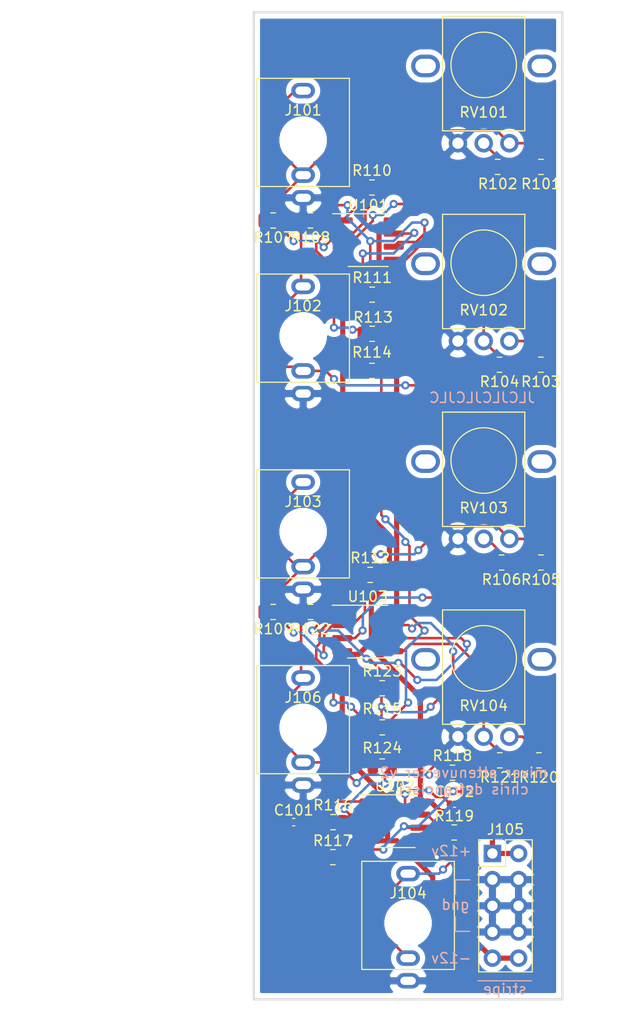
<source format=kicad_pcb>
(kicad_pcb (version 20171130) (host pcbnew "(5.1.7-0-10_14)")

  (general
    (thickness 1.6)
    (drawings 22)
    (tracks 367)
    (zones 0)
    (modules 39)
    (nets 25)
  )

  (page A4)
  (layers
    (0 F.Cu signal)
    (31 B.Cu signal)
    (32 B.Adhes user)
    (33 F.Adhes user)
    (34 B.Paste user)
    (35 F.Paste user)
    (36 B.SilkS user)
    (37 F.SilkS user)
    (38 B.Mask user)
    (39 F.Mask user)
    (40 Dwgs.User user)
    (41 Cmts.User user)
    (42 Eco1.User user)
    (43 Eco2.User user)
    (44 Edge.Cuts user)
    (45 Margin user)
    (46 B.CrtYd user)
    (47 F.CrtYd user)
    (48 B.Fab user)
    (49 F.Fab user hide)
  )

  (setup
    (last_trace_width 0.25)
    (user_trace_width 0.5)
    (trace_clearance 0.2)
    (zone_clearance 0.508)
    (zone_45_only no)
    (trace_min 0.2)
    (via_size 0.8)
    (via_drill 0.4)
    (via_min_size 0.4)
    (via_min_drill 0.3)
    (uvia_size 0.3)
    (uvia_drill 0.1)
    (uvias_allowed no)
    (uvia_min_size 0.2)
    (uvia_min_drill 0.1)
    (edge_width 0.05)
    (segment_width 0.2)
    (pcb_text_width 0.3)
    (pcb_text_size 1.5 1.5)
    (mod_edge_width 0.12)
    (mod_text_size 1 1)
    (mod_text_width 0.15)
    (pad_size 1.524 1.524)
    (pad_drill 0.762)
    (pad_to_mask_clearance 0)
    (aux_axis_origin 0 0)
    (visible_elements FFFFFF7F)
    (pcbplotparams
      (layerselection 0x010fc_ffffffff)
      (usegerberextensions false)
      (usegerberattributes true)
      (usegerberadvancedattributes true)
      (creategerberjobfile true)
      (excludeedgelayer true)
      (linewidth 0.100000)
      (plotframeref false)
      (viasonmask false)
      (mode 1)
      (useauxorigin false)
      (hpglpennumber 1)
      (hpglpenspeed 20)
      (hpglpendiameter 15.000000)
      (psnegative false)
      (psa4output false)
      (plotreference true)
      (plotvalue true)
      (plotinvisibletext false)
      (padsonsilk false)
      (subtractmaskfromsilk false)
      (outputformat 1)
      (mirror false)
      (drillshape 0)
      (scaleselection 1)
      (outputdirectory "gerbers/"))
  )

  (net 0 "")
  (net 1 "Net-(C101-Pad2)")
  (net 2 "Net-(C101-Pad1)")
  (net 3 "Net-(C102-Pad2)")
  (net 4 "Net-(C102-Pad1)")
  (net 5 "Net-(J101-PadT)")
  (net 6 GND)
  (net 7 "Net-(J102-PadT)")
  (net 8 "Net-(J103-PadT)")
  (net 9 "Net-(J104-PadT)")
  (net 10 +12V)
  (net 11 -12V)
  (net 12 "Net-(R101-Pad2)")
  (net 13 "Net-(R103-Pad2)")
  (net 14 "Net-(R105-Pad2)")
  (net 15 "Net-(R107-Pad1)")
  (net 16 "Net-(R108-Pad1)")
  (net 17 "Net-(R109-Pad1)")
  (net 18 "Net-(R110-Pad1)")
  (net 19 "Net-(R111-Pad1)")
  (net 20 "Net-(R112-Pad1)")
  (net 21 "Net-(J106-PadT)")
  (net 22 "Net-(R120-Pad2)")
  (net 23 "Net-(R122-Pad1)")
  (net 24 "Net-(R123-Pad1)")

  (net_class Default "This is the default net class."
    (clearance 0.2)
    (trace_width 0.25)
    (via_dia 0.8)
    (via_drill 0.4)
    (uvia_dia 0.3)
    (uvia_drill 0.1)
    (add_net +12V)
    (add_net -12V)
    (add_net GND)
    (add_net "Net-(C101-Pad1)")
    (add_net "Net-(C101-Pad2)")
    (add_net "Net-(C102-Pad1)")
    (add_net "Net-(C102-Pad2)")
    (add_net "Net-(J101-PadT)")
    (add_net "Net-(J102-PadT)")
    (add_net "Net-(J103-PadT)")
    (add_net "Net-(J104-PadT)")
    (add_net "Net-(J106-PadT)")
    (add_net "Net-(R101-Pad2)")
    (add_net "Net-(R103-Pad2)")
    (add_net "Net-(R105-Pad2)")
    (add_net "Net-(R107-Pad1)")
    (add_net "Net-(R108-Pad1)")
    (add_net "Net-(R109-Pad1)")
    (add_net "Net-(R110-Pad1)")
    (add_net "Net-(R111-Pad1)")
    (add_net "Net-(R112-Pad1)")
    (add_net "Net-(R120-Pad2)")
    (add_net "Net-(R122-Pad1)")
    (add_net "Net-(R123-Pad1)")
  )

  (module Connector_PinHeader_2.54mm:PinHeader_2x05_P2.54mm_Vertical (layer F.Cu) (tedit 59FED5CC) (tstamp 609C0F60)
    (at 165.2 151.64)
    (descr "Through hole straight pin header, 2x05, 2.54mm pitch, double rows")
    (tags "Through hole pin header THT 2x05 2.54mm double row")
    (path /60B2A458)
    (fp_text reference J105 (at 1.27 -2.33) (layer F.SilkS)
      (effects (font (size 1 1) (thickness 0.15)))
    )
    (fp_text value Conn_02x05_Odd_Even (at 1.27 12.49) (layer F.Fab)
      (effects (font (size 1 1) (thickness 0.15)))
    )
    (fp_line (start 4.35 -1.8) (end -1.8 -1.8) (layer F.CrtYd) (width 0.05))
    (fp_line (start 4.35 11.95) (end 4.35 -1.8) (layer F.CrtYd) (width 0.05))
    (fp_line (start -1.8 11.95) (end 4.35 11.95) (layer F.CrtYd) (width 0.05))
    (fp_line (start -1.8 -1.8) (end -1.8 11.95) (layer F.CrtYd) (width 0.05))
    (fp_line (start -1.33 -1.33) (end 0 -1.33) (layer F.SilkS) (width 0.12))
    (fp_line (start -1.33 0) (end -1.33 -1.33) (layer F.SilkS) (width 0.12))
    (fp_line (start 1.27 -1.33) (end 3.87 -1.33) (layer F.SilkS) (width 0.12))
    (fp_line (start 1.27 1.27) (end 1.27 -1.33) (layer F.SilkS) (width 0.12))
    (fp_line (start -1.33 1.27) (end 1.27 1.27) (layer F.SilkS) (width 0.12))
    (fp_line (start 3.87 -1.33) (end 3.87 11.49) (layer F.SilkS) (width 0.12))
    (fp_line (start -1.33 1.27) (end -1.33 11.49) (layer F.SilkS) (width 0.12))
    (fp_line (start -1.33 11.49) (end 3.87 11.49) (layer F.SilkS) (width 0.12))
    (fp_line (start -1.27 0) (end 0 -1.27) (layer F.Fab) (width 0.1))
    (fp_line (start -1.27 11.43) (end -1.27 0) (layer F.Fab) (width 0.1))
    (fp_line (start 3.81 11.43) (end -1.27 11.43) (layer F.Fab) (width 0.1))
    (fp_line (start 3.81 -1.27) (end 3.81 11.43) (layer F.Fab) (width 0.1))
    (fp_line (start 0 -1.27) (end 3.81 -1.27) (layer F.Fab) (width 0.1))
    (fp_text user %R (at 1.27 5.08 90) (layer F.Fab)
      (effects (font (size 1 1) (thickness 0.15)))
    )
    (pad 10 thru_hole oval (at 2.54 10.16) (size 1.7 1.7) (drill 1) (layers *.Cu *.Mask)
      (net 11 -12V))
    (pad 9 thru_hole oval (at 0 10.16) (size 1.7 1.7) (drill 1) (layers *.Cu *.Mask)
      (net 11 -12V))
    (pad 8 thru_hole oval (at 2.54 7.62) (size 1.7 1.7) (drill 1) (layers *.Cu *.Mask)
      (net 6 GND))
    (pad 7 thru_hole oval (at 0 7.62) (size 1.7 1.7) (drill 1) (layers *.Cu *.Mask)
      (net 6 GND))
    (pad 6 thru_hole oval (at 2.54 5.08) (size 1.7 1.7) (drill 1) (layers *.Cu *.Mask)
      (net 6 GND))
    (pad 5 thru_hole oval (at 0 5.08) (size 1.7 1.7) (drill 1) (layers *.Cu *.Mask)
      (net 6 GND))
    (pad 4 thru_hole oval (at 2.54 2.54) (size 1.7 1.7) (drill 1) (layers *.Cu *.Mask)
      (net 6 GND))
    (pad 3 thru_hole oval (at 0 2.54) (size 1.7 1.7) (drill 1) (layers *.Cu *.Mask)
      (net 6 GND))
    (pad 2 thru_hole oval (at 2.54 0) (size 1.7 1.7) (drill 1) (layers *.Cu *.Mask)
      (net 10 +12V))
    (pad 1 thru_hole rect (at 0 0) (size 1.7 1.7) (drill 1) (layers *.Cu *.Mask)
      (net 10 +12V))
    (model ${KISYS3DMOD}/Connector_PinHeader_2.54mm.3dshapes/PinHeader_2x05_P2.54mm_Vertical.wrl
      (at (xyz 0 0 0))
      (scale (xyz 1 1 1))
      (rotate (xyz 0 0 0))
    )
  )

  (module A-5513:A-5513 (layer F.Cu) (tedit 6092E842) (tstamp 609BE0E6)
    (at 164.35 140.3)
    (path /60A53F27)
    (fp_text reference RV104 (at 0 -3) (layer F.SilkS)
      (effects (font (size 1 1) (thickness 0.15)))
    )
    (fp_text value 100k (at 0 -2.1) (layer F.Fab)
      (effects (font (size 1 1) (thickness 0.15)))
    )
    (fp_line (start 4 -7.5) (end 4 -1.2) (layer F.SilkS) (width 0.12))
    (fp_line (start 4 -1.2) (end -4 -1.2) (layer F.SilkS) (width 0.12))
    (fp_line (start -4 -1.2) (end -4 -7.5) (layer F.SilkS) (width 0.12))
    (fp_line (start -4 -7.5) (end -4 -12.3) (layer F.SilkS) (width 0.12))
    (fp_line (start -4 -12.3) (end 4 -12.3) (layer F.SilkS) (width 0.12))
    (fp_line (start 4 -12.3) (end 4 -7.5) (layer F.SilkS) (width 0.12))
    (fp_circle (center 0 -7.6) (end 0 -4.42) (layer F.SilkS) (width 0.12))
    (fp_line (start 0 1.1) (end -7.4 1.1) (layer F.CrtYd) (width 0.12))
    (fp_line (start -7.4 1.1) (end -7.4 -12.4) (layer F.CrtYd) (width 0.12))
    (fp_line (start -7.4 -12.4) (end 7.4 -12.4) (layer F.CrtYd) (width 0.12))
    (fp_line (start 7.4 -12.4) (end 7.4 0) (layer F.CrtYd) (width 0.12))
    (fp_line (start 7.4 0) (end 7.4 1) (layer F.CrtYd) (width 0.12))
    (fp_line (start 7.4 1) (end 7.4 1.1) (layer F.CrtYd) (width 0.12))
    (fp_line (start 7.4 1.1) (end 0 1.1) (layer F.CrtYd) (width 0.12))
    (pad "" thru_hole oval (at 5.65 -7.5 270) (size 2.2 2.8) (drill oval 1.4 2) (layers *.Cu *.Mask))
    (pad "" thru_hole oval (at -5.65 -7.5 270) (size 2.2 2.8) (drill oval 1.4 2) (layers *.Cu *.Mask))
    (pad 3 thru_hole circle (at 2.5 0 270) (size 1.8 1.8) (drill 1.1) (layers *.Cu *.Mask)
      (net 21 "Net-(J106-PadT)"))
    (pad 2 thru_hole circle (at 0 0 270) (size 1.8 1.8) (drill 1.1) (layers *.Cu *.Mask)
      (net 22 "Net-(R120-Pad2)"))
    (pad 1 thru_hole circle (at -2.5 0 270) (size 1.8 1.8) (drill 1.1) (layers *.Cu *.Mask)
      (net 6 GND))
  )

  (module Resistor_SMD:R_0805_2012Metric (layer F.Cu) (tedit 5F68FEEE) (tstamp 609BF151)
    (at 154.4875 143.2 180)
    (descr "Resistor SMD 0805 (2012 Metric), square (rectangular) end terminal, IPC_7351 nominal, (Body size source: IPC-SM-782 page 72, https://www.pcb-3d.com/wordpress/wp-content/uploads/ipc-sm-782a_amendment_1_and_2.pdf), generated with kicad-footprint-generator")
    (tags resistor)
    (path /60A53F71)
    (attr smd)
    (fp_text reference R124 (at 0 1.8) (layer F.SilkS)
      (effects (font (size 1 1) (thickness 0.15)))
    )
    (fp_text value 100k (at 0 1.65) (layer F.Fab)
      (effects (font (size 1 1) (thickness 0.15)))
    )
    (fp_line (start 1.68 0.95) (end -1.68 0.95) (layer F.CrtYd) (width 0.05))
    (fp_line (start 1.68 -0.95) (end 1.68 0.95) (layer F.CrtYd) (width 0.05))
    (fp_line (start -1.68 -0.95) (end 1.68 -0.95) (layer F.CrtYd) (width 0.05))
    (fp_line (start -1.68 0.95) (end -1.68 -0.95) (layer F.CrtYd) (width 0.05))
    (fp_line (start -0.227064 0.735) (end 0.227064 0.735) (layer F.SilkS) (width 0.12))
    (fp_line (start -0.227064 -0.735) (end 0.227064 -0.735) (layer F.SilkS) (width 0.12))
    (fp_line (start 1 0.625) (end -1 0.625) (layer F.Fab) (width 0.1))
    (fp_line (start 1 -0.625) (end 1 0.625) (layer F.Fab) (width 0.1))
    (fp_line (start -1 -0.625) (end 1 -0.625) (layer F.Fab) (width 0.1))
    (fp_line (start -1 0.625) (end -1 -0.625) (layer F.Fab) (width 0.1))
    (fp_text user %R (at 0 0) (layer F.Fab)
      (effects (font (size 0.5 0.5) (thickness 0.08)))
    )
    (pad 2 smd roundrect (at 0.9125 0 180) (size 1.025 1.4) (layers F.Cu F.Paste F.Mask) (roundrect_rratio 0.2439014634146341)
      (net 24 "Net-(R123-Pad1)"))
    (pad 1 smd roundrect (at -0.9125 0 180) (size 1.025 1.4) (layers F.Cu F.Paste F.Mask) (roundrect_rratio 0.2439014634146341)
      (net 1 "Net-(C101-Pad2)"))
    (model ${KISYS3DMOD}/Resistor_SMD.3dshapes/R_0805_2012Metric.wrl
      (at (xyz 0 0 0))
      (scale (xyz 1 1 1))
      (rotate (xyz 0 0 0))
    )
  )

  (module Resistor_SMD:R_0805_2012Metric (layer F.Cu) (tedit 5F68FEEE) (tstamp 609BE03A)
    (at 154.4875 135.6)
    (descr "Resistor SMD 0805 (2012 Metric), square (rectangular) end terminal, IPC_7351 nominal, (Body size source: IPC-SM-782 page 72, https://www.pcb-3d.com/wordpress/wp-content/uploads/ipc-sm-782a_amendment_1_and_2.pdf), generated with kicad-footprint-generator")
    (tags resistor)
    (path /60A53F5C)
    (attr smd)
    (fp_text reference R123 (at 0 -1.65) (layer F.SilkS)
      (effects (font (size 1 1) (thickness 0.15)))
    )
    (fp_text value 100k (at 0 1.65) (layer F.Fab)
      (effects (font (size 1 1) (thickness 0.15)))
    )
    (fp_line (start 1.68 0.95) (end -1.68 0.95) (layer F.CrtYd) (width 0.05))
    (fp_line (start 1.68 -0.95) (end 1.68 0.95) (layer F.CrtYd) (width 0.05))
    (fp_line (start -1.68 -0.95) (end 1.68 -0.95) (layer F.CrtYd) (width 0.05))
    (fp_line (start -1.68 0.95) (end -1.68 -0.95) (layer F.CrtYd) (width 0.05))
    (fp_line (start -0.227064 0.735) (end 0.227064 0.735) (layer F.SilkS) (width 0.12))
    (fp_line (start -0.227064 -0.735) (end 0.227064 -0.735) (layer F.SilkS) (width 0.12))
    (fp_line (start 1 0.625) (end -1 0.625) (layer F.Fab) (width 0.1))
    (fp_line (start 1 -0.625) (end 1 0.625) (layer F.Fab) (width 0.1))
    (fp_line (start -1 -0.625) (end 1 -0.625) (layer F.Fab) (width 0.1))
    (fp_line (start -1 0.625) (end -1 -0.625) (layer F.Fab) (width 0.1))
    (fp_text user %R (at 0 0) (layer F.Fab)
      (effects (font (size 0.5 0.5) (thickness 0.08)))
    )
    (pad 2 smd roundrect (at 0.9125 0) (size 1.025 1.4) (layers F.Cu F.Paste F.Mask) (roundrect_rratio 0.2439014634146341)
      (net 23 "Net-(R122-Pad1)"))
    (pad 1 smd roundrect (at -0.9125 0) (size 1.025 1.4) (layers F.Cu F.Paste F.Mask) (roundrect_rratio 0.2439014634146341)
      (net 24 "Net-(R123-Pad1)"))
    (model ${KISYS3DMOD}/Resistor_SMD.3dshapes/R_0805_2012Metric.wrl
      (at (xyz 0 0 0))
      (scale (xyz 1 1 1))
      (rotate (xyz 0 0 0))
    )
  )

  (module Resistor_SMD:R_0805_2012Metric (layer F.Cu) (tedit 5F68FEEE) (tstamp 609BE029)
    (at 147.5125 128.2 180)
    (descr "Resistor SMD 0805 (2012 Metric), square (rectangular) end terminal, IPC_7351 nominal, (Body size source: IPC-SM-782 page 72, https://www.pcb-3d.com/wordpress/wp-content/uploads/ipc-sm-782a_amendment_1_and_2.pdf), generated with kicad-footprint-generator")
    (tags resistor)
    (path /60A53F2E)
    (attr smd)
    (fp_text reference R122 (at 0 -1.65) (layer F.SilkS)
      (effects (font (size 1 1) (thickness 0.15)))
    )
    (fp_text value 100k (at 0 1.65) (layer F.Fab)
      (effects (font (size 1 1) (thickness 0.15)))
    )
    (fp_line (start 1.68 0.95) (end -1.68 0.95) (layer F.CrtYd) (width 0.05))
    (fp_line (start 1.68 -0.95) (end 1.68 0.95) (layer F.CrtYd) (width 0.05))
    (fp_line (start -1.68 -0.95) (end 1.68 -0.95) (layer F.CrtYd) (width 0.05))
    (fp_line (start -1.68 0.95) (end -1.68 -0.95) (layer F.CrtYd) (width 0.05))
    (fp_line (start -0.227064 0.735) (end 0.227064 0.735) (layer F.SilkS) (width 0.12))
    (fp_line (start -0.227064 -0.735) (end 0.227064 -0.735) (layer F.SilkS) (width 0.12))
    (fp_line (start 1 0.625) (end -1 0.625) (layer F.Fab) (width 0.1))
    (fp_line (start 1 -0.625) (end 1 0.625) (layer F.Fab) (width 0.1))
    (fp_line (start -1 -0.625) (end 1 -0.625) (layer F.Fab) (width 0.1))
    (fp_line (start -1 0.625) (end -1 -0.625) (layer F.Fab) (width 0.1))
    (fp_text user %R (at 0 0) (layer F.Fab)
      (effects (font (size 0.5 0.5) (thickness 0.08)))
    )
    (pad 2 smd roundrect (at 0.9125 0 180) (size 1.025 1.4) (layers F.Cu F.Paste F.Mask) (roundrect_rratio 0.2439014634146341)
      (net 21 "Net-(J106-PadT)"))
    (pad 1 smd roundrect (at -0.9125 0 180) (size 1.025 1.4) (layers F.Cu F.Paste F.Mask) (roundrect_rratio 0.2439014634146341)
      (net 23 "Net-(R122-Pad1)"))
    (model ${KISYS3DMOD}/Resistor_SMD.3dshapes/R_0805_2012Metric.wrl
      (at (xyz 0 0 0))
      (scale (xyz 1 1 1))
      (rotate (xyz 0 0 0))
    )
  )

  (module Resistor_SMD:R_0805_2012Metric (layer F.Cu) (tedit 5F68FEEE) (tstamp 609BE018)
    (at 165.9125 142.6 180)
    (descr "Resistor SMD 0805 (2012 Metric), square (rectangular) end terminal, IPC_7351 nominal, (Body size source: IPC-SM-782 page 72, https://www.pcb-3d.com/wordpress/wp-content/uploads/ipc-sm-782a_amendment_1_and_2.pdf), generated with kicad-footprint-generator")
    (tags resistor)
    (path /60A53F43)
    (attr smd)
    (fp_text reference R121 (at 0 -1.65) (layer F.SilkS)
      (effects (font (size 1 1) (thickness 0.15)))
    )
    (fp_text value 100k (at 0 1.65) (layer F.Fab)
      (effects (font (size 1 1) (thickness 0.15)))
    )
    (fp_line (start 1.68 0.95) (end -1.68 0.95) (layer F.CrtYd) (width 0.05))
    (fp_line (start 1.68 -0.95) (end 1.68 0.95) (layer F.CrtYd) (width 0.05))
    (fp_line (start -1.68 -0.95) (end 1.68 -0.95) (layer F.CrtYd) (width 0.05))
    (fp_line (start -1.68 0.95) (end -1.68 -0.95) (layer F.CrtYd) (width 0.05))
    (fp_line (start -0.227064 0.735) (end 0.227064 0.735) (layer F.SilkS) (width 0.12))
    (fp_line (start -0.227064 -0.735) (end 0.227064 -0.735) (layer F.SilkS) (width 0.12))
    (fp_line (start 1 0.625) (end -1 0.625) (layer F.Fab) (width 0.1))
    (fp_line (start 1 -0.625) (end 1 0.625) (layer F.Fab) (width 0.1))
    (fp_line (start -1 -0.625) (end 1 -0.625) (layer F.Fab) (width 0.1))
    (fp_line (start -1 0.625) (end -1 -0.625) (layer F.Fab) (width 0.1))
    (fp_text user %R (at 0 0) (layer F.Fab)
      (effects (font (size 0.5 0.5) (thickness 0.08)))
    )
    (pad 2 smd roundrect (at 0.9125 0 180) (size 1.025 1.4) (layers F.Cu F.Paste F.Mask) (roundrect_rratio 0.2439014634146341)
      (net 6 GND))
    (pad 1 smd roundrect (at -0.9125 0 180) (size 1.025 1.4) (layers F.Cu F.Paste F.Mask) (roundrect_rratio 0.2439014634146341)
      (net 22 "Net-(R120-Pad2)"))
    (model ${KISYS3DMOD}/Resistor_SMD.3dshapes/R_0805_2012Metric.wrl
      (at (xyz 0 0 0))
      (scale (xyz 1 1 1))
      (rotate (xyz 0 0 0))
    )
  )

  (module Resistor_SMD:R_0805_2012Metric (layer F.Cu) (tedit 5F68FEEE) (tstamp 609BE007)
    (at 169.7125 142.6 180)
    (descr "Resistor SMD 0805 (2012 Metric), square (rectangular) end terminal, IPC_7351 nominal, (Body size source: IPC-SM-782 page 72, https://www.pcb-3d.com/wordpress/wp-content/uploads/ipc-sm-782a_amendment_1_and_2.pdf), generated with kicad-footprint-generator")
    (tags resistor)
    (path /60A53F49)
    (attr smd)
    (fp_text reference R120 (at 0 -1.65) (layer F.SilkS)
      (effects (font (size 1 1) (thickness 0.15)))
    )
    (fp_text value 100k (at 0 1.65) (layer F.Fab)
      (effects (font (size 1 1) (thickness 0.15)))
    )
    (fp_line (start 1.68 0.95) (end -1.68 0.95) (layer F.CrtYd) (width 0.05))
    (fp_line (start 1.68 -0.95) (end 1.68 0.95) (layer F.CrtYd) (width 0.05))
    (fp_line (start -1.68 -0.95) (end 1.68 -0.95) (layer F.CrtYd) (width 0.05))
    (fp_line (start -1.68 0.95) (end -1.68 -0.95) (layer F.CrtYd) (width 0.05))
    (fp_line (start -0.227064 0.735) (end 0.227064 0.735) (layer F.SilkS) (width 0.12))
    (fp_line (start -0.227064 -0.735) (end 0.227064 -0.735) (layer F.SilkS) (width 0.12))
    (fp_line (start 1 0.625) (end -1 0.625) (layer F.Fab) (width 0.1))
    (fp_line (start 1 -0.625) (end 1 0.625) (layer F.Fab) (width 0.1))
    (fp_line (start -1 -0.625) (end 1 -0.625) (layer F.Fab) (width 0.1))
    (fp_line (start -1 0.625) (end -1 -0.625) (layer F.Fab) (width 0.1))
    (fp_text user %R (at 0 0) (layer F.Fab)
      (effects (font (size 0.5 0.5) (thickness 0.08)))
    )
    (pad 2 smd roundrect (at 0.9125 0 180) (size 1.025 1.4) (layers F.Cu F.Paste F.Mask) (roundrect_rratio 0.2439014634146341)
      (net 22 "Net-(R120-Pad2)"))
    (pad 1 smd roundrect (at -0.9125 0 180) (size 1.025 1.4) (layers F.Cu F.Paste F.Mask) (roundrect_rratio 0.2439014634146341)
      (net 21 "Net-(J106-PadT)"))
    (model ${KISYS3DMOD}/Resistor_SMD.3dshapes/R_0805_2012Metric.wrl
      (at (xyz 0 0 0))
      (scale (xyz 1 1 1))
      (rotate (xyz 0 0 0))
    )
  )

  (module A-2563:A-2563 (layer F.Cu) (tedit 6092E800) (tstamp 609BF5BA)
    (at 146.8 145)
    (path /60A53F21)
    (fp_text reference J106 (at 0 -8.5) (layer F.SilkS)
      (effects (font (size 1 1) (thickness 0.15)))
    )
    (fp_text value AudioJack2 (at 0 -8.1) (layer F.Fab)
      (effects (font (size 1 1) (thickness 0.15)))
    )
    (fp_line (start -4.5 -1.1) (end 4.5 -1.1) (layer F.SilkS) (width 0.12))
    (fp_line (start 4.5 -1.1) (end 4.5 -11.6) (layer F.SilkS) (width 0.12))
    (fp_line (start 4.5 -11.6) (end -4.5 -11.6) (layer F.SilkS) (width 0.12))
    (fp_line (start -4.5 -11.6) (end -4.5 -1.1) (layer F.SilkS) (width 0.12))
    (fp_line (start -4.5 1.1) (end 4.5 1.1) (layer F.CrtYd) (width 0.12))
    (fp_line (start 4.5 1.1) (end 4.5 -11.6) (layer F.CrtYd) (width 0.12))
    (fp_line (start 4.5 -11.6) (end -4.5 -11.6) (layer F.CrtYd) (width 0.12))
    (fp_line (start -4.5 -11.6) (end -4.5 1.1) (layer F.CrtYd) (width 0.12))
    (pad "" np_thru_hole circle (at 0 -5.6) (size 3.6 3.6) (drill 3.6) (layers *.Cu *.Mask))
    (pad T thru_hole oval (at 0 -10.4) (size 2.3 1.5) (drill oval 1.5 0.8) (layers *.Cu *.Mask)
      (net 21 "Net-(J106-PadT)"))
    (pad T thru_hole oval (at 0 -2.2) (size 2.3 1.5) (drill oval 1.5 0.8) (layers *.Cu *.Mask)
      (net 21 "Net-(J106-PadT)"))
    (pad S thru_hole oval (at 0 0) (size 2.3 1.5) (drill oval 1.5 0.8) (layers *.Cu *.Mask)
      (net 6 GND))
  )

  (module Resistor_SMD:R_0805_2012Metric (layer F.Cu) (tedit 5F68FEEE) (tstamp 609BEC83)
    (at 161.4875 149.6 180)
    (descr "Resistor SMD 0805 (2012 Metric), square (rectangular) end terminal, IPC_7351 nominal, (Body size source: IPC-SM-782 page 72, https://www.pcb-3d.com/wordpress/wp-content/uploads/ipc-sm-782a_amendment_1_and_2.pdf), generated with kicad-footprint-generator")
    (tags resistor)
    (path /609ABB7C)
    (attr smd)
    (fp_text reference R119 (at 0 1.6) (layer F.SilkS)
      (effects (font (size 1 1) (thickness 0.15)))
    )
    (fp_text value 1k (at 0 1.65) (layer F.Fab)
      (effects (font (size 1 1) (thickness 0.15)))
    )
    (fp_line (start -1 0.625) (end -1 -0.625) (layer F.Fab) (width 0.1))
    (fp_line (start -1 -0.625) (end 1 -0.625) (layer F.Fab) (width 0.1))
    (fp_line (start 1 -0.625) (end 1 0.625) (layer F.Fab) (width 0.1))
    (fp_line (start 1 0.625) (end -1 0.625) (layer F.Fab) (width 0.1))
    (fp_line (start -0.227064 -0.735) (end 0.227064 -0.735) (layer F.SilkS) (width 0.12))
    (fp_line (start -0.227064 0.735) (end 0.227064 0.735) (layer F.SilkS) (width 0.12))
    (fp_line (start -1.68 0.95) (end -1.68 -0.95) (layer F.CrtYd) (width 0.05))
    (fp_line (start -1.68 -0.95) (end 1.68 -0.95) (layer F.CrtYd) (width 0.05))
    (fp_line (start 1.68 -0.95) (end 1.68 0.95) (layer F.CrtYd) (width 0.05))
    (fp_line (start 1.68 0.95) (end -1.68 0.95) (layer F.CrtYd) (width 0.05))
    (fp_text user %R (at 0 0) (layer F.Fab)
      (effects (font (size 0.5 0.5) (thickness 0.08)))
    )
    (pad 2 smd roundrect (at 0.9125 0 180) (size 1.025 1.4) (layers F.Cu F.Paste F.Mask) (roundrect_rratio 0.2439014634146341)
      (net 4 "Net-(C102-Pad1)"))
    (pad 1 smd roundrect (at -0.9125 0 180) (size 1.025 1.4) (layers F.Cu F.Paste F.Mask) (roundrect_rratio 0.2439014634146341)
      (net 9 "Net-(J104-PadT)"))
    (model ${KISYS3DMOD}/Resistor_SMD.3dshapes/R_0805_2012Metric.wrl
      (at (xyz 0 0 0))
      (scale (xyz 1 1 1))
      (rotate (xyz 0 0 0))
    )
  )

  (module Resistor_SMD:R_0805_2012Metric (layer F.Cu) (tedit 5F68FEEE) (tstamp 60997FF4)
    (at 166.0875 123.4 180)
    (descr "Resistor SMD 0805 (2012 Metric), square (rectangular) end terminal, IPC_7351 nominal, (Body size source: IPC-SM-782 page 72, https://www.pcb-3d.com/wordpress/wp-content/uploads/ipc-sm-782a_amendment_1_and_2.pdf), generated with kicad-footprint-generator")
    (tags resistor)
    (path /60A37CC4)
    (attr smd)
    (fp_text reference R106 (at 0 -1.65) (layer F.SilkS)
      (effects (font (size 1 1) (thickness 0.15)))
    )
    (fp_text value 47k (at 0 1.65) (layer F.Fab)
      (effects (font (size 1 1) (thickness 0.15)))
    )
    (fp_line (start -1 0.625) (end -1 -0.625) (layer F.Fab) (width 0.1))
    (fp_line (start -1 -0.625) (end 1 -0.625) (layer F.Fab) (width 0.1))
    (fp_line (start 1 -0.625) (end 1 0.625) (layer F.Fab) (width 0.1))
    (fp_line (start 1 0.625) (end -1 0.625) (layer F.Fab) (width 0.1))
    (fp_line (start -0.227064 -0.735) (end 0.227064 -0.735) (layer F.SilkS) (width 0.12))
    (fp_line (start -0.227064 0.735) (end 0.227064 0.735) (layer F.SilkS) (width 0.12))
    (fp_line (start -1.68 0.95) (end -1.68 -0.95) (layer F.CrtYd) (width 0.05))
    (fp_line (start -1.68 -0.95) (end 1.68 -0.95) (layer F.CrtYd) (width 0.05))
    (fp_line (start 1.68 -0.95) (end 1.68 0.95) (layer F.CrtYd) (width 0.05))
    (fp_line (start 1.68 0.95) (end -1.68 0.95) (layer F.CrtYd) (width 0.05))
    (fp_text user %R (at 0 0) (layer F.Fab)
      (effects (font (size 0.5 0.5) (thickness 0.08)))
    )
    (pad 2 smd roundrect (at 0.9125 0 180) (size 1.025 1.4) (layers F.Cu F.Paste F.Mask) (roundrect_rratio 0.2439014634146341)
      (net 6 GND))
    (pad 1 smd roundrect (at -0.9125 0 180) (size 1.025 1.4) (layers F.Cu F.Paste F.Mask) (roundrect_rratio 0.2439014634146341)
      (net 14 "Net-(R105-Pad2)"))
    (model ${KISYS3DMOD}/Resistor_SMD.3dshapes/R_0805_2012Metric.wrl
      (at (xyz 0 0 0))
      (scale (xyz 1 1 1))
      (rotate (xyz 0 0 0))
    )
  )

  (module Resistor_SMD:R_0805_2012Metric (layer F.Cu) (tedit 5F68FEEE) (tstamp 60997FDD)
    (at 169.9125 123.4 180)
    (descr "Resistor SMD 0805 (2012 Metric), square (rectangular) end terminal, IPC_7351 nominal, (Body size source: IPC-SM-782 page 72, https://www.pcb-3d.com/wordpress/wp-content/uploads/ipc-sm-782a_amendment_1_and_2.pdf), generated with kicad-footprint-generator")
    (tags resistor)
    (path /60A37CCA)
    (attr smd)
    (fp_text reference R105 (at 0 -1.65) (layer F.SilkS)
      (effects (font (size 1 1) (thickness 0.15)))
    )
    (fp_text value 47k (at 0 1.65) (layer F.Fab)
      (effects (font (size 1 1) (thickness 0.15)))
    )
    (fp_line (start -1 0.625) (end -1 -0.625) (layer F.Fab) (width 0.1))
    (fp_line (start -1 -0.625) (end 1 -0.625) (layer F.Fab) (width 0.1))
    (fp_line (start 1 -0.625) (end 1 0.625) (layer F.Fab) (width 0.1))
    (fp_line (start 1 0.625) (end -1 0.625) (layer F.Fab) (width 0.1))
    (fp_line (start -0.227064 -0.735) (end 0.227064 -0.735) (layer F.SilkS) (width 0.12))
    (fp_line (start -0.227064 0.735) (end 0.227064 0.735) (layer F.SilkS) (width 0.12))
    (fp_line (start -1.68 0.95) (end -1.68 -0.95) (layer F.CrtYd) (width 0.05))
    (fp_line (start -1.68 -0.95) (end 1.68 -0.95) (layer F.CrtYd) (width 0.05))
    (fp_line (start 1.68 -0.95) (end 1.68 0.95) (layer F.CrtYd) (width 0.05))
    (fp_line (start 1.68 0.95) (end -1.68 0.95) (layer F.CrtYd) (width 0.05))
    (fp_text user %R (at 0 0) (layer F.Fab)
      (effects (font (size 0.5 0.5) (thickness 0.08)))
    )
    (pad 2 smd roundrect (at 0.9125 0 180) (size 1.025 1.4) (layers F.Cu F.Paste F.Mask) (roundrect_rratio 0.2439014634146341)
      (net 14 "Net-(R105-Pad2)"))
    (pad 1 smd roundrect (at -0.9125 0 180) (size 1.025 1.4) (layers F.Cu F.Paste F.Mask) (roundrect_rratio 0.2439014634146341)
      (net 8 "Net-(J103-PadT)"))
    (model ${KISYS3DMOD}/Resistor_SMD.3dshapes/R_0805_2012Metric.wrl
      (at (xyz 0 0 0))
      (scale (xyz 1 1 1))
      (rotate (xyz 0 0 0))
    )
  )

  (module Resistor_SMD:R_0805_2012Metric (layer F.Cu) (tedit 5F68FEEE) (tstamp 60997FC6)
    (at 165.8875 104.2 180)
    (descr "Resistor SMD 0805 (2012 Metric), square (rectangular) end terminal, IPC_7351 nominal, (Body size source: IPC-SM-782 page 72, https://www.pcb-3d.com/wordpress/wp-content/uploads/ipc-sm-782a_amendment_1_and_2.pdf), generated with kicad-footprint-generator")
    (tags resistor)
    (path /60A23E2C)
    (attr smd)
    (fp_text reference R104 (at 0 -1.65) (layer F.SilkS)
      (effects (font (size 1 1) (thickness 0.15)))
    )
    (fp_text value 22k (at 0 1.65) (layer F.Fab)
      (effects (font (size 1 1) (thickness 0.15)))
    )
    (fp_line (start -1 0.625) (end -1 -0.625) (layer F.Fab) (width 0.1))
    (fp_line (start -1 -0.625) (end 1 -0.625) (layer F.Fab) (width 0.1))
    (fp_line (start 1 -0.625) (end 1 0.625) (layer F.Fab) (width 0.1))
    (fp_line (start 1 0.625) (end -1 0.625) (layer F.Fab) (width 0.1))
    (fp_line (start -0.227064 -0.735) (end 0.227064 -0.735) (layer F.SilkS) (width 0.12))
    (fp_line (start -0.227064 0.735) (end 0.227064 0.735) (layer F.SilkS) (width 0.12))
    (fp_line (start -1.68 0.95) (end -1.68 -0.95) (layer F.CrtYd) (width 0.05))
    (fp_line (start -1.68 -0.95) (end 1.68 -0.95) (layer F.CrtYd) (width 0.05))
    (fp_line (start 1.68 -0.95) (end 1.68 0.95) (layer F.CrtYd) (width 0.05))
    (fp_line (start 1.68 0.95) (end -1.68 0.95) (layer F.CrtYd) (width 0.05))
    (fp_text user %R (at 0 0) (layer F.Fab)
      (effects (font (size 0.5 0.5) (thickness 0.08)))
    )
    (pad 2 smd roundrect (at 0.9125 0 180) (size 1.025 1.4) (layers F.Cu F.Paste F.Mask) (roundrect_rratio 0.2439014634146341)
      (net 6 GND))
    (pad 1 smd roundrect (at -0.9125 0 180) (size 1.025 1.4) (layers F.Cu F.Paste F.Mask) (roundrect_rratio 0.2439014634146341)
      (net 13 "Net-(R103-Pad2)"))
    (model ${KISYS3DMOD}/Resistor_SMD.3dshapes/R_0805_2012Metric.wrl
      (at (xyz 0 0 0))
      (scale (xyz 1 1 1))
      (rotate (xyz 0 0 0))
    )
  )

  (module Resistor_SMD:R_0805_2012Metric (layer F.Cu) (tedit 5F68FEEE) (tstamp 60997FAF)
    (at 169.9125 104.2 180)
    (descr "Resistor SMD 0805 (2012 Metric), square (rectangular) end terminal, IPC_7351 nominal, (Body size source: IPC-SM-782 page 72, https://www.pcb-3d.com/wordpress/wp-content/uploads/ipc-sm-782a_amendment_1_and_2.pdf), generated with kicad-footprint-generator")
    (tags resistor)
    (path /60A23E32)
    (attr smd)
    (fp_text reference R103 (at 0 -1.65) (layer F.SilkS)
      (effects (font (size 1 1) (thickness 0.15)))
    )
    (fp_text value 22k (at 0 1.65) (layer F.Fab)
      (effects (font (size 1 1) (thickness 0.15)))
    )
    (fp_line (start -1 0.625) (end -1 -0.625) (layer F.Fab) (width 0.1))
    (fp_line (start -1 -0.625) (end 1 -0.625) (layer F.Fab) (width 0.1))
    (fp_line (start 1 -0.625) (end 1 0.625) (layer F.Fab) (width 0.1))
    (fp_line (start 1 0.625) (end -1 0.625) (layer F.Fab) (width 0.1))
    (fp_line (start -0.227064 -0.735) (end 0.227064 -0.735) (layer F.SilkS) (width 0.12))
    (fp_line (start -0.227064 0.735) (end 0.227064 0.735) (layer F.SilkS) (width 0.12))
    (fp_line (start -1.68 0.95) (end -1.68 -0.95) (layer F.CrtYd) (width 0.05))
    (fp_line (start -1.68 -0.95) (end 1.68 -0.95) (layer F.CrtYd) (width 0.05))
    (fp_line (start 1.68 -0.95) (end 1.68 0.95) (layer F.CrtYd) (width 0.05))
    (fp_line (start 1.68 0.95) (end -1.68 0.95) (layer F.CrtYd) (width 0.05))
    (fp_text user %R (at 0 0) (layer F.Fab)
      (effects (font (size 0.5 0.5) (thickness 0.08)))
    )
    (pad 2 smd roundrect (at 0.9125 0 180) (size 1.025 1.4) (layers F.Cu F.Paste F.Mask) (roundrect_rratio 0.2439014634146341)
      (net 13 "Net-(R103-Pad2)"))
    (pad 1 smd roundrect (at -0.9125 0 180) (size 1.025 1.4) (layers F.Cu F.Paste F.Mask) (roundrect_rratio 0.2439014634146341)
      (net 7 "Net-(J102-PadT)"))
    (model ${KISYS3DMOD}/Resistor_SMD.3dshapes/R_0805_2012Metric.wrl
      (at (xyz 0 0 0))
      (scale (xyz 1 1 1))
      (rotate (xyz 0 0 0))
    )
  )

  (module Resistor_SMD:R_0805_2012Metric (layer F.Cu) (tedit 5F68FEEE) (tstamp 6099851B)
    (at 165.7125 85 180)
    (descr "Resistor SMD 0805 (2012 Metric), square (rectangular) end terminal, IPC_7351 nominal, (Body size source: IPC-SM-782 page 72, https://www.pcb-3d.com/wordpress/wp-content/uploads/ipc-sm-782a_amendment_1_and_2.pdf), generated with kicad-footprint-generator")
    (tags resistor)
    (path /609CC9A1)
    (attr smd)
    (fp_text reference R102 (at 0 -1.65) (layer F.SilkS)
      (effects (font (size 1 1) (thickness 0.15)))
    )
    (fp_text value 10k (at 0 1.65) (layer F.Fab)
      (effects (font (size 1 1) (thickness 0.15)))
    )
    (fp_line (start -1 0.625) (end -1 -0.625) (layer F.Fab) (width 0.1))
    (fp_line (start -1 -0.625) (end 1 -0.625) (layer F.Fab) (width 0.1))
    (fp_line (start 1 -0.625) (end 1 0.625) (layer F.Fab) (width 0.1))
    (fp_line (start 1 0.625) (end -1 0.625) (layer F.Fab) (width 0.1))
    (fp_line (start -0.227064 -0.735) (end 0.227064 -0.735) (layer F.SilkS) (width 0.12))
    (fp_line (start -0.227064 0.735) (end 0.227064 0.735) (layer F.SilkS) (width 0.12))
    (fp_line (start -1.68 0.95) (end -1.68 -0.95) (layer F.CrtYd) (width 0.05))
    (fp_line (start -1.68 -0.95) (end 1.68 -0.95) (layer F.CrtYd) (width 0.05))
    (fp_line (start 1.68 -0.95) (end 1.68 0.95) (layer F.CrtYd) (width 0.05))
    (fp_line (start 1.68 0.95) (end -1.68 0.95) (layer F.CrtYd) (width 0.05))
    (fp_text user %R (at 0 0) (layer F.Fab)
      (effects (font (size 0.5 0.5) (thickness 0.08)))
    )
    (pad 2 smd roundrect (at 0.9125 0 180) (size 1.025 1.4) (layers F.Cu F.Paste F.Mask) (roundrect_rratio 0.2439014634146341)
      (net 6 GND))
    (pad 1 smd roundrect (at -0.9125 0 180) (size 1.025 1.4) (layers F.Cu F.Paste F.Mask) (roundrect_rratio 0.2439014634146341)
      (net 12 "Net-(R101-Pad2)"))
    (model ${KISYS3DMOD}/Resistor_SMD.3dshapes/R_0805_2012Metric.wrl
      (at (xyz 0 0 0))
      (scale (xyz 1 1 1))
      (rotate (xyz 0 0 0))
    )
  )

  (module Resistor_SMD:R_0805_2012Metric (layer F.Cu) (tedit 5F68FEEE) (tstamp 60997F81)
    (at 169.9125 85 180)
    (descr "Resistor SMD 0805 (2012 Metric), square (rectangular) end terminal, IPC_7351 nominal, (Body size source: IPC-SM-782 page 72, https://www.pcb-3d.com/wordpress/wp-content/uploads/ipc-sm-782a_amendment_1_and_2.pdf), generated with kicad-footprint-generator")
    (tags resistor)
    (path /609CE844)
    (attr smd)
    (fp_text reference R101 (at 0 -1.65) (layer F.SilkS)
      (effects (font (size 1 1) (thickness 0.15)))
    )
    (fp_text value 10k (at 0 1.65) (layer F.Fab)
      (effects (font (size 1 1) (thickness 0.15)))
    )
    (fp_line (start -1 0.625) (end -1 -0.625) (layer F.Fab) (width 0.1))
    (fp_line (start -1 -0.625) (end 1 -0.625) (layer F.Fab) (width 0.1))
    (fp_line (start 1 -0.625) (end 1 0.625) (layer F.Fab) (width 0.1))
    (fp_line (start 1 0.625) (end -1 0.625) (layer F.Fab) (width 0.1))
    (fp_line (start -0.227064 -0.735) (end 0.227064 -0.735) (layer F.SilkS) (width 0.12))
    (fp_line (start -0.227064 0.735) (end 0.227064 0.735) (layer F.SilkS) (width 0.12))
    (fp_line (start -1.68 0.95) (end -1.68 -0.95) (layer F.CrtYd) (width 0.05))
    (fp_line (start -1.68 -0.95) (end 1.68 -0.95) (layer F.CrtYd) (width 0.05))
    (fp_line (start 1.68 -0.95) (end 1.68 0.95) (layer F.CrtYd) (width 0.05))
    (fp_line (start 1.68 0.95) (end -1.68 0.95) (layer F.CrtYd) (width 0.05))
    (fp_text user %R (at 0 0) (layer F.Fab)
      (effects (font (size 0.5 0.5) (thickness 0.08)))
    )
    (pad 2 smd roundrect (at 0.9125 0 180) (size 1.025 1.4) (layers F.Cu F.Paste F.Mask) (roundrect_rratio 0.2439014634146341)
      (net 12 "Net-(R101-Pad2)"))
    (pad 1 smd roundrect (at -0.9125 0 180) (size 1.025 1.4) (layers F.Cu F.Paste F.Mask) (roundrect_rratio 0.2439014634146341)
      (net 5 "Net-(J101-PadT)"))
    (model ${KISYS3DMOD}/Resistor_SMD.3dshapes/R_0805_2012Metric.wrl
      (at (xyz 0 0 0))
      (scale (xyz 1 1 1))
      (rotate (xyz 0 0 0))
    )
  )

  (module Package_SO:SOIC-8_3.9x4.9mm_P1.27mm (layer F.Cu) (tedit 5D9F72B1) (tstamp 609BCD55)
    (at 153.075 130.105)
    (descr "SOIC, 8 Pin (JEDEC MS-012AA, https://www.analog.com/media/en/package-pcb-resources/package/pkg_pdf/soic_narrow-r/r_8.pdf), generated with kicad-footprint-generator ipc_gullwing_generator.py")
    (tags "SOIC SO")
    (path /609D5F86)
    (attr smd)
    (fp_text reference U103 (at 0 -3.4) (layer F.SilkS)
      (effects (font (size 1 1) (thickness 0.15)))
    )
    (fp_text value TL072 (at 0 3.4) (layer F.Fab)
      (effects (font (size 1 1) (thickness 0.15)))
    )
    (fp_line (start 0 2.56) (end 1.95 2.56) (layer F.SilkS) (width 0.12))
    (fp_line (start 0 2.56) (end -1.95 2.56) (layer F.SilkS) (width 0.12))
    (fp_line (start 0 -2.56) (end 1.95 -2.56) (layer F.SilkS) (width 0.12))
    (fp_line (start 0 -2.56) (end -3.45 -2.56) (layer F.SilkS) (width 0.12))
    (fp_line (start -0.975 -2.45) (end 1.95 -2.45) (layer F.Fab) (width 0.1))
    (fp_line (start 1.95 -2.45) (end 1.95 2.45) (layer F.Fab) (width 0.1))
    (fp_line (start 1.95 2.45) (end -1.95 2.45) (layer F.Fab) (width 0.1))
    (fp_line (start -1.95 2.45) (end -1.95 -1.475) (layer F.Fab) (width 0.1))
    (fp_line (start -1.95 -1.475) (end -0.975 -2.45) (layer F.Fab) (width 0.1))
    (fp_line (start -3.7 -2.7) (end -3.7 2.7) (layer F.CrtYd) (width 0.05))
    (fp_line (start -3.7 2.7) (end 3.7 2.7) (layer F.CrtYd) (width 0.05))
    (fp_line (start 3.7 2.7) (end 3.7 -2.7) (layer F.CrtYd) (width 0.05))
    (fp_line (start 3.7 -2.7) (end -3.7 -2.7) (layer F.CrtYd) (width 0.05))
    (fp_text user %R (at 0 0) (layer F.Fab)
      (effects (font (size 0.98 0.98) (thickness 0.15)))
    )
    (pad 8 smd roundrect (at 2.475 -1.905) (size 1.95 0.6) (layers F.Cu F.Paste F.Mask) (roundrect_rratio 0.25)
      (net 10 +12V))
    (pad 7 smd roundrect (at 2.475 -0.635) (size 1.95 0.6) (layers F.Cu F.Paste F.Mask) (roundrect_rratio 0.25)
      (net 24 "Net-(R123-Pad1)"))
    (pad 6 smd roundrect (at 2.475 0.635) (size 1.95 0.6) (layers F.Cu F.Paste F.Mask) (roundrect_rratio 0.25)
      (net 23 "Net-(R122-Pad1)"))
    (pad 5 smd roundrect (at 2.475 1.905) (size 1.95 0.6) (layers F.Cu F.Paste F.Mask) (roundrect_rratio 0.25)
      (net 22 "Net-(R120-Pad2)"))
    (pad 4 smd roundrect (at -2.475 1.905) (size 1.95 0.6) (layers F.Cu F.Paste F.Mask) (roundrect_rratio 0.25)
      (net 11 -12V))
    (pad 3 smd roundrect (at -2.475 0.635) (size 1.95 0.6) (layers F.Cu F.Paste F.Mask) (roundrect_rratio 0.25)
      (net 14 "Net-(R105-Pad2)"))
    (pad 2 smd roundrect (at -2.475 -0.635) (size 1.95 0.6) (layers F.Cu F.Paste F.Mask) (roundrect_rratio 0.25)
      (net 17 "Net-(R109-Pad1)"))
    (pad 1 smd roundrect (at -2.475 -1.905) (size 1.95 0.6) (layers F.Cu F.Paste F.Mask) (roundrect_rratio 0.25)
      (net 20 "Net-(R112-Pad1)"))
    (model ${KISYS3DMOD}/Package_SO.3dshapes/SOIC-8_3.9x4.9mm_P1.27mm.wrl
      (at (xyz 0 0 0))
      (scale (xyz 1 1 1))
      (rotate (xyz 0 0 0))
    )
  )

  (module Package_SO:SOIC-8_3.9x4.9mm_P1.27mm (layer F.Cu) (tedit 5D9F72B1) (tstamp 609981A2)
    (at 155.725 148.505)
    (descr "SOIC, 8 Pin (JEDEC MS-012AA, https://www.analog.com/media/en/package-pcb-resources/package/pkg_pdf/soic_narrow-r/r_8.pdf), generated with kicad-footprint-generator ipc_gullwing_generator.py")
    (tags "SOIC SO")
    (path /60964FF9)
    (attr smd)
    (fp_text reference U102 (at 0 -3.4) (layer F.SilkS)
      (effects (font (size 1 1) (thickness 0.15)))
    )
    (fp_text value TL072 (at 0 3.4) (layer F.Fab)
      (effects (font (size 1 1) (thickness 0.15)))
    )
    (fp_line (start 0 2.56) (end 1.95 2.56) (layer F.SilkS) (width 0.12))
    (fp_line (start 0 2.56) (end -1.95 2.56) (layer F.SilkS) (width 0.12))
    (fp_line (start 0 -2.56) (end 1.95 -2.56) (layer F.SilkS) (width 0.12))
    (fp_line (start 0 -2.56) (end -3.45 -2.56) (layer F.SilkS) (width 0.12))
    (fp_line (start -0.975 -2.45) (end 1.95 -2.45) (layer F.Fab) (width 0.1))
    (fp_line (start 1.95 -2.45) (end 1.95 2.45) (layer F.Fab) (width 0.1))
    (fp_line (start 1.95 2.45) (end -1.95 2.45) (layer F.Fab) (width 0.1))
    (fp_line (start -1.95 2.45) (end -1.95 -1.475) (layer F.Fab) (width 0.1))
    (fp_line (start -1.95 -1.475) (end -0.975 -2.45) (layer F.Fab) (width 0.1))
    (fp_line (start -3.7 -2.7) (end -3.7 2.7) (layer F.CrtYd) (width 0.05))
    (fp_line (start -3.7 2.7) (end 3.7 2.7) (layer F.CrtYd) (width 0.05))
    (fp_line (start 3.7 2.7) (end 3.7 -2.7) (layer F.CrtYd) (width 0.05))
    (fp_line (start 3.7 -2.7) (end -3.7 -2.7) (layer F.CrtYd) (width 0.05))
    (fp_text user %R (at 0 0) (layer F.Fab)
      (effects (font (size 0.98 0.98) (thickness 0.15)))
    )
    (pad 8 smd roundrect (at 2.475 -1.905) (size 1.95 0.6) (layers F.Cu F.Paste F.Mask) (roundrect_rratio 0.25)
      (net 10 +12V))
    (pad 7 smd roundrect (at 2.475 -0.635) (size 1.95 0.6) (layers F.Cu F.Paste F.Mask) (roundrect_rratio 0.25)
      (net 4 "Net-(C102-Pad1)"))
    (pad 6 smd roundrect (at 2.475 0.635) (size 1.95 0.6) (layers F.Cu F.Paste F.Mask) (roundrect_rratio 0.25)
      (net 3 "Net-(C102-Pad2)"))
    (pad 5 smd roundrect (at 2.475 1.905) (size 1.95 0.6) (layers F.Cu F.Paste F.Mask) (roundrect_rratio 0.25)
      (net 6 GND))
    (pad 4 smd roundrect (at -2.475 1.905) (size 1.95 0.6) (layers F.Cu F.Paste F.Mask) (roundrect_rratio 0.25)
      (net 11 -12V))
    (pad 3 smd roundrect (at -2.475 0.635) (size 1.95 0.6) (layers F.Cu F.Paste F.Mask) (roundrect_rratio 0.25)
      (net 6 GND))
    (pad 2 smd roundrect (at -2.475 -0.635) (size 1.95 0.6) (layers F.Cu F.Paste F.Mask) (roundrect_rratio 0.25)
      (net 1 "Net-(C101-Pad2)"))
    (pad 1 smd roundrect (at -2.475 -1.905) (size 1.95 0.6) (layers F.Cu F.Paste F.Mask) (roundrect_rratio 0.25)
      (net 2 "Net-(C101-Pad1)"))
    (model ${KISYS3DMOD}/Package_SO.3dshapes/SOIC-8_3.9x4.9mm_P1.27mm.wrl
      (at (xyz 0 0 0))
      (scale (xyz 1 1 1))
      (rotate (xyz 0 0 0))
    )
  )

  (module Package_SO:SOIC-8_3.9x4.9mm_P1.27mm (layer F.Cu) (tedit 5D9F72B1) (tstamp 609BCD22)
    (at 153.125 92.105)
    (descr "SOIC, 8 Pin (JEDEC MS-012AA, https://www.analog.com/media/en/package-pcb-resources/package/pkg_pdf/soic_narrow-r/r_8.pdf), generated with kicad-footprint-generator ipc_gullwing_generator.py")
    (tags "SOIC SO")
    (path /609CDC35)
    (attr smd)
    (fp_text reference U101 (at 0 -3.4) (layer F.SilkS)
      (effects (font (size 1 1) (thickness 0.15)))
    )
    (fp_text value TL072 (at 0 3.4) (layer F.Fab)
      (effects (font (size 1 1) (thickness 0.15)))
    )
    (fp_line (start 0 2.56) (end 1.95 2.56) (layer F.SilkS) (width 0.12))
    (fp_line (start 0 2.56) (end -1.95 2.56) (layer F.SilkS) (width 0.12))
    (fp_line (start 0 -2.56) (end 1.95 -2.56) (layer F.SilkS) (width 0.12))
    (fp_line (start 0 -2.56) (end -3.45 -2.56) (layer F.SilkS) (width 0.12))
    (fp_line (start -0.975 -2.45) (end 1.95 -2.45) (layer F.Fab) (width 0.1))
    (fp_line (start 1.95 -2.45) (end 1.95 2.45) (layer F.Fab) (width 0.1))
    (fp_line (start 1.95 2.45) (end -1.95 2.45) (layer F.Fab) (width 0.1))
    (fp_line (start -1.95 2.45) (end -1.95 -1.475) (layer F.Fab) (width 0.1))
    (fp_line (start -1.95 -1.475) (end -0.975 -2.45) (layer F.Fab) (width 0.1))
    (fp_line (start -3.7 -2.7) (end -3.7 2.7) (layer F.CrtYd) (width 0.05))
    (fp_line (start -3.7 2.7) (end 3.7 2.7) (layer F.CrtYd) (width 0.05))
    (fp_line (start 3.7 2.7) (end 3.7 -2.7) (layer F.CrtYd) (width 0.05))
    (fp_line (start 3.7 -2.7) (end -3.7 -2.7) (layer F.CrtYd) (width 0.05))
    (fp_text user %R (at 0 0) (layer F.Fab)
      (effects (font (size 0.98 0.98) (thickness 0.15)))
    )
    (pad 8 smd roundrect (at 2.475 -1.905) (size 1.95 0.6) (layers F.Cu F.Paste F.Mask) (roundrect_rratio 0.25)
      (net 10 +12V))
    (pad 7 smd roundrect (at 2.475 -0.635) (size 1.95 0.6) (layers F.Cu F.Paste F.Mask) (roundrect_rratio 0.25)
      (net 19 "Net-(R111-Pad1)"))
    (pad 6 smd roundrect (at 2.475 0.635) (size 1.95 0.6) (layers F.Cu F.Paste F.Mask) (roundrect_rratio 0.25)
      (net 16 "Net-(R108-Pad1)"))
    (pad 5 smd roundrect (at 2.475 1.905) (size 1.95 0.6) (layers F.Cu F.Paste F.Mask) (roundrect_rratio 0.25)
      (net 13 "Net-(R103-Pad2)"))
    (pad 4 smd roundrect (at -2.475 1.905) (size 1.95 0.6) (layers F.Cu F.Paste F.Mask) (roundrect_rratio 0.25)
      (net 11 -12V))
    (pad 3 smd roundrect (at -2.475 0.635) (size 1.95 0.6) (layers F.Cu F.Paste F.Mask) (roundrect_rratio 0.25)
      (net 12 "Net-(R101-Pad2)"))
    (pad 2 smd roundrect (at -2.475 -0.635) (size 1.95 0.6) (layers F.Cu F.Paste F.Mask) (roundrect_rratio 0.25)
      (net 15 "Net-(R107-Pad1)"))
    (pad 1 smd roundrect (at -2.475 -1.905) (size 1.95 0.6) (layers F.Cu F.Paste F.Mask) (roundrect_rratio 0.25)
      (net 18 "Net-(R110-Pad1)"))
    (model ${KISYS3DMOD}/Package_SO.3dshapes/SOIC-8_3.9x4.9mm_P1.27mm.wrl
      (at (xyz 0 0 0))
      (scale (xyz 1 1 1))
      (rotate (xyz 0 0 0))
    )
  )

  (module Capacitor_SMD:C_0402_1005Metric (layer F.Cu) (tedit 5F68FEEE) (tstamp 609BE7A6)
    (at 161.52 146.8)
    (descr "Capacitor SMD 0402 (1005 Metric), square (rectangular) end terminal, IPC_7351 nominal, (Body size source: IPC-SM-782 page 76, https://www.pcb-3d.com/wordpress/wp-content/uploads/ipc-sm-782a_amendment_1_and_2.pdf), generated with kicad-footprint-generator")
    (tags capacitor)
    (path /609AB221)
    (attr smd)
    (fp_text reference C102 (at 0 -1.16) (layer F.SilkS)
      (effects (font (size 1 1) (thickness 0.15)))
    )
    (fp_text value 47p (at 0 1.16) (layer F.Fab)
      (effects (font (size 1 1) (thickness 0.15)))
    )
    (fp_line (start -0.5 0.25) (end -0.5 -0.25) (layer F.Fab) (width 0.1))
    (fp_line (start -0.5 -0.25) (end 0.5 -0.25) (layer F.Fab) (width 0.1))
    (fp_line (start 0.5 -0.25) (end 0.5 0.25) (layer F.Fab) (width 0.1))
    (fp_line (start 0.5 0.25) (end -0.5 0.25) (layer F.Fab) (width 0.1))
    (fp_line (start -0.107836 -0.36) (end 0.107836 -0.36) (layer F.SilkS) (width 0.12))
    (fp_line (start -0.107836 0.36) (end 0.107836 0.36) (layer F.SilkS) (width 0.12))
    (fp_line (start -0.91 0.46) (end -0.91 -0.46) (layer F.CrtYd) (width 0.05))
    (fp_line (start -0.91 -0.46) (end 0.91 -0.46) (layer F.CrtYd) (width 0.05))
    (fp_line (start 0.91 -0.46) (end 0.91 0.46) (layer F.CrtYd) (width 0.05))
    (fp_line (start 0.91 0.46) (end -0.91 0.46) (layer F.CrtYd) (width 0.05))
    (fp_text user %R (at 0 0) (layer F.Fab)
      (effects (font (size 0.25 0.25) (thickness 0.04)))
    )
    (pad 2 smd roundrect (at 0.48 0) (size 0.56 0.62) (layers F.Cu F.Paste F.Mask) (roundrect_rratio 0.25)
      (net 3 "Net-(C102-Pad2)"))
    (pad 1 smd roundrect (at -0.48 0) (size 0.56 0.62) (layers F.Cu F.Paste F.Mask) (roundrect_rratio 0.25)
      (net 4 "Net-(C102-Pad1)"))
    (model ${KISYS3DMOD}/Capacitor_SMD.3dshapes/C_0402_1005Metric.wrl
      (at (xyz 0 0 0))
      (scale (xyz 1 1 1))
      (rotate (xyz 0 0 0))
    )
  )

  (module Capacitor_SMD:C_0402_1005Metric (layer F.Cu) (tedit 5F68FEEE) (tstamp 609990F5)
    (at 145.88 148.6)
    (descr "Capacitor SMD 0402 (1005 Metric), square (rectangular) end terminal, IPC_7351 nominal, (Body size source: IPC-SM-782 page 76, https://www.pcb-3d.com/wordpress/wp-content/uploads/ipc-sm-782a_amendment_1_and_2.pdf), generated with kicad-footprint-generator")
    (tags capacitor)
    (path /60958EF9)
    (attr smd)
    (fp_text reference C101 (at 0 -1.16) (layer F.SilkS)
      (effects (font (size 1 1) (thickness 0.15)))
    )
    (fp_text value 47p (at 0 1.16) (layer F.Fab)
      (effects (font (size 1 1) (thickness 0.15)))
    )
    (fp_line (start -0.5 0.25) (end -0.5 -0.25) (layer F.Fab) (width 0.1))
    (fp_line (start -0.5 -0.25) (end 0.5 -0.25) (layer F.Fab) (width 0.1))
    (fp_line (start 0.5 -0.25) (end 0.5 0.25) (layer F.Fab) (width 0.1))
    (fp_line (start 0.5 0.25) (end -0.5 0.25) (layer F.Fab) (width 0.1))
    (fp_line (start -0.107836 -0.36) (end 0.107836 -0.36) (layer F.SilkS) (width 0.12))
    (fp_line (start -0.107836 0.36) (end 0.107836 0.36) (layer F.SilkS) (width 0.12))
    (fp_line (start -0.91 0.46) (end -0.91 -0.46) (layer F.CrtYd) (width 0.05))
    (fp_line (start -0.91 -0.46) (end 0.91 -0.46) (layer F.CrtYd) (width 0.05))
    (fp_line (start 0.91 -0.46) (end 0.91 0.46) (layer F.CrtYd) (width 0.05))
    (fp_line (start 0.91 0.46) (end -0.91 0.46) (layer F.CrtYd) (width 0.05))
    (fp_text user %R (at 0 0) (layer F.Fab)
      (effects (font (size 0.25 0.25) (thickness 0.04)))
    )
    (pad 2 smd roundrect (at 0.48 0) (size 0.56 0.62) (layers F.Cu F.Paste F.Mask) (roundrect_rratio 0.25)
      (net 1 "Net-(C101-Pad2)"))
    (pad 1 smd roundrect (at -0.48 0) (size 0.56 0.62) (layers F.Cu F.Paste F.Mask) (roundrect_rratio 0.25)
      (net 2 "Net-(C101-Pad1)"))
    (model ${KISYS3DMOD}/Capacitor_SMD.3dshapes/C_0402_1005Metric.wrl
      (at (xyz 0 0 0))
      (scale (xyz 1 1 1))
      (rotate (xyz 0 0 0))
    )
  )

  (module Resistor_SMD:R_0805_2012Metric (layer F.Cu) (tedit 5F68FEEE) (tstamp 60998108)
    (at 161.3125 143.8)
    (descr "Resistor SMD 0805 (2012 Metric), square (rectangular) end terminal, IPC_7351 nominal, (Body size source: IPC-SM-782 page 72, https://www.pcb-3d.com/wordpress/wp-content/uploads/ipc-sm-782a_amendment_1_and_2.pdf), generated with kicad-footprint-generator")
    (tags resistor)
    (path /609AB227)
    (attr smd)
    (fp_text reference R118 (at 0 -1.65) (layer F.SilkS)
      (effects (font (size 1 1) (thickness 0.15)))
    )
    (fp_text value 100k (at 0 1.65) (layer F.Fab)
      (effects (font (size 1 1) (thickness 0.15)))
    )
    (fp_line (start -1 0.625) (end -1 -0.625) (layer F.Fab) (width 0.1))
    (fp_line (start -1 -0.625) (end 1 -0.625) (layer F.Fab) (width 0.1))
    (fp_line (start 1 -0.625) (end 1 0.625) (layer F.Fab) (width 0.1))
    (fp_line (start 1 0.625) (end -1 0.625) (layer F.Fab) (width 0.1))
    (fp_line (start -0.227064 -0.735) (end 0.227064 -0.735) (layer F.SilkS) (width 0.12))
    (fp_line (start -0.227064 0.735) (end 0.227064 0.735) (layer F.SilkS) (width 0.12))
    (fp_line (start -1.68 0.95) (end -1.68 -0.95) (layer F.CrtYd) (width 0.05))
    (fp_line (start -1.68 -0.95) (end 1.68 -0.95) (layer F.CrtYd) (width 0.05))
    (fp_line (start 1.68 -0.95) (end 1.68 0.95) (layer F.CrtYd) (width 0.05))
    (fp_line (start 1.68 0.95) (end -1.68 0.95) (layer F.CrtYd) (width 0.05))
    (fp_text user %R (at 0 0) (layer F.Fab)
      (effects (font (size 0.5 0.5) (thickness 0.08)))
    )
    (pad 2 smd roundrect (at 0.9125 0) (size 1.025 1.4) (layers F.Cu F.Paste F.Mask) (roundrect_rratio 0.2439014634146341)
      (net 3 "Net-(C102-Pad2)"))
    (pad 1 smd roundrect (at -0.9125 0) (size 1.025 1.4) (layers F.Cu F.Paste F.Mask) (roundrect_rratio 0.2439014634146341)
      (net 4 "Net-(C102-Pad1)"))
    (model ${KISYS3DMOD}/Resistor_SMD.3dshapes/R_0805_2012Metric.wrl
      (at (xyz 0 0 0))
      (scale (xyz 1 1 1))
      (rotate (xyz 0 0 0))
    )
  )

  (module Resistor_SMD:R_0805_2012Metric (layer F.Cu) (tedit 5F68FEEE) (tstamp 609980F1)
    (at 149.6875 152 180)
    (descr "Resistor SMD 0805 (2012 Metric), square (rectangular) end terminal, IPC_7351 nominal, (Body size source: IPC-SM-782 page 72, https://www.pcb-3d.com/wordpress/wp-content/uploads/ipc-sm-782a_amendment_1_and_2.pdf), generated with kicad-footprint-generator")
    (tags resistor)
    (path /609A8256)
    (attr smd)
    (fp_text reference R117 (at 0 1.6) (layer F.SilkS)
      (effects (font (size 1 1) (thickness 0.15)))
    )
    (fp_text value 100k (at 0 1.65) (layer F.Fab)
      (effects (font (size 1 1) (thickness 0.15)))
    )
    (fp_line (start -1 0.625) (end -1 -0.625) (layer F.Fab) (width 0.1))
    (fp_line (start -1 -0.625) (end 1 -0.625) (layer F.Fab) (width 0.1))
    (fp_line (start 1 -0.625) (end 1 0.625) (layer F.Fab) (width 0.1))
    (fp_line (start 1 0.625) (end -1 0.625) (layer F.Fab) (width 0.1))
    (fp_line (start -0.227064 -0.735) (end 0.227064 -0.735) (layer F.SilkS) (width 0.12))
    (fp_line (start -0.227064 0.735) (end 0.227064 0.735) (layer F.SilkS) (width 0.12))
    (fp_line (start -1.68 0.95) (end -1.68 -0.95) (layer F.CrtYd) (width 0.05))
    (fp_line (start -1.68 -0.95) (end 1.68 -0.95) (layer F.CrtYd) (width 0.05))
    (fp_line (start 1.68 -0.95) (end 1.68 0.95) (layer F.CrtYd) (width 0.05))
    (fp_line (start 1.68 0.95) (end -1.68 0.95) (layer F.CrtYd) (width 0.05))
    (fp_text user %R (at 0 0) (layer F.Fab)
      (effects (font (size 0.5 0.5) (thickness 0.08)))
    )
    (pad 2 smd roundrect (at 0.9125 0 180) (size 1.025 1.4) (layers F.Cu F.Paste F.Mask) (roundrect_rratio 0.2439014634146341)
      (net 2 "Net-(C101-Pad1)"))
    (pad 1 smd roundrect (at -0.9125 0 180) (size 1.025 1.4) (layers F.Cu F.Paste F.Mask) (roundrect_rratio 0.2439014634146341)
      (net 3 "Net-(C102-Pad2)"))
    (model ${KISYS3DMOD}/Resistor_SMD.3dshapes/R_0805_2012Metric.wrl
      (at (xyz 0 0 0))
      (scale (xyz 1 1 1))
      (rotate (xyz 0 0 0))
    )
  )

  (module Resistor_SMD:R_0805_2012Metric (layer F.Cu) (tedit 5F68FEEE) (tstamp 609BF959)
    (at 149.7125 148.6)
    (descr "Resistor SMD 0805 (2012 Metric), square (rectangular) end terminal, IPC_7351 nominal, (Body size source: IPC-SM-782 page 72, https://www.pcb-3d.com/wordpress/wp-content/uploads/ipc-sm-782a_amendment_1_and_2.pdf), generated with kicad-footprint-generator")
    (tags resistor)
    (path /609A6DAC)
    (attr smd)
    (fp_text reference R116 (at 0 -1.65) (layer F.SilkS)
      (effects (font (size 1 1) (thickness 0.15)))
    )
    (fp_text value 100k (at 0 1.65) (layer F.Fab)
      (effects (font (size 1 1) (thickness 0.15)))
    )
    (fp_line (start -1 0.625) (end -1 -0.625) (layer F.Fab) (width 0.1))
    (fp_line (start -1 -0.625) (end 1 -0.625) (layer F.Fab) (width 0.1))
    (fp_line (start 1 -0.625) (end 1 0.625) (layer F.Fab) (width 0.1))
    (fp_line (start 1 0.625) (end -1 0.625) (layer F.Fab) (width 0.1))
    (fp_line (start -0.227064 -0.735) (end 0.227064 -0.735) (layer F.SilkS) (width 0.12))
    (fp_line (start -0.227064 0.735) (end 0.227064 0.735) (layer F.SilkS) (width 0.12))
    (fp_line (start -1.68 0.95) (end -1.68 -0.95) (layer F.CrtYd) (width 0.05))
    (fp_line (start -1.68 -0.95) (end 1.68 -0.95) (layer F.CrtYd) (width 0.05))
    (fp_line (start 1.68 -0.95) (end 1.68 0.95) (layer F.CrtYd) (width 0.05))
    (fp_line (start 1.68 0.95) (end -1.68 0.95) (layer F.CrtYd) (width 0.05))
    (fp_text user %R (at 0 0) (layer F.Fab)
      (effects (font (size 0.5 0.5) (thickness 0.08)))
    )
    (pad 2 smd roundrect (at 0.9125 0) (size 1.025 1.4) (layers F.Cu F.Paste F.Mask) (roundrect_rratio 0.2439014634146341)
      (net 1 "Net-(C101-Pad2)"))
    (pad 1 smd roundrect (at -0.9125 0) (size 1.025 1.4) (layers F.Cu F.Paste F.Mask) (roundrect_rratio 0.2439014634146341)
      (net 2 "Net-(C101-Pad1)"))
    (model ${KISYS3DMOD}/Resistor_SMD.3dshapes/R_0805_2012Metric.wrl
      (at (xyz 0 0 0))
      (scale (xyz 1 1 1))
      (rotate (xyz 0 0 0))
    )
  )

  (module Resistor_SMD:R_0805_2012Metric (layer F.Cu) (tedit 5F68FEEE) (tstamp 609BF1E1)
    (at 154.4875 139.4 180)
    (descr "Resistor SMD 0805 (2012 Metric), square (rectangular) end terminal, IPC_7351 nominal, (Body size source: IPC-SM-782 page 72, https://www.pcb-3d.com/wordpress/wp-content/uploads/ipc-sm-782a_amendment_1_and_2.pdf), generated with kicad-footprint-generator")
    (tags resistor)
    (path /60A5C83F)
    (attr smd)
    (fp_text reference R115 (at 0 1.8) (layer F.SilkS)
      (effects (font (size 1 1) (thickness 0.15)))
    )
    (fp_text value 100k (at 0 1.65) (layer F.Fab)
      (effects (font (size 1 1) (thickness 0.15)))
    )
    (fp_line (start -1 0.625) (end -1 -0.625) (layer F.Fab) (width 0.1))
    (fp_line (start -1 -0.625) (end 1 -0.625) (layer F.Fab) (width 0.1))
    (fp_line (start 1 -0.625) (end 1 0.625) (layer F.Fab) (width 0.1))
    (fp_line (start 1 0.625) (end -1 0.625) (layer F.Fab) (width 0.1))
    (fp_line (start -0.227064 -0.735) (end 0.227064 -0.735) (layer F.SilkS) (width 0.12))
    (fp_line (start -0.227064 0.735) (end 0.227064 0.735) (layer F.SilkS) (width 0.12))
    (fp_line (start -1.68 0.95) (end -1.68 -0.95) (layer F.CrtYd) (width 0.05))
    (fp_line (start -1.68 -0.95) (end 1.68 -0.95) (layer F.CrtYd) (width 0.05))
    (fp_line (start 1.68 -0.95) (end 1.68 0.95) (layer F.CrtYd) (width 0.05))
    (fp_line (start 1.68 0.95) (end -1.68 0.95) (layer F.CrtYd) (width 0.05))
    (fp_text user %R (at 0 0) (layer F.Fab)
      (effects (font (size 0.5 0.5) (thickness 0.08)))
    )
    (pad 2 smd roundrect (at 0.9125 0 180) (size 1.025 1.4) (layers F.Cu F.Paste F.Mask) (roundrect_rratio 0.2439014634146341)
      (net 20 "Net-(R112-Pad1)"))
    (pad 1 smd roundrect (at -0.9125 0 180) (size 1.025 1.4) (layers F.Cu F.Paste F.Mask) (roundrect_rratio 0.2439014634146341)
      (net 1 "Net-(C101-Pad2)"))
    (model ${KISYS3DMOD}/Resistor_SMD.3dshapes/R_0805_2012Metric.wrl
      (at (xyz 0 0 0))
      (scale (xyz 1 1 1))
      (rotate (xyz 0 0 0))
    )
  )

  (module Resistor_SMD:R_0805_2012Metric (layer F.Cu) (tedit 5F68FEEE) (tstamp 609BF1B1)
    (at 153.4875 104.8 180)
    (descr "Resistor SMD 0805 (2012 Metric), square (rectangular) end terminal, IPC_7351 nominal, (Body size source: IPC-SM-782 page 72, https://www.pcb-3d.com/wordpress/wp-content/uploads/ipc-sm-782a_amendment_1_and_2.pdf), generated with kicad-footprint-generator")
    (tags resistor)
    (path /60A57A55)
    (attr smd)
    (fp_text reference R114 (at 0 1.8) (layer F.SilkS)
      (effects (font (size 1 1) (thickness 0.15)))
    )
    (fp_text value 100k (at 0 1.65) (layer F.Fab)
      (effects (font (size 1 1) (thickness 0.15)))
    )
    (fp_line (start -1 0.625) (end -1 -0.625) (layer F.Fab) (width 0.1))
    (fp_line (start -1 -0.625) (end 1 -0.625) (layer F.Fab) (width 0.1))
    (fp_line (start 1 -0.625) (end 1 0.625) (layer F.Fab) (width 0.1))
    (fp_line (start 1 0.625) (end -1 0.625) (layer F.Fab) (width 0.1))
    (fp_line (start -0.227064 -0.735) (end 0.227064 -0.735) (layer F.SilkS) (width 0.12))
    (fp_line (start -0.227064 0.735) (end 0.227064 0.735) (layer F.SilkS) (width 0.12))
    (fp_line (start -1.68 0.95) (end -1.68 -0.95) (layer F.CrtYd) (width 0.05))
    (fp_line (start -1.68 -0.95) (end 1.68 -0.95) (layer F.CrtYd) (width 0.05))
    (fp_line (start 1.68 -0.95) (end 1.68 0.95) (layer F.CrtYd) (width 0.05))
    (fp_line (start 1.68 0.95) (end -1.68 0.95) (layer F.CrtYd) (width 0.05))
    (fp_text user %R (at 0 0) (layer F.Fab)
      (effects (font (size 0.5 0.5) (thickness 0.08)))
    )
    (pad 2 smd roundrect (at 0.9125 0 180) (size 1.025 1.4) (layers F.Cu F.Paste F.Mask) (roundrect_rratio 0.2439014634146341)
      (net 19 "Net-(R111-Pad1)"))
    (pad 1 smd roundrect (at -0.9125 0 180) (size 1.025 1.4) (layers F.Cu F.Paste F.Mask) (roundrect_rratio 0.2439014634146341)
      (net 1 "Net-(C101-Pad2)"))
    (model ${KISYS3DMOD}/Resistor_SMD.3dshapes/R_0805_2012Metric.wrl
      (at (xyz 0 0 0))
      (scale (xyz 1 1 1))
      (rotate (xyz 0 0 0))
    )
  )

  (module Resistor_SMD:R_0805_2012Metric (layer F.Cu) (tedit 5F68FEEE) (tstamp 609BF181)
    (at 153.5125 101.2 180)
    (descr "Resistor SMD 0805 (2012 Metric), square (rectangular) end terminal, IPC_7351 nominal, (Body size source: IPC-SM-782 page 72, https://www.pcb-3d.com/wordpress/wp-content/uploads/ipc-sm-782a_amendment_1_and_2.pdf), generated with kicad-footprint-generator")
    (tags resistor)
    (path /60A52B66)
    (attr smd)
    (fp_text reference R113 (at -0.0875 1.6) (layer F.SilkS)
      (effects (font (size 1 1) (thickness 0.15)))
    )
    (fp_text value 100k (at 0 1.65) (layer F.Fab)
      (effects (font (size 1 1) (thickness 0.15)))
    )
    (fp_line (start -1 0.625) (end -1 -0.625) (layer F.Fab) (width 0.1))
    (fp_line (start -1 -0.625) (end 1 -0.625) (layer F.Fab) (width 0.1))
    (fp_line (start 1 -0.625) (end 1 0.625) (layer F.Fab) (width 0.1))
    (fp_line (start 1 0.625) (end -1 0.625) (layer F.Fab) (width 0.1))
    (fp_line (start -0.227064 -0.735) (end 0.227064 -0.735) (layer F.SilkS) (width 0.12))
    (fp_line (start -0.227064 0.735) (end 0.227064 0.735) (layer F.SilkS) (width 0.12))
    (fp_line (start -1.68 0.95) (end -1.68 -0.95) (layer F.CrtYd) (width 0.05))
    (fp_line (start -1.68 -0.95) (end 1.68 -0.95) (layer F.CrtYd) (width 0.05))
    (fp_line (start 1.68 -0.95) (end 1.68 0.95) (layer F.CrtYd) (width 0.05))
    (fp_line (start 1.68 0.95) (end -1.68 0.95) (layer F.CrtYd) (width 0.05))
    (fp_text user %R (at 0 0) (layer F.Fab)
      (effects (font (size 0.5 0.5) (thickness 0.08)))
    )
    (pad 2 smd roundrect (at 0.9125 0 180) (size 1.025 1.4) (layers F.Cu F.Paste F.Mask) (roundrect_rratio 0.2439014634146341)
      (net 18 "Net-(R110-Pad1)"))
    (pad 1 smd roundrect (at -0.9125 0 180) (size 1.025 1.4) (layers F.Cu F.Paste F.Mask) (roundrect_rratio 0.2439014634146341)
      (net 1 "Net-(C101-Pad2)"))
    (model ${KISYS3DMOD}/Resistor_SMD.3dshapes/R_0805_2012Metric.wrl
      (at (xyz 0 0 0))
      (scale (xyz 1 1 1))
      (rotate (xyz 0 0 0))
    )
  )

  (module Resistor_SMD:R_0805_2012Metric (layer F.Cu) (tedit 5F68FEEE) (tstamp 609BEB5D)
    (at 153.3125 124.6)
    (descr "Resistor SMD 0805 (2012 Metric), square (rectangular) end terminal, IPC_7351 nominal, (Body size source: IPC-SM-782 page 72, https://www.pcb-3d.com/wordpress/wp-content/uploads/ipc-sm-782a_amendment_1_and_2.pdf), generated with kicad-footprint-generator")
    (tags resistor)
    (path /60A37CDC)
    (attr smd)
    (fp_text reference R112 (at 0 -1.65) (layer F.SilkS)
      (effects (font (size 1 1) (thickness 0.15)))
    )
    (fp_text value 100k (at 0 1.65) (layer F.Fab)
      (effects (font (size 1 1) (thickness 0.15)))
    )
    (fp_line (start -1 0.625) (end -1 -0.625) (layer F.Fab) (width 0.1))
    (fp_line (start -1 -0.625) (end 1 -0.625) (layer F.Fab) (width 0.1))
    (fp_line (start 1 -0.625) (end 1 0.625) (layer F.Fab) (width 0.1))
    (fp_line (start 1 0.625) (end -1 0.625) (layer F.Fab) (width 0.1))
    (fp_line (start -0.227064 -0.735) (end 0.227064 -0.735) (layer F.SilkS) (width 0.12))
    (fp_line (start -0.227064 0.735) (end 0.227064 0.735) (layer F.SilkS) (width 0.12))
    (fp_line (start -1.68 0.95) (end -1.68 -0.95) (layer F.CrtYd) (width 0.05))
    (fp_line (start -1.68 -0.95) (end 1.68 -0.95) (layer F.CrtYd) (width 0.05))
    (fp_line (start 1.68 -0.95) (end 1.68 0.95) (layer F.CrtYd) (width 0.05))
    (fp_line (start 1.68 0.95) (end -1.68 0.95) (layer F.CrtYd) (width 0.05))
    (fp_text user %R (at 0 0) (layer F.Fab)
      (effects (font (size 0.5 0.5) (thickness 0.08)))
    )
    (pad 2 smd roundrect (at 0.9125 0) (size 1.025 1.4) (layers F.Cu F.Paste F.Mask) (roundrect_rratio 0.2439014634146341)
      (net 17 "Net-(R109-Pad1)"))
    (pad 1 smd roundrect (at -0.9125 0) (size 1.025 1.4) (layers F.Cu F.Paste F.Mask) (roundrect_rratio 0.2439014634146341)
      (net 20 "Net-(R112-Pad1)"))
    (model ${KISYS3DMOD}/Resistor_SMD.3dshapes/R_0805_2012Metric.wrl
      (at (xyz 0 0 0))
      (scale (xyz 1 1 1))
      (rotate (xyz 0 0 0))
    )
  )

  (module Resistor_SMD:R_0805_2012Metric (layer F.Cu) (tedit 5F68FEEE) (tstamp 60998067)
    (at 153.5125 97.4)
    (descr "Resistor SMD 0805 (2012 Metric), square (rectangular) end terminal, IPC_7351 nominal, (Body size source: IPC-SM-782 page 72, https://www.pcb-3d.com/wordpress/wp-content/uploads/ipc-sm-782a_amendment_1_and_2.pdf), generated with kicad-footprint-generator")
    (tags resistor)
    (path /60A23E44)
    (attr smd)
    (fp_text reference R111 (at 0 -1.65) (layer F.SilkS)
      (effects (font (size 1 1) (thickness 0.15)))
    )
    (fp_text value 100k (at 0 1.65) (layer F.Fab)
      (effects (font (size 1 1) (thickness 0.15)))
    )
    (fp_line (start -1 0.625) (end -1 -0.625) (layer F.Fab) (width 0.1))
    (fp_line (start -1 -0.625) (end 1 -0.625) (layer F.Fab) (width 0.1))
    (fp_line (start 1 -0.625) (end 1 0.625) (layer F.Fab) (width 0.1))
    (fp_line (start 1 0.625) (end -1 0.625) (layer F.Fab) (width 0.1))
    (fp_line (start -0.227064 -0.735) (end 0.227064 -0.735) (layer F.SilkS) (width 0.12))
    (fp_line (start -0.227064 0.735) (end 0.227064 0.735) (layer F.SilkS) (width 0.12))
    (fp_line (start -1.68 0.95) (end -1.68 -0.95) (layer F.CrtYd) (width 0.05))
    (fp_line (start -1.68 -0.95) (end 1.68 -0.95) (layer F.CrtYd) (width 0.05))
    (fp_line (start 1.68 -0.95) (end 1.68 0.95) (layer F.CrtYd) (width 0.05))
    (fp_line (start 1.68 0.95) (end -1.68 0.95) (layer F.CrtYd) (width 0.05))
    (fp_text user %R (at 0 0) (layer F.Fab)
      (effects (font (size 0.5 0.5) (thickness 0.08)))
    )
    (pad 2 smd roundrect (at 0.9125 0) (size 1.025 1.4) (layers F.Cu F.Paste F.Mask) (roundrect_rratio 0.2439014634146341)
      (net 16 "Net-(R108-Pad1)"))
    (pad 1 smd roundrect (at -0.9125 0) (size 1.025 1.4) (layers F.Cu F.Paste F.Mask) (roundrect_rratio 0.2439014634146341)
      (net 19 "Net-(R111-Pad1)"))
    (model ${KISYS3DMOD}/Resistor_SMD.3dshapes/R_0805_2012Metric.wrl
      (at (xyz 0 0 0))
      (scale (xyz 1 1 1))
      (rotate (xyz 0 0 0))
    )
  )

  (module Resistor_SMD:R_0805_2012Metric (layer F.Cu) (tedit 5F68FEEE) (tstamp 609AD6E4)
    (at 153.4875 87)
    (descr "Resistor SMD 0805 (2012 Metric), square (rectangular) end terminal, IPC_7351 nominal, (Body size source: IPC-SM-782 page 72, https://www.pcb-3d.com/wordpress/wp-content/uploads/ipc-sm-782a_amendment_1_and_2.pdf), generated with kicad-footprint-generator")
    (tags resistor)
    (path /609FD2E2)
    (attr smd)
    (fp_text reference R110 (at 0 -1.65) (layer F.SilkS)
      (effects (font (size 1 1) (thickness 0.15)))
    )
    (fp_text value 100k (at 0 1.65) (layer F.Fab)
      (effects (font (size 1 1) (thickness 0.15)))
    )
    (fp_line (start -1 0.625) (end -1 -0.625) (layer F.Fab) (width 0.1))
    (fp_line (start -1 -0.625) (end 1 -0.625) (layer F.Fab) (width 0.1))
    (fp_line (start 1 -0.625) (end 1 0.625) (layer F.Fab) (width 0.1))
    (fp_line (start 1 0.625) (end -1 0.625) (layer F.Fab) (width 0.1))
    (fp_line (start -0.227064 -0.735) (end 0.227064 -0.735) (layer F.SilkS) (width 0.12))
    (fp_line (start -0.227064 0.735) (end 0.227064 0.735) (layer F.SilkS) (width 0.12))
    (fp_line (start -1.68 0.95) (end -1.68 -0.95) (layer F.CrtYd) (width 0.05))
    (fp_line (start -1.68 -0.95) (end 1.68 -0.95) (layer F.CrtYd) (width 0.05))
    (fp_line (start 1.68 -0.95) (end 1.68 0.95) (layer F.CrtYd) (width 0.05))
    (fp_line (start 1.68 0.95) (end -1.68 0.95) (layer F.CrtYd) (width 0.05))
    (fp_text user %R (at 0 0) (layer F.Fab)
      (effects (font (size 0.5 0.5) (thickness 0.08)))
    )
    (pad 2 smd roundrect (at 0.9125 0) (size 1.025 1.4) (layers F.Cu F.Paste F.Mask) (roundrect_rratio 0.2439014634146341)
      (net 15 "Net-(R107-Pad1)"))
    (pad 1 smd roundrect (at -0.9125 0) (size 1.025 1.4) (layers F.Cu F.Paste F.Mask) (roundrect_rratio 0.2439014634146341)
      (net 18 "Net-(R110-Pad1)"))
    (model ${KISYS3DMOD}/Resistor_SMD.3dshapes/R_0805_2012Metric.wrl
      (at (xyz 0 0 0))
      (scale (xyz 1 1 1))
      (rotate (xyz 0 0 0))
    )
  )

  (module Resistor_SMD:R_0805_2012Metric (layer F.Cu) (tedit 5F68FEEE) (tstamp 609BEE7C)
    (at 143.8875 128.2 180)
    (descr "Resistor SMD 0805 (2012 Metric), square (rectangular) end terminal, IPC_7351 nominal, (Body size source: IPC-SM-782 page 72, https://www.pcb-3d.com/wordpress/wp-content/uploads/ipc-sm-782a_amendment_1_and_2.pdf), generated with kicad-footprint-generator")
    (tags resistor)
    (path /60A37CA9)
    (attr smd)
    (fp_text reference R109 (at 0 -1.65) (layer F.SilkS)
      (effects (font (size 1 1) (thickness 0.15)))
    )
    (fp_text value 100k (at 0 1.65) (layer F.Fab)
      (effects (font (size 1 1) (thickness 0.15)))
    )
    (fp_line (start -1 0.625) (end -1 -0.625) (layer F.Fab) (width 0.1))
    (fp_line (start -1 -0.625) (end 1 -0.625) (layer F.Fab) (width 0.1))
    (fp_line (start 1 -0.625) (end 1 0.625) (layer F.Fab) (width 0.1))
    (fp_line (start 1 0.625) (end -1 0.625) (layer F.Fab) (width 0.1))
    (fp_line (start -0.227064 -0.735) (end 0.227064 -0.735) (layer F.SilkS) (width 0.12))
    (fp_line (start -0.227064 0.735) (end 0.227064 0.735) (layer F.SilkS) (width 0.12))
    (fp_line (start -1.68 0.95) (end -1.68 -0.95) (layer F.CrtYd) (width 0.05))
    (fp_line (start -1.68 -0.95) (end 1.68 -0.95) (layer F.CrtYd) (width 0.05))
    (fp_line (start 1.68 -0.95) (end 1.68 0.95) (layer F.CrtYd) (width 0.05))
    (fp_line (start 1.68 0.95) (end -1.68 0.95) (layer F.CrtYd) (width 0.05))
    (fp_text user %R (at 0 0) (layer F.Fab)
      (effects (font (size 0.5 0.5) (thickness 0.08)))
    )
    (pad 2 smd roundrect (at 0.9125 0 180) (size 1.025 1.4) (layers F.Cu F.Paste F.Mask) (roundrect_rratio 0.2439014634146341)
      (net 8 "Net-(J103-PadT)"))
    (pad 1 smd roundrect (at -0.9125 0 180) (size 1.025 1.4) (layers F.Cu F.Paste F.Mask) (roundrect_rratio 0.2439014634146341)
      (net 17 "Net-(R109-Pad1)"))
    (model ${KISYS3DMOD}/Resistor_SMD.3dshapes/R_0805_2012Metric.wrl
      (at (xyz 0 0 0))
      (scale (xyz 1 1 1))
      (rotate (xyz 0 0 0))
    )
  )

  (module Resistor_SMD:R_0805_2012Metric (layer F.Cu) (tedit 5F68FEEE) (tstamp 60998022)
    (at 147.5125 90.2 180)
    (descr "Resistor SMD 0805 (2012 Metric), square (rectangular) end terminal, IPC_7351 nominal, (Body size source: IPC-SM-782 page 72, https://www.pcb-3d.com/wordpress/wp-content/uploads/ipc-sm-782a_amendment_1_and_2.pdf), generated with kicad-footprint-generator")
    (tags resistor)
    (path /60A23E11)
    (attr smd)
    (fp_text reference R108 (at 0 -1.65) (layer F.SilkS)
      (effects (font (size 1 1) (thickness 0.15)))
    )
    (fp_text value 100k (at 0 1.65) (layer F.Fab)
      (effects (font (size 1 1) (thickness 0.15)))
    )
    (fp_line (start -1 0.625) (end -1 -0.625) (layer F.Fab) (width 0.1))
    (fp_line (start -1 -0.625) (end 1 -0.625) (layer F.Fab) (width 0.1))
    (fp_line (start 1 -0.625) (end 1 0.625) (layer F.Fab) (width 0.1))
    (fp_line (start 1 0.625) (end -1 0.625) (layer F.Fab) (width 0.1))
    (fp_line (start -0.227064 -0.735) (end 0.227064 -0.735) (layer F.SilkS) (width 0.12))
    (fp_line (start -0.227064 0.735) (end 0.227064 0.735) (layer F.SilkS) (width 0.12))
    (fp_line (start -1.68 0.95) (end -1.68 -0.95) (layer F.CrtYd) (width 0.05))
    (fp_line (start -1.68 -0.95) (end 1.68 -0.95) (layer F.CrtYd) (width 0.05))
    (fp_line (start 1.68 -0.95) (end 1.68 0.95) (layer F.CrtYd) (width 0.05))
    (fp_line (start 1.68 0.95) (end -1.68 0.95) (layer F.CrtYd) (width 0.05))
    (fp_text user %R (at 0 0) (layer F.Fab)
      (effects (font (size 0.5 0.5) (thickness 0.08)))
    )
    (pad 2 smd roundrect (at 0.9125 0 180) (size 1.025 1.4) (layers F.Cu F.Paste F.Mask) (roundrect_rratio 0.2439014634146341)
      (net 7 "Net-(J102-PadT)"))
    (pad 1 smd roundrect (at -0.9125 0 180) (size 1.025 1.4) (layers F.Cu F.Paste F.Mask) (roundrect_rratio 0.2439014634146341)
      (net 16 "Net-(R108-Pad1)"))
    (model ${KISYS3DMOD}/Resistor_SMD.3dshapes/R_0805_2012Metric.wrl
      (at (xyz 0 0 0))
      (scale (xyz 1 1 1))
      (rotate (xyz 0 0 0))
    )
  )

  (module Resistor_SMD:R_0805_2012Metric (layer F.Cu) (tedit 5F68FEEE) (tstamp 6099800B)
    (at 143.8875 90.2 180)
    (descr "Resistor SMD 0805 (2012 Metric), square (rectangular) end terminal, IPC_7351 nominal, (Body size source: IPC-SM-782 page 72, https://www.pcb-3d.com/wordpress/wp-content/uploads/ipc-sm-782a_amendment_1_and_2.pdf), generated with kicad-footprint-generator")
    (tags resistor)
    (path /60958805)
    (attr smd)
    (fp_text reference R107 (at 0 -1.65) (layer F.SilkS)
      (effects (font (size 1 1) (thickness 0.15)))
    )
    (fp_text value 100k (at 0 1.65) (layer F.Fab)
      (effects (font (size 1 1) (thickness 0.15)))
    )
    (fp_line (start -1 0.625) (end -1 -0.625) (layer F.Fab) (width 0.1))
    (fp_line (start -1 -0.625) (end 1 -0.625) (layer F.Fab) (width 0.1))
    (fp_line (start 1 -0.625) (end 1 0.625) (layer F.Fab) (width 0.1))
    (fp_line (start 1 0.625) (end -1 0.625) (layer F.Fab) (width 0.1))
    (fp_line (start -0.227064 -0.735) (end 0.227064 -0.735) (layer F.SilkS) (width 0.12))
    (fp_line (start -0.227064 0.735) (end 0.227064 0.735) (layer F.SilkS) (width 0.12))
    (fp_line (start -1.68 0.95) (end -1.68 -0.95) (layer F.CrtYd) (width 0.05))
    (fp_line (start -1.68 -0.95) (end 1.68 -0.95) (layer F.CrtYd) (width 0.05))
    (fp_line (start 1.68 -0.95) (end 1.68 0.95) (layer F.CrtYd) (width 0.05))
    (fp_line (start 1.68 0.95) (end -1.68 0.95) (layer F.CrtYd) (width 0.05))
    (fp_text user %R (at 0 0) (layer F.Fab)
      (effects (font (size 0.5 0.5) (thickness 0.08)))
    )
    (pad 2 smd roundrect (at 0.9125 0 180) (size 1.025 1.4) (layers F.Cu F.Paste F.Mask) (roundrect_rratio 0.2439014634146341)
      (net 5 "Net-(J101-PadT)"))
    (pad 1 smd roundrect (at -0.9125 0 180) (size 1.025 1.4) (layers F.Cu F.Paste F.Mask) (roundrect_rratio 0.2439014634146341)
      (net 15 "Net-(R107-Pad1)"))
    (model ${KISYS3DMOD}/Resistor_SMD.3dshapes/R_0805_2012Metric.wrl
      (at (xyz 0 0 0))
      (scale (xyz 1 1 1))
      (rotate (xyz 0 0 0))
    )
  )

  (module A-5513:A-5513 (layer F.Cu) (tedit 6092E842) (tstamp 60998164)
    (at 164.35 121.1)
    (path /60A37CA3)
    (fp_text reference RV103 (at 0 -3) (layer F.SilkS)
      (effects (font (size 1 1) (thickness 0.15)))
    )
    (fp_text value 100k (at 0 -2.1) (layer F.Fab)
      (effects (font (size 1 1) (thickness 0.15)))
    )
    (fp_line (start 4 -7.5) (end 4 -1.2) (layer F.SilkS) (width 0.12))
    (fp_line (start 4 -1.2) (end -4 -1.2) (layer F.SilkS) (width 0.12))
    (fp_line (start -4 -1.2) (end -4 -7.5) (layer F.SilkS) (width 0.12))
    (fp_line (start -4 -7.5) (end -4 -12.3) (layer F.SilkS) (width 0.12))
    (fp_line (start -4 -12.3) (end 4 -12.3) (layer F.SilkS) (width 0.12))
    (fp_line (start 4 -12.3) (end 4 -7.5) (layer F.SilkS) (width 0.12))
    (fp_circle (center 0 -7.6) (end 0 -4.42) (layer F.SilkS) (width 0.12))
    (fp_line (start 0 1.1) (end -7.4 1.1) (layer F.CrtYd) (width 0.12))
    (fp_line (start -7.4 1.1) (end -7.4 -12.4) (layer F.CrtYd) (width 0.12))
    (fp_line (start -7.4 -12.4) (end 7.4 -12.4) (layer F.CrtYd) (width 0.12))
    (fp_line (start 7.4 -12.4) (end 7.4 0) (layer F.CrtYd) (width 0.12))
    (fp_line (start 7.4 0) (end 7.4 1) (layer F.CrtYd) (width 0.12))
    (fp_line (start 7.4 1) (end 7.4 1.1) (layer F.CrtYd) (width 0.12))
    (fp_line (start 7.4 1.1) (end 0 1.1) (layer F.CrtYd) (width 0.12))
    (pad "" thru_hole oval (at 5.65 -7.5 270) (size 2.2 2.8) (drill oval 1.4 2) (layers *.Cu *.Mask))
    (pad "" thru_hole oval (at -5.65 -7.5 270) (size 2.2 2.8) (drill oval 1.4 2) (layers *.Cu *.Mask))
    (pad 3 thru_hole circle (at 2.5 0 270) (size 1.8 1.8) (drill 1.1) (layers *.Cu *.Mask)
      (net 8 "Net-(J103-PadT)"))
    (pad 2 thru_hole circle (at 0 0 270) (size 1.8 1.8) (drill 1.1) (layers *.Cu *.Mask)
      (net 14 "Net-(R105-Pad2)"))
    (pad 1 thru_hole circle (at -2.5 0 270) (size 1.8 1.8) (drill 1.1) (layers *.Cu *.Mask)
      (net 6 GND))
  )

  (module A-5513:A-5513 (layer F.Cu) (tedit 6092E842) (tstamp 6099814D)
    (at 164.35 101.9)
    (path /60A23E0B)
    (fp_text reference RV102 (at 0 -3) (layer F.SilkS)
      (effects (font (size 1 1) (thickness 0.15)))
    )
    (fp_text value 100k (at 0 -2.1) (layer F.Fab)
      (effects (font (size 1 1) (thickness 0.15)))
    )
    (fp_line (start 4 -7.5) (end 4 -1.2) (layer F.SilkS) (width 0.12))
    (fp_line (start 4 -1.2) (end -4 -1.2) (layer F.SilkS) (width 0.12))
    (fp_line (start -4 -1.2) (end -4 -7.5) (layer F.SilkS) (width 0.12))
    (fp_line (start -4 -7.5) (end -4 -12.3) (layer F.SilkS) (width 0.12))
    (fp_line (start -4 -12.3) (end 4 -12.3) (layer F.SilkS) (width 0.12))
    (fp_line (start 4 -12.3) (end 4 -7.5) (layer F.SilkS) (width 0.12))
    (fp_circle (center 0 -7.6) (end 0 -4.42) (layer F.SilkS) (width 0.12))
    (fp_line (start 0 1.1) (end -7.4 1.1) (layer F.CrtYd) (width 0.12))
    (fp_line (start -7.4 1.1) (end -7.4 -12.4) (layer F.CrtYd) (width 0.12))
    (fp_line (start -7.4 -12.4) (end 7.4 -12.4) (layer F.CrtYd) (width 0.12))
    (fp_line (start 7.4 -12.4) (end 7.4 0) (layer F.CrtYd) (width 0.12))
    (fp_line (start 7.4 0) (end 7.4 1) (layer F.CrtYd) (width 0.12))
    (fp_line (start 7.4 1) (end 7.4 1.1) (layer F.CrtYd) (width 0.12))
    (fp_line (start 7.4 1.1) (end 0 1.1) (layer F.CrtYd) (width 0.12))
    (pad "" thru_hole oval (at 5.65 -7.5 270) (size 2.2 2.8) (drill oval 1.4 2) (layers *.Cu *.Mask))
    (pad "" thru_hole oval (at -5.65 -7.5 270) (size 2.2 2.8) (drill oval 1.4 2) (layers *.Cu *.Mask))
    (pad 3 thru_hole circle (at 2.5 0 270) (size 1.8 1.8) (drill 1.1) (layers *.Cu *.Mask)
      (net 7 "Net-(J102-PadT)"))
    (pad 2 thru_hole circle (at 0 0 270) (size 1.8 1.8) (drill 1.1) (layers *.Cu *.Mask)
      (net 13 "Net-(R103-Pad2)"))
    (pad 1 thru_hole circle (at -2.5 0 270) (size 1.8 1.8) (drill 1.1) (layers *.Cu *.Mask)
      (net 6 GND))
  )

  (module A-5513:A-5513 (layer F.Cu) (tedit 6092E842) (tstamp 60998136)
    (at 164.35 82.7)
    (path /60954BBD)
    (fp_text reference RV101 (at 0 -3) (layer F.SilkS)
      (effects (font (size 1 1) (thickness 0.15)))
    )
    (fp_text value 100k (at 0 -2.1) (layer F.Fab)
      (effects (font (size 1 1) (thickness 0.15)))
    )
    (fp_line (start 4 -7.5) (end 4 -1.2) (layer F.SilkS) (width 0.12))
    (fp_line (start 4 -1.2) (end -4 -1.2) (layer F.SilkS) (width 0.12))
    (fp_line (start -4 -1.2) (end -4 -7.5) (layer F.SilkS) (width 0.12))
    (fp_line (start -4 -7.5) (end -4 -12.3) (layer F.SilkS) (width 0.12))
    (fp_line (start -4 -12.3) (end 4 -12.3) (layer F.SilkS) (width 0.12))
    (fp_line (start 4 -12.3) (end 4 -7.5) (layer F.SilkS) (width 0.12))
    (fp_circle (center 0 -7.6) (end 0 -4.42) (layer F.SilkS) (width 0.12))
    (fp_line (start 0 1.1) (end -7.4 1.1) (layer F.CrtYd) (width 0.12))
    (fp_line (start -7.4 1.1) (end -7.4 -12.4) (layer F.CrtYd) (width 0.12))
    (fp_line (start -7.4 -12.4) (end 7.4 -12.4) (layer F.CrtYd) (width 0.12))
    (fp_line (start 7.4 -12.4) (end 7.4 0) (layer F.CrtYd) (width 0.12))
    (fp_line (start 7.4 0) (end 7.4 1) (layer F.CrtYd) (width 0.12))
    (fp_line (start 7.4 1) (end 7.4 1.1) (layer F.CrtYd) (width 0.12))
    (fp_line (start 7.4 1.1) (end 0 1.1) (layer F.CrtYd) (width 0.12))
    (pad "" thru_hole oval (at 5.65 -7.5 270) (size 2.2 2.8) (drill oval 1.4 2) (layers *.Cu *.Mask))
    (pad "" thru_hole oval (at -5.65 -7.5 270) (size 2.2 2.8) (drill oval 1.4 2) (layers *.Cu *.Mask))
    (pad 3 thru_hole circle (at 2.5 0 270) (size 1.8 1.8) (drill 1.1) (layers *.Cu *.Mask)
      (net 5 "Net-(J101-PadT)"))
    (pad 2 thru_hole circle (at 0 0 270) (size 1.8 1.8) (drill 1.1) (layers *.Cu *.Mask)
      (net 12 "Net-(R101-Pad2)"))
    (pad 1 thru_hole circle (at -2.5 0 270) (size 1.8 1.8) (drill 1.1) (layers *.Cu *.Mask)
      (net 6 GND))
  )

  (module A-2563:A-2563 (layer F.Cu) (tedit 6092E800) (tstamp 609BF684)
    (at 157 164)
    (path /60974915)
    (fp_text reference J104 (at 0 -8.5) (layer F.SilkS)
      (effects (font (size 1 1) (thickness 0.15)))
    )
    (fp_text value AudioJack2 (at 0 -8.1) (layer F.Fab)
      (effects (font (size 1 1) (thickness 0.15)))
    )
    (fp_line (start -4.5 -1.1) (end 4.5 -1.1) (layer F.SilkS) (width 0.12))
    (fp_line (start 4.5 -1.1) (end 4.5 -11.6) (layer F.SilkS) (width 0.12))
    (fp_line (start 4.5 -11.6) (end -4.5 -11.6) (layer F.SilkS) (width 0.12))
    (fp_line (start -4.5 -11.6) (end -4.5 -1.1) (layer F.SilkS) (width 0.12))
    (fp_line (start -4.5 1.1) (end 4.5 1.1) (layer F.CrtYd) (width 0.12))
    (fp_line (start 4.5 1.1) (end 4.5 -11.6) (layer F.CrtYd) (width 0.12))
    (fp_line (start 4.5 -11.6) (end -4.5 -11.6) (layer F.CrtYd) (width 0.12))
    (fp_line (start -4.5 -11.6) (end -4.5 1.1) (layer F.CrtYd) (width 0.12))
    (pad "" np_thru_hole circle (at 0 -5.6) (size 3.6 3.6) (drill 3.6) (layers *.Cu *.Mask))
    (pad T thru_hole oval (at 0 -10.4) (size 2.3 1.5) (drill oval 1.5 0.8) (layers *.Cu *.Mask)
      (net 9 "Net-(J104-PadT)"))
    (pad T thru_hole oval (at 0 -2.2) (size 2.3 1.5) (drill oval 1.5 0.8) (layers *.Cu *.Mask)
      (net 9 "Net-(J104-PadT)"))
    (pad S thru_hole oval (at 0 0) (size 2.3 1.5) (drill oval 1.5 0.8) (layers *.Cu *.Mask)
      (net 6 GND))
  )

  (module A-2563:A-2563 (layer F.Cu) (tedit 6092E800) (tstamp 60997F3A)
    (at 146.8 126)
    (path /60A37C9D)
    (fp_text reference J103 (at 0 -8.5) (layer F.SilkS)
      (effects (font (size 1 1) (thickness 0.15)))
    )
    (fp_text value AudioJack2 (at 0 -8.1) (layer F.Fab)
      (effects (font (size 1 1) (thickness 0.15)))
    )
    (fp_line (start -4.5 -1.1) (end 4.5 -1.1) (layer F.SilkS) (width 0.12))
    (fp_line (start 4.5 -1.1) (end 4.5 -11.6) (layer F.SilkS) (width 0.12))
    (fp_line (start 4.5 -11.6) (end -4.5 -11.6) (layer F.SilkS) (width 0.12))
    (fp_line (start -4.5 -11.6) (end -4.5 -1.1) (layer F.SilkS) (width 0.12))
    (fp_line (start -4.5 1.1) (end 4.5 1.1) (layer F.CrtYd) (width 0.12))
    (fp_line (start 4.5 1.1) (end 4.5 -11.6) (layer F.CrtYd) (width 0.12))
    (fp_line (start 4.5 -11.6) (end -4.5 -11.6) (layer F.CrtYd) (width 0.12))
    (fp_line (start -4.5 -11.6) (end -4.5 1.1) (layer F.CrtYd) (width 0.12))
    (pad "" np_thru_hole circle (at 0 -5.6) (size 3.6 3.6) (drill 3.6) (layers *.Cu *.Mask))
    (pad T thru_hole oval (at 0 -10.4) (size 2.3 1.5) (drill oval 1.5 0.8) (layers *.Cu *.Mask)
      (net 8 "Net-(J103-PadT)"))
    (pad T thru_hole oval (at 0 -2.2) (size 2.3 1.5) (drill oval 1.5 0.8) (layers *.Cu *.Mask)
      (net 8 "Net-(J103-PadT)"))
    (pad S thru_hole oval (at 0 0) (size 2.3 1.5) (drill oval 1.5 0.8) (layers *.Cu *.Mask)
      (net 6 GND))
  )

  (module A-2563:A-2563 (layer F.Cu) (tedit 6092E800) (tstamp 60997F2A)
    (at 146.8 107)
    (path /60A23E05)
    (fp_text reference J102 (at 0 -8.5) (layer F.SilkS)
      (effects (font (size 1 1) (thickness 0.15)))
    )
    (fp_text value AudioJack2 (at 0 -8.1) (layer F.Fab)
      (effects (font (size 1 1) (thickness 0.15)))
    )
    (fp_line (start -4.5 -1.1) (end 4.5 -1.1) (layer F.SilkS) (width 0.12))
    (fp_line (start 4.5 -1.1) (end 4.5 -11.6) (layer F.SilkS) (width 0.12))
    (fp_line (start 4.5 -11.6) (end -4.5 -11.6) (layer F.SilkS) (width 0.12))
    (fp_line (start -4.5 -11.6) (end -4.5 -1.1) (layer F.SilkS) (width 0.12))
    (fp_line (start -4.5 1.1) (end 4.5 1.1) (layer F.CrtYd) (width 0.12))
    (fp_line (start 4.5 1.1) (end 4.5 -11.6) (layer F.CrtYd) (width 0.12))
    (fp_line (start 4.5 -11.6) (end -4.5 -11.6) (layer F.CrtYd) (width 0.12))
    (fp_line (start -4.5 -11.6) (end -4.5 1.1) (layer F.CrtYd) (width 0.12))
    (pad "" np_thru_hole circle (at 0 -5.6) (size 3.6 3.6) (drill 3.6) (layers *.Cu *.Mask))
    (pad T thru_hole oval (at 0 -10.4) (size 2.3 1.5) (drill oval 1.5 0.8) (layers *.Cu *.Mask)
      (net 7 "Net-(J102-PadT)"))
    (pad T thru_hole oval (at 0 -2.2) (size 2.3 1.5) (drill oval 1.5 0.8) (layers *.Cu *.Mask)
      (net 7 "Net-(J102-PadT)"))
    (pad S thru_hole oval (at 0 0) (size 2.3 1.5) (drill oval 1.5 0.8) (layers *.Cu *.Mask)
      (net 6 GND))
  )

  (module A-2563:A-2563 (layer F.Cu) (tedit 6092E800) (tstamp 60997F1A)
    (at 146.8 88)
    (path /609535AF)
    (fp_text reference J101 (at 0 -8.5) (layer F.SilkS)
      (effects (font (size 1 1) (thickness 0.15)))
    )
    (fp_text value AudioJack2 (at 0 -8.1) (layer F.Fab)
      (effects (font (size 1 1) (thickness 0.15)))
    )
    (fp_line (start -4.5 -1.1) (end 4.5 -1.1) (layer F.SilkS) (width 0.12))
    (fp_line (start 4.5 -1.1) (end 4.5 -11.6) (layer F.SilkS) (width 0.12))
    (fp_line (start 4.5 -11.6) (end -4.5 -11.6) (layer F.SilkS) (width 0.12))
    (fp_line (start -4.5 -11.6) (end -4.5 -1.1) (layer F.SilkS) (width 0.12))
    (fp_line (start -4.5 1.1) (end 4.5 1.1) (layer F.CrtYd) (width 0.12))
    (fp_line (start 4.5 1.1) (end 4.5 -11.6) (layer F.CrtYd) (width 0.12))
    (fp_line (start 4.5 -11.6) (end -4.5 -11.6) (layer F.CrtYd) (width 0.12))
    (fp_line (start -4.5 -11.6) (end -4.5 1.1) (layer F.CrtYd) (width 0.12))
    (pad "" np_thru_hole circle (at 0 -5.6) (size 3.6 3.6) (drill 3.6) (layers *.Cu *.Mask))
    (pad T thru_hole oval (at 0 -10.4) (size 2.3 1.5) (drill oval 1.5 0.8) (layers *.Cu *.Mask)
      (net 5 "Net-(J101-PadT)"))
    (pad T thru_hole oval (at 0 -2.2) (size 2.3 1.5) (drill oval 1.5 0.8) (layers *.Cu *.Mask)
      (net 5 "Net-(J101-PadT)"))
    (pad S thru_hole oval (at 0 0) (size 2.3 1.5) (drill oval 1.5 0.8) (layers *.Cu *.Mask)
      (net 6 GND))
  )

  (dimension 95.9 (width 0.15) (layer Dwgs.User)
    (gr_text "95.900 mm" (at 121 117.85 270) (layer Dwgs.User)
      (effects (font (size 1 1) (thickness 0.15)))
    )
    (feature1 (pts (xy 142.1 165.8) (xy 121.713579 165.8)))
    (feature2 (pts (xy 142.1 69.9) (xy 121.713579 69.9)))
    (crossbar (pts (xy 122.3 69.9) (xy 122.3 165.8)))
    (arrow1a (pts (xy 122.3 165.8) (xy 121.713579 164.673496)))
    (arrow1b (pts (xy 122.3 165.8) (xy 122.886421 164.673496)))
    (arrow2a (pts (xy 122.3 69.9) (xy 121.713579 71.026504)))
    (arrow2b (pts (xy 122.3 69.9) (xy 122.886421 71.026504)))
  )
  (gr_line (start 161.6 159.2) (end 163 159.2) (layer B.SilkS) (width 0.12))
  (gr_line (start 161.6 157.8) (end 161.6 159.2) (layer B.SilkS) (width 0.12))
  (gr_line (start 161.6 154.2) (end 161.6 155.6) (layer B.SilkS) (width 0.12))
  (gr_line (start 163 154.2) (end 161.6 154.2) (layer B.SilkS) (width 0.12))
  (gr_text JLCJLCJLCJLC (at 164.2 107.4) (layer B.SilkS)
    (effects (font (size 1 1) (thickness 0.15)) (justify mirror))
  )
  (gr_text "mixer attenuverter v2\nchris defrancisci" (at 162.4 144.6) (layer B.SilkS)
    (effects (font (size 1 1) (thickness 0.15)) (justify mirror))
  )
  (gr_text gnd (at 161.6 156.6) (layer B.SilkS)
    (effects (font (size 1 1) (thickness 0.15)) (justify mirror))
  )
  (gr_text +12v (at 161.2 151.4) (layer B.SilkS)
    (effects (font (size 1 1) (thickness 0.15)) (justify mirror))
  )
  (gr_text -12v (at 161.2 161.8) (layer B.SilkS)
    (effects (font (size 1 1) (thickness 0.15)) (justify mirror))
  )
  (gr_line (start 169 164) (end 163.8 164) (layer B.SilkS) (width 0.12))
  (gr_text stripe (at 166.4 164.8) (layer B.SilkS)
    (effects (font (size 1 1) (thickness 0.15)) (justify mirror))
  )
  (dimension 5.7 (width 0.15) (layer Dwgs.User)
    (gr_text "5.700 mm" (at 178.3 125.05 270) (layer Dwgs.User)
      (effects (font (size 1 1) (thickness 0.15)))
    )
    (feature1 (pts (xy 171.75 127.9) (xy 177.586421 127.9)))
    (feature2 (pts (xy 171.75 122.2) (xy 177.586421 122.2)))
    (crossbar (pts (xy 177 122.2) (xy 177 127.9)))
    (arrow1a (pts (xy 177 127.9) (xy 176.413579 126.773496)))
    (arrow1b (pts (xy 177 127.9) (xy 177.586421 126.773496)))
    (arrow2a (pts (xy 177 122.2) (xy 176.413579 123.326504)))
    (arrow2b (pts (xy 177 122.2) (xy 177.586421 123.326504)))
  )
  (dimension 5.7 (width 0.15) (layer Dwgs.User)
    (gr_text "5.700 mm" (at 177.9 105.85 270) (layer Dwgs.User)
      (effects (font (size 1 1) (thickness 0.15)))
    )
    (feature1 (pts (xy 171.75 108.7) (xy 177.186421 108.7)))
    (feature2 (pts (xy 171.75 103) (xy 177.186421 103)))
    (crossbar (pts (xy 176.6 103) (xy 176.6 108.7)))
    (arrow1a (pts (xy 176.6 108.7) (xy 176.013579 107.573496)))
    (arrow1b (pts (xy 176.6 108.7) (xy 177.186421 107.573496)))
    (arrow2a (pts (xy 176.6 103) (xy 176.013579 104.126504)))
    (arrow2b (pts (xy 176.6 103) (xy 177.186421 104.126504)))
  )
  (dimension 6.3 (width 0.15) (layer Dwgs.User)
    (gr_text "6.300 mm" (at 136.3 130.25 90) (layer Dwgs.User)
      (effects (font (size 1 1) (thickness 0.15)))
    )
    (feature1 (pts (xy 142.3 127.1) (xy 137.013579 127.1)))
    (feature2 (pts (xy 142.3 133.4) (xy 137.013579 133.4)))
    (crossbar (pts (xy 137.6 133.4) (xy 137.6 127.1)))
    (arrow1a (pts (xy 137.6 127.1) (xy 138.186421 128.226504)))
    (arrow1b (pts (xy 137.6 127.1) (xy 137.013579 128.226504)))
    (arrow2a (pts (xy 137.6 133.4) (xy 138.186421 132.273496)))
    (arrow2b (pts (xy 137.6 133.4) (xy 137.013579 132.273496)))
  )
  (dimension 5.7 (width 0.15) (layer Dwgs.User)
    (gr_text "5.700 mm" (at 177.7 86.65 270) (layer Dwgs.User)
      (effects (font (size 1 1) (thickness 0.15)))
    )
    (feature1 (pts (xy 171.75 89.5) (xy 176.986421 89.5)))
    (feature2 (pts (xy 171.75 83.8) (xy 176.986421 83.8)))
    (crossbar (pts (xy 176.4 83.8) (xy 176.4 89.5)))
    (arrow1a (pts (xy 176.4 89.5) (xy 175.813579 88.373496)))
    (arrow1b (pts (xy 176.4 89.5) (xy 176.986421 88.373496)))
    (arrow2a (pts (xy 176.4 83.8) (xy 175.813579 84.926504)))
    (arrow2b (pts (xy 176.4 83.8) (xy 176.986421 84.926504)))
  )
  (dimension 6.3 (width 0.15) (layer Dwgs.User)
    (gr_text "6.300 mm" (at 137.7 111.25 270) (layer Dwgs.User)
      (effects (font (size 1 1) (thickness 0.15)))
    )
    (feature1 (pts (xy 142.3 114.4) (xy 138.413579 114.4)))
    (feature2 (pts (xy 142.3 108.1) (xy 138.413579 108.1)))
    (crossbar (pts (xy 139 108.1) (xy 139 114.4)))
    (arrow1a (pts (xy 139 114.4) (xy 138.413579 113.273496)))
    (arrow1b (pts (xy 139 114.4) (xy 139.586421 113.273496)))
    (arrow2a (pts (xy 139 108.1) (xy 138.413579 109.226504)))
    (arrow2b (pts (xy 139 108.1) (xy 139.586421 109.226504)))
  )
  (dimension 6.3 (width 0.15) (layer Dwgs.User)
    (gr_text "6.300 mm" (at 137.5 92.25 270) (layer Dwgs.User)
      (effects (font (size 1 1) (thickness 0.15)))
    )
    (feature1 (pts (xy 142.3 95.4) (xy 138.213579 95.4)))
    (feature2 (pts (xy 142.3 89.1) (xy 138.213579 89.1)))
    (crossbar (pts (xy 138.8 89.1) (xy 138.8 95.4)))
    (arrow1a (pts (xy 138.8 95.4) (xy 138.213579 94.273496)))
    (arrow1b (pts (xy 138.8 95.4) (xy 139.386421 94.273496)))
    (arrow2a (pts (xy 138.8 89.1) (xy 138.213579 90.226504)))
    (arrow2b (pts (xy 138.8 89.1) (xy 139.386421 90.226504)))
  )
  (gr_line (start 142 70) (end 172 70) (layer Edge.Cuts) (width 0.2) (tstamp 60960CB8))
  (gr_line (start 172 70) (end 172 165.8) (layer Edge.Cuts) (width 0.2))
  (gr_line (start 142 165.8) (end 172 165.8) (layer Edge.Cuts) (width 0.2))
  (gr_line (start 142 70) (end 142 165.8) (layer Edge.Cuts) (width 0.2))

  (segment (start 149.59999 147.57499) (end 150.625 148.6) (width 0.25) (layer F.Cu) (net 1))
  (segment (start 147.38501 147.57499) (end 149.59999 147.57499) (width 0.25) (layer F.Cu) (net 1))
  (segment (start 146.36 148.6) (end 147.38501 147.57499) (width 0.25) (layer F.Cu) (net 1))
  (segment (start 151.355 147.87) (end 153.25 147.87) (width 0.25) (layer F.Cu) (net 1))
  (segment (start 150.625 148.6) (end 151.355 147.87) (width 0.25) (layer F.Cu) (net 1))
  (segment (start 155.4 143.2) (end 155.4 139.4) (width 0.25) (layer F.Cu) (net 1))
  (via (at 150.8 147.325) (size 0.8) (drill 0.4) (layers F.Cu B.Cu) (net 1))
  (segment (start 151.345 147.87) (end 150.8 147.325) (width 0.25) (layer F.Cu) (net 1))
  (segment (start 151.355 147.87) (end 151.345 147.87) (width 0.25) (layer F.Cu) (net 1))
  (via (at 154.737308 144.862692) (size 0.8) (drill 0.4) (layers F.Cu B.Cu) (net 1))
  (segment (start 153.262308 144.862692) (end 154.737308 144.862692) (width 0.25) (layer B.Cu) (net 1))
  (segment (start 150.8 147.325) (end 153.262308 144.862692) (width 0.25) (layer B.Cu) (net 1))
  (segment (start 154.737308 143.862692) (end 155.4 143.2) (width 0.25) (layer F.Cu) (net 1))
  (segment (start 154.737308 144.862692) (end 154.737308 143.862692) (width 0.25) (layer F.Cu) (net 1))
  (segment (start 154.425 104.775) (end 154.4 104.8) (width 0.25) (layer F.Cu) (net 1))
  (segment (start 154.425 101.2) (end 154.425 104.775) (width 0.25) (layer F.Cu) (net 1))
  (via (at 154.801041 119.198959) (size 0.8) (drill 0.4) (layers F.Cu B.Cu) (net 1))
  (segment (start 154.4 118.797918) (end 154.801041 119.198959) (width 0.25) (layer F.Cu) (net 1))
  (segment (start 154.4 104.8) (end 154.4 118.797918) (width 0.25) (layer F.Cu) (net 1))
  (via (at 156.73752 121.4) (size 0.8) (drill 0.4) (layers F.Cu B.Cu) (net 1))
  (segment (start 156.73752 121.135438) (end 156.73752 121.4) (width 0.25) (layer B.Cu) (net 1))
  (segment (start 154.801041 119.198959) (end 156.73752 121.135438) (width 0.25) (layer B.Cu) (net 1))
  (via (at 158.6 130) (size 0.8) (drill 0.4) (layers F.Cu B.Cu) (net 1))
  (segment (start 157.137519 128.537519) (end 158.6 130) (width 0.25) (layer F.Cu) (net 1))
  (segment (start 156.73752 121.4) (end 157.137519 121.799999) (width 0.25) (layer F.Cu) (net 1))
  (segment (start 157.137519 121.799999) (end 157.137519 128.537519) (width 0.25) (layer F.Cu) (net 1))
  (via (at 157 137.000004) (size 0.8) (drill 0.4) (layers F.Cu B.Cu) (net 1))
  (segment (start 155.4 138.600004) (end 157 137.000004) (width 0.25) (layer F.Cu) (net 1))
  (segment (start 158.6 130) (end 156.8 131.8) (width 0.25) (layer B.Cu) (net 1))
  (segment (start 155.4 139.4) (end 155.4 138.600004) (width 0.25) (layer F.Cu) (net 1))
  (segment (start 156.8 131.8) (end 156.8 136.800004) (width 0.25) (layer B.Cu) (net 1))
  (segment (start 156.8 136.800004) (end 157 137.000004) (width 0.25) (layer B.Cu) (net 1))
  (segment (start 148.8 151.975) (end 148.775 152) (width 0.25) (layer F.Cu) (net 2))
  (segment (start 148.8 148.6) (end 148.8 151.975) (width 0.25) (layer F.Cu) (net 2))
  (segment (start 145.4 148.91) (end 145.4 148.6) (width 0.25) (layer F.Cu) (net 2))
  (segment (start 145.72501 149.23501) (end 145.4 148.91) (width 0.25) (layer F.Cu) (net 2))
  (segment (start 148.16499 149.23501) (end 145.72501 149.23501) (width 0.25) (layer F.Cu) (net 2))
  (segment (start 148.8 148.6) (end 148.16499 149.23501) (width 0.25) (layer F.Cu) (net 2))
  (segment (start 145.4 148.29) (end 145.4 148.6) (width 0.25) (layer F.Cu) (net 2))
  (segment (start 147.09 146.6) (end 145.4 148.29) (width 0.25) (layer F.Cu) (net 2))
  (segment (start 153.25 146.6) (end 147.09 146.6) (width 0.25) (layer F.Cu) (net 2))
  (segment (start 162.225 146.575) (end 162 146.8) (width 0.25) (layer F.Cu) (net 3))
  (via (at 156.6 149) (size 0.8) (drill 0.4) (layers F.Cu B.Cu) (net 3))
  (segment (start 156.74 149.14) (end 156.6 149) (width 0.25) (layer F.Cu) (net 3))
  (segment (start 158.2 149.14) (end 156.74 149.14) (width 0.25) (layer F.Cu) (net 3))
  (via (at 154.6 151.26) (size 0.8) (drill 0.4) (layers F.Cu B.Cu) (net 3))
  (segment (start 154.6 151) (end 154.6 151.26) (width 0.25) (layer B.Cu) (net 3))
  (segment (start 156.6 149) (end 154.6 151) (width 0.25) (layer B.Cu) (net 3))
  (segment (start 151.34 151.26) (end 150.6 152) (width 0.25) (layer F.Cu) (net 3))
  (segment (start 154.6 151.26) (end 151.34 151.26) (width 0.25) (layer F.Cu) (net 3))
  (segment (start 161.425 145.625) (end 161.4 145.6) (width 0.25) (layer F.Cu) (net 3))
  (via (at 161.4 145.6) (size 0.8) (drill 0.4) (layers F.Cu B.Cu) (net 3))
  (segment (start 162.225 145.625) (end 161.425 145.625) (width 0.25) (layer F.Cu) (net 3))
  (segment (start 162.225 143.8) (end 162.225 145.625) (width 0.25) (layer F.Cu) (net 3))
  (segment (start 162.225 145.625) (end 162.225 146.575) (width 0.25) (layer F.Cu) (net 3))
  (segment (start 158 149) (end 156.6 149) (width 0.25) (layer B.Cu) (net 3))
  (segment (start 161.4 145.6) (end 158 149) (width 0.25) (layer B.Cu) (net 3))
  (segment (start 158.845 147.87) (end 158.2 147.87) (width 0.25) (layer F.Cu) (net 4))
  (segment (start 160.575 149.6) (end 158.845 147.87) (width 0.25) (layer F.Cu) (net 4))
  (segment (start 160.4 146.16) (end 161.04 146.8) (width 0.25) (layer F.Cu) (net 4))
  (segment (start 160.4 143.8) (end 160.4 146.16) (width 0.25) (layer F.Cu) (net 4))
  (via (at 159.05 145.500768) (size 0.8) (drill 0.4) (layers F.Cu B.Cu) (net 4))
  (segment (start 159.709232 146.16) (end 159.05 145.500768) (width 0.25) (layer F.Cu) (net 4))
  (segment (start 160.4 146.16) (end 159.709232 146.16) (width 0.25) (layer F.Cu) (net 4))
  (via (at 156.709334 145.890475) (size 0.8) (drill 0.4) (layers F.Cu B.Cu) (net 4))
  (segment (start 157.099041 145.500768) (end 156.709334 145.890475) (width 0.25) (layer B.Cu) (net 4))
  (segment (start 159.05 145.500768) (end 157.099041 145.500768) (width 0.25) (layer B.Cu) (net 4))
  (segment (start 157.225 147.87) (end 158.2 147.87) (width 0.25) (layer F.Cu) (net 4))
  (segment (start 156.709334 147.354334) (end 157.225 147.87) (width 0.25) (layer F.Cu) (net 4))
  (segment (start 156.709334 145.890475) (end 156.709334 147.354334) (width 0.25) (layer F.Cu) (net 4))
  (segment (start 142.975 89.625) (end 146.8 85.8) (width 0.25) (layer F.Cu) (net 5))
  (segment (start 142.975 90.2) (end 142.975 89.625) (width 0.25) (layer F.Cu) (net 5))
  (segment (start 146.8 77.6) (end 146 77.6) (width 0.25) (layer F.Cu) (net 5))
  (segment (start 146 77.6) (end 143.4 80.2) (width 0.25) (layer F.Cu) (net 5))
  (segment (start 143.4 82.4) (end 146.8 85.8) (width 0.25) (layer F.Cu) (net 5))
  (segment (start 143.4 80.2) (end 143.4 82.4) (width 0.25) (layer F.Cu) (net 5))
  (segment (start 168.525 82.7) (end 170.825 85) (width 0.25) (layer F.Cu) (net 5))
  (segment (start 166.85 82.7) (end 168.525 82.7) (width 0.25) (layer F.Cu) (net 5))
  (segment (start 165.624999 81.474999) (end 166.85 82.7) (width 0.25) (layer F.Cu) (net 5))
  (segment (start 151.125001 81.474999) (end 165.624999 81.474999) (width 0.25) (layer F.Cu) (net 5))
  (segment (start 146.8 85.8) (end 151.125001 81.474999) (width 0.25) (layer F.Cu) (net 5))
  (segment (start 164.15 123.4) (end 161.85 121.1) (width 0.25) (layer F.Cu) (net 6))
  (segment (start 165.175 123.4) (end 164.15 123.4) (width 0.25) (layer F.Cu) (net 6))
  (segment (start 164.15 104.2) (end 164.975 104.2) (width 0.25) (layer F.Cu) (net 6))
  (segment (start 161.85 101.9) (end 164.15 104.2) (width 0.25) (layer F.Cu) (net 6))
  (segment (start 164.15 85) (end 164.8 85) (width 0.25) (layer F.Cu) (net 6))
  (segment (start 161.85 82.7) (end 164.15 85) (width 0.25) (layer F.Cu) (net 6))
  (segment (start 164.15 142.6) (end 165 142.6) (width 0.25) (layer F.Cu) (net 6))
  (segment (start 161.85 140.3) (end 164.15 142.6) (width 0.25) (layer F.Cu) (net 6))
  (segment (start 158.2 150.41) (end 159.795 152.005) (width 0.5) (layer F.Cu) (net 6))
  (via (at 159.795 152.005) (size 0.8) (drill 0.4) (layers F.Cu B.Cu) (net 6))
  (via (at 151.4 150) (size 0.8) (drill 0.4) (layers F.Cu B.Cu) (net 6))
  (segment (start 152.26 149.14) (end 151.4 150) (width 0.5) (layer F.Cu) (net 6))
  (segment (start 153.25 149.14) (end 152.26 149.14) (width 0.5) (layer F.Cu) (net 6))
  (segment (start 170.52569 104.2) (end 170.825 104.2) (width 0.25) (layer F.Cu) (net 7))
  (segment (start 168.22569 101.9) (end 170.52569 104.2) (width 0.25) (layer F.Cu) (net 7))
  (segment (start 166.85 101.9) (end 168.22569 101.9) (width 0.25) (layer F.Cu) (net 7))
  (segment (start 146.8 96.6) (end 143.8 99.6) (width 0.25) (layer F.Cu) (net 7))
  (segment (start 143.8 99.6) (end 143.8 104.4) (width 0.25) (layer F.Cu) (net 7))
  (segment (start 146.4 104.4) (end 146.8 104.8) (width 0.25) (layer F.Cu) (net 7))
  (segment (start 143.8 104.4) (end 146.4 104.4) (width 0.25) (layer F.Cu) (net 7))
  (segment (start 146.6 96.4) (end 146.8 96.6) (width 0.25) (layer F.Cu) (net 7))
  (segment (start 146.6 90.2) (end 146.6 96.4) (width 0.25) (layer F.Cu) (net 7))
  (via (at 156.73752 106.2) (size 0.8) (drill 0.4) (layers F.Cu B.Cu) (net 7))
  (segment (start 168.825 106.2) (end 156.73752 106.2) (width 0.25) (layer F.Cu) (net 7))
  (segment (start 170.825 104.2) (end 168.825 106.2) (width 0.25) (layer F.Cu) (net 7))
  (via (at 149.8 105.6) (size 0.8) (drill 0.4) (layers F.Cu B.Cu) (net 7))
  (segment (start 150.4 106.2) (end 149.8 105.6) (width 0.25) (layer B.Cu) (net 7))
  (segment (start 156.73752 106.2) (end 150.4 106.2) (width 0.25) (layer B.Cu) (net 7))
  (segment (start 149 104.8) (end 146.8 104.8) (width 0.25) (layer F.Cu) (net 7))
  (segment (start 149.8 105.6) (end 149 104.8) (width 0.25) (layer F.Cu) (net 7))
  (segment (start 170.52569 123.4) (end 170.825 123.4) (width 0.25) (layer F.Cu) (net 8))
  (segment (start 168.22569 121.1) (end 170.52569 123.4) (width 0.25) (layer F.Cu) (net 8))
  (segment (start 166.85 121.1) (end 168.22569 121.1) (width 0.25) (layer F.Cu) (net 8))
  (segment (start 142.975 127.625) (end 142.975 128.2) (width 0.25) (layer F.Cu) (net 8))
  (segment (start 146.8 123.8) (end 142.975 127.625) (width 0.25) (layer F.Cu) (net 8))
  (segment (start 146.8 123.8) (end 146.2 123.8) (width 0.25) (layer F.Cu) (net 8))
  (segment (start 146.2 123.8) (end 143.6 121.2) (width 0.25) (layer F.Cu) (net 8))
  (segment (start 143.6 118.8) (end 146.8 115.6) (width 0.25) (layer F.Cu) (net 8))
  (segment (start 143.6 121.2) (end 143.6 118.8) (width 0.25) (layer F.Cu) (net 8))
  (segment (start 160.325001 119.874999) (end 158 122.2) (width 0.25) (layer F.Cu) (net 8))
  (segment (start 165.624999 119.874999) (end 160.325001 119.874999) (width 0.25) (layer F.Cu) (net 8))
  (via (at 158 122.2) (size 0.8) (drill 0.4) (layers F.Cu B.Cu) (net 8))
  (segment (start 166.85 121.1) (end 165.624999 119.874999) (width 0.25) (layer F.Cu) (net 8))
  (via (at 154.33751 122.6) (size 0.8) (drill 0.4) (layers F.Cu B.Cu) (net 8))
  (segment (start 157.6 122.6) (end 154.33751 122.6) (width 0.25) (layer B.Cu) (net 8))
  (segment (start 158 122.2) (end 157.6 122.6) (width 0.25) (layer B.Cu) (net 8))
  (segment (start 148 122.6) (end 146.8 123.8) (width 0.25) (layer F.Cu) (net 8))
  (segment (start 154.33751 122.6) (end 148 122.6) (width 0.25) (layer F.Cu) (net 8))
  (segment (start 157 153.6) (end 154.2 156.4) (width 0.25) (layer F.Cu) (net 9))
  (segment (start 154.2 156.4) (end 154.2 159.6) (width 0.25) (layer F.Cu) (net 9))
  (segment (start 154.8 159.6) (end 157 161.8) (width 0.25) (layer F.Cu) (net 9))
  (segment (start 154.2 159.6) (end 154.8 159.6) (width 0.25) (layer F.Cu) (net 9))
  (via (at 160.4 153.2) (size 0.8) (drill 0.4) (layers F.Cu B.Cu) (net 9))
  (segment (start 160 153.6) (end 160.4 153.2) (width 0.25) (layer B.Cu) (net 9))
  (segment (start 157 153.6) (end 160 153.6) (width 0.25) (layer B.Cu) (net 9))
  (segment (start 162.4 151.2) (end 162.4 149.6) (width 0.25) (layer F.Cu) (net 9))
  (segment (start 160.4 153.2) (end 162.4 151.2) (width 0.25) (layer F.Cu) (net 9))
  (segment (start 165.2 151.64) (end 167.74 151.64) (width 0.5) (layer F.Cu) (net 10))
  (segment (start 159.175 146.6) (end 158.2 146.6) (width 0.5) (layer F.Cu) (net 10))
  (segment (start 160.13501 147.56001) (end 159.175 146.6) (width 0.5) (layer F.Cu) (net 10))
  (segment (start 162.47001 147.56001) (end 160.13501 147.56001) (width 0.5) (layer F.Cu) (net 10))
  (segment (start 165.2 150.29) (end 162.47001 147.56001) (width 0.5) (layer F.Cu) (net 10))
  (segment (start 165.2 151.64) (end 165.2 150.29) (width 0.5) (layer F.Cu) (net 10))
  (segment (start 154.996456 128.2) (end 155.55 128.2) (width 0.5) (layer F.Cu) (net 10))
  (segment (start 154.12499 129.071466) (end 154.996456 128.2) (width 0.5) (layer F.Cu) (net 10))
  (segment (start 154.12499 132.408534) (end 154.12499 129.071466) (width 0.5) (layer F.Cu) (net 10))
  (segment (start 158.2 136.483544) (end 154.12499 132.408534) (width 0.5) (layer F.Cu) (net 10))
  (segment (start 158.2 146.6) (end 158.2 136.483544) (width 0.5) (layer F.Cu) (net 10))
  (segment (start 154.17499 91.071466) (end 154.17499 95.17499) (width 0.5) (layer F.Cu) (net 10))
  (segment (start 155.046456 90.2) (end 154.17499 91.071466) (width 0.5) (layer F.Cu) (net 10))
  (segment (start 155.6 90.2) (end 155.046456 90.2) (width 0.5) (layer F.Cu) (net 10))
  (segment (start 155.88752 127.86248) (end 155.55 128.2) (width 0.5) (layer F.Cu) (net 10))
  (segment (start 155.88752 96.88752) (end 155.88752 127.86248) (width 0.5) (layer F.Cu) (net 10))
  (segment (start 154.17499 95.17499) (end 155.88752 96.88752) (width 0.5) (layer F.Cu) (net 10))
  (segment (start 165.2 161.8) (end 167.74 161.8) (width 0.5) (layer F.Cu) (net 11))
  (segment (start 159.4 153.90293) (end 155.90707 150.41) (width 0.5) (layer F.Cu) (net 11))
  (segment (start 159.4 156) (end 159.4 153.90293) (width 0.5) (layer F.Cu) (net 11))
  (segment (start 165.2 161.8) (end 159.4 156) (width 0.5) (layer F.Cu) (net 11))
  (segment (start 150.6 141.927466) (end 155 146.327466) (width 0.5) (layer F.Cu) (net 11))
  (segment (start 150.6 132.01) (end 150.6 141.927466) (width 0.5) (layer F.Cu) (net 11))
  (segment (start 155 150.4) (end 155.01 150.41) (width 0.5) (layer F.Cu) (net 11))
  (segment (start 155 146.327466) (end 155 150.4) (width 0.5) (layer F.Cu) (net 11))
  (segment (start 155.01 150.41) (end 153.25 150.41) (width 0.5) (layer F.Cu) (net 11))
  (segment (start 155.90707 150.41) (end 155.01 150.41) (width 0.5) (layer F.Cu) (net 11))
  (segment (start 150.65 116.25) (end 150.65 94.01) (width 0.5) (layer F.Cu) (net 11))
  (segment (start 153.42498 127.102486) (end 155.18751 125.339956) (width 0.5) (layer F.Cu) (net 11))
  (segment (start 153.42498 131.07502) (end 153.42498 127.102486) (width 0.5) (layer F.Cu) (net 11))
  (segment (start 155.18751 120.78751) (end 150.65 116.25) (width 0.5) (layer F.Cu) (net 11))
  (segment (start 152.19 132.31) (end 153.42498 131.07502) (width 0.5) (layer F.Cu) (net 11))
  (segment (start 155.18751 125.339956) (end 155.18751 120.78751) (width 0.5) (layer F.Cu) (net 11))
  (segment (start 150.6 132.01) (end 150.9 132.31) (width 0.5) (layer F.Cu) (net 11))
  (segment (start 150.9 132.31) (end 152.19 132.31) (width 0.5) (layer F.Cu) (net 11))
  (segment (start 166.625 84.975) (end 166.625 85) (width 0.25) (layer F.Cu) (net 12))
  (segment (start 164.35 82.7) (end 166.625 84.975) (width 0.25) (layer F.Cu) (net 12))
  (segment (start 169 85) (end 166.625 85) (width 0.25) (layer F.Cu) (net 12))
  (via (at 153.57499 89.669847) (size 0.8) (drill 0.4) (layers F.Cu B.Cu) (net 12))
  (via (at 155.6 88.6) (size 0.8) (drill 0.4) (layers F.Cu B.Cu) (net 12))
  (segment (start 154.530153 89.669847) (end 155.6 88.6) (width 0.25) (layer B.Cu) (net 12))
  (segment (start 153.57499 89.669847) (end 154.530153 89.669847) (width 0.25) (layer B.Cu) (net 12))
  (segment (start 166.32569 85) (end 166.625 85) (width 0.25) (layer F.Cu) (net 12))
  (segment (start 162.72569 88.6) (end 166.32569 85) (width 0.25) (layer F.Cu) (net 12))
  (segment (start 155.6 88.6) (end 162.72569 88.6) (width 0.25) (layer F.Cu) (net 12))
  (segment (start 153.57499 90.235532) (end 151.070522 92.74) (width 0.25) (layer F.Cu) (net 12))
  (segment (start 151.070522 92.74) (end 150.65 92.74) (width 0.25) (layer F.Cu) (net 12))
  (segment (start 153.57499 89.669847) (end 153.57499 90.235532) (width 0.25) (layer F.Cu) (net 12))
  (segment (start 166.65 104.2) (end 166.8 104.2) (width 0.25) (layer F.Cu) (net 13))
  (segment (start 164.35 101.9) (end 166.65 104.2) (width 0.25) (layer F.Cu) (net 13))
  (segment (start 166.8 104.2) (end 169 104.2) (width 0.25) (layer F.Cu) (net 13))
  (segment (start 164.35 95.35) (end 164.35 101.9) (width 0.25) (layer F.Cu) (net 13))
  (segment (start 161.74 92.74) (end 164.35 95.35) (width 0.25) (layer F.Cu) (net 13))
  (segment (start 158.044732 92.74) (end 161.74 92.74) (width 0.25) (layer F.Cu) (net 13))
  (segment (start 156.774732 94.01) (end 158.044732 92.74) (width 0.25) (layer F.Cu) (net 13))
  (segment (start 155.6 94.01) (end 156.774732 94.01) (width 0.25) (layer F.Cu) (net 13))
  (segment (start 164.7 121.1) (end 167 123.4) (width 0.25) (layer F.Cu) (net 14))
  (segment (start 164.35 121.1) (end 164.7 121.1) (width 0.25) (layer F.Cu) (net 14))
  (segment (start 167 123.4) (end 169 123.4) (width 0.25) (layer F.Cu) (net 14))
  (via (at 158.4 126.8) (size 0.8) (drill 0.4) (layers F.Cu B.Cu) (net 14))
  (segment (start 167 123.4) (end 167 124.1) (width 0.25) (layer F.Cu) (net 14))
  (segment (start 167 124.1) (end 164.3 126.8) (width 0.25) (layer F.Cu) (net 14))
  (segment (start 164.3 126.8) (end 158.4 126.8) (width 0.25) (layer F.Cu) (net 14))
  (via (at 152.57498 130) (size 0.8) (drill 0.4) (layers F.Cu B.Cu) (net 14))
  (segment (start 151.83498 130.74) (end 150.6 130.74) (width 0.25) (layer F.Cu) (net 14))
  (segment (start 152.57498 130) (end 151.83498 130.74) (width 0.25) (layer F.Cu) (net 14))
  (segment (start 152.6 129.97498) (end 152.57498 130) (width 0.25) (layer B.Cu) (net 14))
  (segment (start 152.6 128.475) (end 152.6 129.97498) (width 0.25) (layer B.Cu) (net 14))
  (segment (start 154.275 126.8) (end 152.6 128.475) (width 0.25) (layer B.Cu) (net 14))
  (segment (start 158.4 126.8) (end 154.275 126.8) (width 0.25) (layer B.Cu) (net 14))
  (segment (start 154.4 87) (end 154.29999 87.10001) (width 0.25) (layer F.Cu) (net 15))
  (via (at 145.875 92.2) (size 0.8) (drill 0.4) (layers F.Cu B.Cu) (net 15))
  (segment (start 144.8 91.125) (end 145.875 92.2) (width 0.25) (layer F.Cu) (net 15))
  (segment (start 144.8 90.2) (end 144.8 91.125) (width 0.25) (layer F.Cu) (net 15))
  (via (at 148.8 92.8) (size 0.8) (drill 0.4) (layers F.Cu B.Cu) (net 15))
  (segment (start 148.2 92.2) (end 148.8 92.8) (width 0.25) (layer B.Cu) (net 15))
  (segment (start 148.86 92.74) (end 148.8 92.8) (width 0.25) (layer F.Cu) (net 15))
  (segment (start 145.875 92.2) (end 148.2 92.2) (width 0.25) (layer B.Cu) (net 15))
  (segment (start 150.13 91.47) (end 150.65 91.47) (width 0.25) (layer F.Cu) (net 15))
  (segment (start 148.8 92.8) (end 150.13 91.47) (width 0.25) (layer F.Cu) (net 15))
  (segment (start 154.4 87.7) (end 154.4 87) (width 0.25) (layer F.Cu) (net 15))
  (segment (start 152.849989 90.245011) (end 152.849989 89.250011) (width 0.25) (layer F.Cu) (net 15))
  (segment (start 151.625 91.47) (end 152.849989 90.245011) (width 0.25) (layer F.Cu) (net 15))
  (segment (start 152.849989 89.250011) (end 154.4 87.7) (width 0.25) (layer F.Cu) (net 15))
  (segment (start 150.65 91.47) (end 151.625 91.47) (width 0.25) (layer F.Cu) (net 15))
  (via (at 151.112347 88.712347) (size 0.8) (drill 0.4) (layers F.Cu B.Cu) (net 16))
  (segment (start 149.912653 88.712347) (end 151.112347 88.712347) (width 0.25) (layer F.Cu) (net 16))
  (segment (start 148.425 90.2) (end 149.912653 88.712347) (width 0.25) (layer F.Cu) (net 16))
  (via (at 153.32499 92.2) (size 0.8) (drill 0.4) (layers F.Cu B.Cu) (net 16))
  (segment (start 151.112347 89.987357) (end 153.32499 92.2) (width 0.25) (layer B.Cu) (net 16))
  (segment (start 151.112347 88.712347) (end 151.112347 89.987357) (width 0.25) (layer B.Cu) (net 16))
  (segment (start 153.32499 96.29999) (end 154.425 97.4) (width 0.25) (layer F.Cu) (net 16))
  (segment (start 153.32499 92.2) (end 153.32499 96.29999) (width 0.25) (layer F.Cu) (net 16))
  (via (at 158.6 90.4) (size 0.8) (drill 0.4) (layers F.Cu B.Cu) (net 16))
  (segment (start 158.6 91.473002) (end 158.6 90.4) (width 0.25) (layer F.Cu) (net 16))
  (segment (start 157.783011 92.289991) (end 158.6 91.473002) (width 0.25) (layer F.Cu) (net 16))
  (segment (start 156.050009 92.289991) (end 157.783011 92.289991) (width 0.25) (layer F.Cu) (net 16))
  (segment (start 155.6 92.74) (end 156.050009 92.289991) (width 0.25) (layer F.Cu) (net 16))
  (segment (start 158.6 90.4) (end 157.4 90.4) (width 0.25) (layer B.Cu) (net 16))
  (segment (start 155.6 92.2) (end 153.32499 92.2) (width 0.25) (layer B.Cu) (net 16))
  (segment (start 157.4 90.4) (end 155.6 92.2) (width 0.25) (layer B.Cu) (net 16))
  (segment (start 154.225 124.6) (end 152.8 126.025) (width 0.25) (layer F.Cu) (net 17))
  (via (at 145.875 130.2) (size 0.8) (drill 0.4) (layers F.Cu B.Cu) (net 17))
  (segment (start 144.8 129.125) (end 145.875 130.2) (width 0.25) (layer F.Cu) (net 17))
  (segment (start 144.8 128.2) (end 144.8 129.125) (width 0.25) (layer F.Cu) (net 17))
  (via (at 148.8 132.4) (size 0.8) (drill 0.4) (layers F.Cu B.Cu) (net 17))
  (segment (start 145.875 130.2) (end 146.6 130.2) (width 0.25) (layer B.Cu) (net 17))
  (segment (start 146.6 130.2) (end 148.8 132.4) (width 0.25) (layer B.Cu) (net 17))
  (segment (start 148.8 131.565) (end 148.8 132.4) (width 0.25) (layer F.Cu) (net 17))
  (segment (start 148.85001 130.297718) (end 149.677728 129.47) (width 0.25) (layer F.Cu) (net 17))
  (segment (start 149.677728 129.47) (end 150.6 129.47) (width 0.25) (layer F.Cu) (net 17))
  (segment (start 148.85001 131.51499) (end 148.85001 130.297718) (width 0.25) (layer F.Cu) (net 17))
  (segment (start 148.8 131.565) (end 148.85001 131.51499) (width 0.25) (layer F.Cu) (net 17))
  (segment (start 152.8 128.245) (end 151.575 129.47) (width 0.25) (layer F.Cu) (net 17))
  (segment (start 151.575 129.47) (end 150.6 129.47) (width 0.25) (layer F.Cu) (net 17))
  (segment (start 152.8 126.025) (end 152.8 128.245) (width 0.25) (layer F.Cu) (net 17))
  (segment (start 152.575 88.275) (end 150.65 90.2) (width 0.25) (layer F.Cu) (net 18))
  (segment (start 152.575 87) (end 152.575 88.275) (width 0.25) (layer F.Cu) (net 18))
  (segment (start 148.074999 93.148001) (end 149.8 94.873002) (width 0.25) (layer F.Cu) (net 18))
  (via (at 149.8 100.6) (size 0.8) (drill 0.4) (layers F.Cu B.Cu) (net 18))
  (segment (start 148.074999 92.398233) (end 148.074999 93.148001) (width 0.25) (layer F.Cu) (net 18))
  (segment (start 149.8 94.873002) (end 149.8 100.6) (width 0.25) (layer F.Cu) (net 18))
  (segment (start 150.273232 90.2) (end 148.074999 92.398233) (width 0.25) (layer F.Cu) (net 18))
  (segment (start 150.65 90.2) (end 150.273232 90.2) (width 0.25) (layer F.Cu) (net 18))
  (via (at 151.6 100.8) (size 0.8) (drill 0.4) (layers F.Cu B.Cu) (net 18))
  (segment (start 151.4 100.6) (end 151.6 100.8) (width 0.25) (layer B.Cu) (net 18))
  (segment (start 149.8 100.6) (end 151.4 100.6) (width 0.25) (layer B.Cu) (net 18))
  (segment (start 152.2 100.8) (end 152.6 101.2) (width 0.25) (layer F.Cu) (net 18))
  (segment (start 151.6 100.8) (end 152.2 100.8) (width 0.25) (layer F.Cu) (net 18))
  (via (at 157.6 91.4) (size 0.8) (drill 0.4) (layers F.Cu B.Cu) (net 19))
  (segment (start 157.53 91.47) (end 157.6 91.4) (width 0.25) (layer F.Cu) (net 19))
  (segment (start 155.6 91.47) (end 157.53 91.47) (width 0.25) (layer F.Cu) (net 19))
  (via (at 152.59999 93.4) (size 0.8) (drill 0.4) (layers F.Cu B.Cu) (net 19))
  (segment (start 155.6 93.4) (end 152.59999 93.4) (width 0.25) (layer B.Cu) (net 19))
  (segment (start 157.6 91.4) (end 155.6 93.4) (width 0.25) (layer B.Cu) (net 19))
  (segment (start 152.59999 97.39999) (end 152.6 97.4) (width 0.25) (layer F.Cu) (net 19))
  (segment (start 152.59999 93.4) (end 152.59999 97.39999) (width 0.25) (layer F.Cu) (net 19))
  (segment (start 153.58749 98.38749) (end 152.6 97.4) (width 0.25) (layer F.Cu) (net 19))
  (segment (start 153.58749 101.81251) (end 153.58749 98.38749) (width 0.25) (layer F.Cu) (net 19))
  (segment (start 152.575 102.825) (end 153.58749 101.81251) (width 0.25) (layer F.Cu) (net 19))
  (segment (start 152.575 104.8) (end 152.575 102.825) (width 0.25) (layer F.Cu) (net 19))
  (segment (start 152.4 124.6) (end 150.6 126.4) (width 0.25) (layer F.Cu) (net 20))
  (segment (start 150.6 126.4) (end 150.6 128.2) (width 0.25) (layer F.Cu) (net 20))
  (via (at 149.75 137) (size 0.8) (drill 0.4) (layers F.Cu B.Cu) (net 20))
  (segment (start 151.05 137) (end 151.45 137.4) (width 0.25) (layer B.Cu) (net 20))
  (via (at 151.45 137.4) (size 0.8) (drill 0.4) (layers F.Cu B.Cu) (net 20))
  (segment (start 149.75 137) (end 151.05 137) (width 0.25) (layer B.Cu) (net 20))
  (segment (start 153.45 139.4) (end 153.575 139.4) (width 0.25) (layer F.Cu) (net 20))
  (segment (start 151.45 137.4) (end 153.45 139.4) (width 0.25) (layer F.Cu) (net 20))
  (segment (start 149.75 134.423002) (end 149.75 137) (width 0.25) (layer F.Cu) (net 20))
  (segment (start 148.074999 131.598253) (end 148.074999 132.748001) (width 0.25) (layer F.Cu) (net 20))
  (segment (start 148.4 131.273252) (end 148.074999 131.598253) (width 0.25) (layer F.Cu) (net 20))
  (segment (start 148.4 130.111318) (end 148.4 131.273252) (width 0.25) (layer F.Cu) (net 20))
  (segment (start 148.074999 132.748001) (end 149.75 134.423002) (width 0.25) (layer F.Cu) (net 20))
  (segment (start 149.26251 128.88818) (end 149 129.15069) (width 0.25) (layer F.Cu) (net 20))
  (segment (start 149.26251 128.56249) (end 149.26251 128.88818) (width 0.25) (layer F.Cu) (net 20))
  (segment (start 149 129.511318) (end 148.4 130.111318) (width 0.25) (layer F.Cu) (net 20))
  (segment (start 150.6 128.2) (end 149.625 128.2) (width 0.25) (layer F.Cu) (net 20))
  (segment (start 149 129.15069) (end 149 129.511318) (width 0.25) (layer F.Cu) (net 20))
  (segment (start 149.625 128.2) (end 149.26251 128.56249) (width 0.25) (layer F.Cu) (net 20))
  (segment (start 146.8 134.6) (end 146.8 135) (width 0.25) (layer F.Cu) (net 21))
  (segment (start 146.8 135) (end 143.8 138) (width 0.25) (layer F.Cu) (net 21))
  (segment (start 143.8 139.8) (end 146.8 142.8) (width 0.25) (layer F.Cu) (net 21))
  (segment (start 143.8 138) (end 143.8 139.8) (width 0.25) (layer F.Cu) (net 21))
  (segment (start 168.122792 140.3) (end 170.422792 142.6) (width 0.25) (layer F.Cu) (net 21))
  (segment (start 170.422792 142.6) (end 170.625 142.6) (width 0.25) (layer F.Cu) (net 21))
  (segment (start 166.85 140.3) (end 168.122792 140.3) (width 0.25) (layer F.Cu) (net 21))
  (segment (start 146.6 134.4) (end 146.8 134.6) (width 0.25) (layer F.Cu) (net 21))
  (segment (start 146.6 128.2) (end 146.6 134.4) (width 0.25) (layer F.Cu) (net 21))
  (via (at 159.05 144) (size 0.8) (drill 0.4) (layers F.Cu B.Cu) (net 21))
  (segment (start 159.89932 142.77499) (end 159.05 143.62431) (width 0.25) (layer F.Cu) (net 21))
  (segment (start 159.05 143.62431) (end 159.05 144) (width 0.25) (layer F.Cu) (net 21))
  (segment (start 163.6493 142.77499) (end 159.89932 142.77499) (width 0.25) (layer F.Cu) (net 21))
  (segment (start 164.49932 143.62501) (end 163.6493 142.77499) (width 0.25) (layer F.Cu) (net 21))
  (segment (start 169.59999 143.62501) (end 164.49932 143.62501) (width 0.25) (layer F.Cu) (net 21))
  (segment (start 170.625 142.6) (end 169.59999 143.62501) (width 0.25) (layer F.Cu) (net 21))
  (via (at 152 144.8) (size 0.8) (drill 0.4) (layers F.Cu B.Cu) (net 21))
  (segment (start 152.8 144) (end 152 144.8) (width 0.25) (layer B.Cu) (net 21))
  (segment (start 159.05 144) (end 152.8 144) (width 0.25) (layer B.Cu) (net 21))
  (segment (start 150 142.8) (end 146.8 142.8) (width 0.25) (layer F.Cu) (net 21))
  (segment (start 152 144.8) (end 150 142.8) (width 0.25) (layer F.Cu) (net 21))
  (segment (start 166.65 142.6) (end 166.825 142.6) (width 0.25) (layer F.Cu) (net 22))
  (segment (start 164.35 140.3) (end 166.65 142.6) (width 0.25) (layer F.Cu) (net 22))
  (segment (start 168.8 142.6) (end 166.825 142.6) (width 0.25) (layer F.Cu) (net 22))
  (segment (start 164.35 133.95) (end 164.35 140.3) (width 0.25) (layer F.Cu) (net 22))
  (segment (start 157.235 131.3) (end 161.7 131.3) (width 0.25) (layer F.Cu) (net 22))
  (segment (start 156.525 132.01) (end 157.235 131.3) (width 0.25) (layer F.Cu) (net 22))
  (segment (start 155.55 132.01) (end 156.525 132.01) (width 0.25) (layer F.Cu) (net 22))
  (segment (start 161.7 131.3) (end 164.35 133.95) (width 0.25) (layer F.Cu) (net 22))
  (via (at 156.059269 133.140731) (size 0.8) (drill 0.4) (layers F.Cu B.Cu) (net 23))
  (via (at 147.683987 129.997454) (size 0.8) (drill 0.4) (layers F.Cu B.Cu) (net 23))
  (segment (start 148.425 129.256441) (end 147.683987 129.997454) (width 0.25) (layer F.Cu) (net 23))
  (segment (start 148.425 128.2) (end 148.425 129.256441) (width 0.25) (layer F.Cu) (net 23))
  (segment (start 150.212646 129.997454) (end 152.958644 132.743452) (width 0.25) (layer B.Cu) (net 23))
  (segment (start 153.355923 133.140731) (end 152.958644 132.743452) (width 0.25) (layer B.Cu) (net 23))
  (segment (start 156.059269 133.140731) (end 153.355923 133.140731) (width 0.25) (layer B.Cu) (net 23))
  (segment (start 147.683987 129.997454) (end 150.212646 129.997454) (width 0.25) (layer B.Cu) (net 23))
  (via (at 152.958644 132.743452) (size 0.8) (drill 0.4) (layers F.Cu B.Cu) (net 23))
  (segment (start 155.4 134.9) (end 153.243452 132.743452) (width 0.25) (layer F.Cu) (net 23))
  (segment (start 155.4 135.6) (end 155.4 134.9) (width 0.25) (layer F.Cu) (net 23))
  (segment (start 153.243452 132.743452) (end 152.958644 132.743452) (width 0.25) (layer F.Cu) (net 23))
  (via (at 162.712653 131.287347) (size 0.8) (drill 0.4) (layers F.Cu B.Cu) (net 23))
  (segment (start 162.165306 130.74) (end 162.712653 131.287347) (width 0.25) (layer F.Cu) (net 23))
  (segment (start 155.55 130.74) (end 162.165306 130.74) (width 0.25) (layer F.Cu) (net 23))
  (segment (start 159.765685 134.8) (end 157.9 134.8) (width 0.25) (layer B.Cu) (net 23))
  (via (at 157.9 134.8) (size 0.8) (drill 0.4) (layers F.Cu B.Cu) (net 23))
  (segment (start 162.712653 131.853032) (end 159.765685 134.8) (width 0.25) (layer B.Cu) (net 23))
  (segment (start 162.712653 131.287347) (end 162.712653 131.853032) (width 0.25) (layer B.Cu) (net 23))
  (segment (start 156.240731 133.140731) (end 156.059269 133.140731) (width 0.25) (layer F.Cu) (net 23))
  (segment (start 157.9 134.8) (end 156.240731 133.140731) (width 0.25) (layer F.Cu) (net 23))
  (segment (start 154.41251 142.36249) (end 153.575 143.2) (width 0.25) (layer F.Cu) (net 24))
  (segment (start 153.575 135.6) (end 154.41251 136.43751) (width 0.25) (layer F.Cu) (net 24))
  (via (at 157.387347 129.812653) (size 0.8) (drill 0.4) (layers F.Cu B.Cu) (net 24))
  (segment (start 157.044694 129.47) (end 157.387347 129.812653) (width 0.25) (layer F.Cu) (net 24))
  (segment (start 155.55 129.47) (end 157.044694 129.47) (width 0.25) (layer F.Cu) (net 24))
  (via (at 159.2 137.4) (size 0.8) (drill 0.4) (layers F.Cu B.Cu) (net 24))
  (via (at 154.41251 137.38749) (size 0.8) (drill 0.4) (layers F.Cu B.Cu) (net 24))
  (segment (start 154.41251 137.38749) (end 154.41251 142.36249) (width 0.25) (layer F.Cu) (net 24))
  (segment (start 154.41251 136.43751) (end 154.41251 137.38749) (width 0.25) (layer F.Cu) (net 24))
  (segment (start 158.674999 137.925001) (end 154.950021 137.925001) (width 0.25) (layer B.Cu) (net 24))
  (segment (start 159.2 137.4) (end 158.674999 137.925001) (width 0.25) (layer B.Cu) (net 24))
  (segment (start 154.950021 137.925001) (end 154.41251 137.38749) (width 0.25) (layer B.Cu) (net 24))
  (segment (start 159.2 137.4) (end 161.387347 135.212653) (width 0.25) (layer F.Cu) (net 24))
  (via (at 161.387347 132.02501) (size 0.8) (drill 0.4) (layers F.Cu B.Cu) (net 24))
  (segment (start 159.203021 129.274999) (end 161.387347 131.459325) (width 0.25) (layer B.Cu) (net 24))
  (segment (start 157.925001 129.274999) (end 159.203021 129.274999) (width 0.25) (layer B.Cu) (net 24))
  (segment (start 157.387347 129.812653) (end 157.925001 129.274999) (width 0.25) (layer B.Cu) (net 24))
  (segment (start 161.387347 131.459325) (end 161.387347 132.02501) (width 0.25) (layer B.Cu) (net 24))
  (segment (start 161.387347 135.212653) (end 161.387347 132.02501) (width 0.25) (layer F.Cu) (net 24))

  (zone (net 6) (net_name GND) (layer B.Cu) (tstamp 609C34C8) (hatch edge 0.508)
    (connect_pads (clearance 0.508))
    (min_thickness 0.254)
    (fill yes (arc_segments 32) (thermal_gap 0.7) (thermal_bridge_width 0.7))
    (polygon
      (pts
        (xy 175.2 168.2) (xy 140.4 168) (xy 140.6 68.8) (xy 175 68.8)
      )
    )
    (filled_polygon
      (pts
        (xy 171.265 73.748509) (xy 170.967168 73.589314) (xy 170.640119 73.490105) (xy 170.385225 73.465) (xy 169.614775 73.465)
        (xy 169.359881 73.490105) (xy 169.032832 73.589314) (xy 168.731422 73.750421) (xy 168.467234 73.967234) (xy 168.250421 74.231422)
        (xy 168.089314 74.532832) (xy 167.990105 74.859881) (xy 167.956606 75.2) (xy 167.990105 75.540119) (xy 168.089314 75.867168)
        (xy 168.250421 76.168578) (xy 168.467234 76.432766) (xy 168.731422 76.649579) (xy 169.032832 76.810686) (xy 169.359881 76.909895)
        (xy 169.614775 76.935) (xy 170.385225 76.935) (xy 170.640119 76.909895) (xy 170.967168 76.810686) (xy 171.265 76.651491)
        (xy 171.265 92.948509) (xy 170.967168 92.789314) (xy 170.640119 92.690105) (xy 170.385225 92.665) (xy 169.614775 92.665)
        (xy 169.359881 92.690105) (xy 169.032832 92.789314) (xy 168.731422 92.950421) (xy 168.467234 93.167234) (xy 168.250421 93.431422)
        (xy 168.089314 93.732832) (xy 167.990105 94.059881) (xy 167.956606 94.4) (xy 167.990105 94.740119) (xy 168.089314 95.067168)
        (xy 168.250421 95.368578) (xy 168.467234 95.632766) (xy 168.731422 95.849579) (xy 169.032832 96.010686) (xy 169.359881 96.109895)
        (xy 169.614775 96.135) (xy 170.385225 96.135) (xy 170.640119 96.109895) (xy 170.967168 96.010686) (xy 171.265 95.851491)
        (xy 171.265 112.148509) (xy 170.967168 111.989314) (xy 170.640119 111.890105) (xy 170.385225 111.865) (xy 169.614775 111.865)
        (xy 169.359881 111.890105) (xy 169.032832 111.989314) (xy 168.731422 112.150421) (xy 168.467234 112.367234) (xy 168.250421 112.631422)
        (xy 168.089314 112.932832) (xy 167.990105 113.259881) (xy 167.956606 113.6) (xy 167.990105 113.940119) (xy 168.089314 114.267168)
        (xy 168.250421 114.568578) (xy 168.467234 114.832766) (xy 168.731422 115.049579) (xy 169.032832 115.210686) (xy 169.359881 115.309895)
        (xy 169.614775 115.335) (xy 170.385225 115.335) (xy 170.640119 115.309895) (xy 170.967168 115.210686) (xy 171.265 115.051491)
        (xy 171.265001 131.348509) (xy 170.967168 131.189314) (xy 170.640119 131.090105) (xy 170.385225 131.065) (xy 169.614775 131.065)
        (xy 169.359881 131.090105) (xy 169.032832 131.189314) (xy 168.731422 131.350421) (xy 168.467234 131.567234) (xy 168.250421 131.831422)
        (xy 168.089314 132.132832) (xy 167.990105 132.459881) (xy 167.956606 132.8) (xy 167.990105 133.140119) (xy 168.089314 133.467168)
        (xy 168.250421 133.768578) (xy 168.467234 134.032766) (xy 168.731422 134.249579) (xy 169.032832 134.410686) (xy 169.359881 134.509895)
        (xy 169.614775 134.535) (xy 170.385225 134.535) (xy 170.640119 134.509895) (xy 170.967168 134.410686) (xy 171.265001 134.251491)
        (xy 171.265001 165.065) (xy 158.591155 165.065) (xy 158.769353 164.826182) (xy 158.904221 164.54316) (xy 158.907048 164.464473)
        (xy 158.751982 164.223) (xy 157.223 164.223) (xy 157.223 164.243) (xy 156.777 164.243) (xy 156.777 164.223)
        (xy 155.248018 164.223) (xy 155.092952 164.464473) (xy 155.095779 164.54316) (xy 155.230647 164.826182) (xy 155.408845 165.065)
        (xy 142.735 165.065) (xy 142.735 158.160173) (xy 154.565 158.160173) (xy 154.565 158.639827) (xy 154.658576 159.110263)
        (xy 154.842131 159.553405) (xy 155.108612 159.952222) (xy 155.447778 160.291388) (xy 155.846595 160.557869) (xy 155.925016 160.590352)
        (xy 155.826812 160.642843) (xy 155.615919 160.815919) (xy 155.442843 161.026812) (xy 155.314236 161.267419) (xy 155.23504 161.528493)
        (xy 155.208299 161.8) (xy 155.23504 162.071507) (xy 155.314236 162.332581) (xy 155.442843 162.573188) (xy 155.597166 162.76123)
        (xy 155.418139 162.922545) (xy 155.230647 163.173818) (xy 155.095779 163.45684) (xy 155.092952 163.535527) (xy 155.248018 163.777)
        (xy 156.777 163.777) (xy 156.777 163.757) (xy 157.223 163.757) (xy 157.223 163.777) (xy 158.751982 163.777)
        (xy 158.907048 163.535527) (xy 158.904221 163.45684) (xy 158.769353 163.173818) (xy 158.581861 162.922545) (xy 158.402834 162.76123)
        (xy 158.557157 162.573188) (xy 158.685764 162.332581) (xy 158.76496 162.071507) (xy 158.791701 161.8) (xy 158.76496 161.528493)
        (xy 158.685764 161.267419) (xy 158.557157 161.026812) (xy 158.384081 160.815919) (xy 158.173188 160.642843) (xy 158.074984 160.590352)
        (xy 158.153405 160.557869) (xy 158.552222 160.291388) (xy 158.891388 159.952222) (xy 159.033013 159.740265) (xy 163.593241 159.740265)
        (xy 163.597201 159.753345) (xy 163.724245 160.056556) (xy 163.908002 160.329156) (xy 164.141409 160.560669) (xy 164.262166 160.640646)
        (xy 164.253368 160.646525) (xy 164.046525 160.853368) (xy 163.88401 161.096589) (xy 163.772068 161.366842) (xy 163.715 161.65374)
        (xy 163.715 161.94626) (xy 163.772068 162.233158) (xy 163.88401 162.503411) (xy 164.046525 162.746632) (xy 164.253368 162.953475)
        (xy 164.496589 163.11599) (xy 164.766842 163.227932) (xy 165.05374 163.285) (xy 165.34626 163.285) (xy 165.633158 163.227932)
        (xy 165.903411 163.11599) (xy 166.146632 162.953475) (xy 166.353475 162.746632) (xy 166.47 162.57224) (xy 166.586525 162.746632)
        (xy 166.793368 162.953475) (xy 167.036589 163.11599) (xy 167.306842 163.227932) (xy 167.59374 163.285) (xy 167.88626 163.285)
        (xy 168.173158 163.227932) (xy 168.443411 163.11599) (xy 168.686632 162.953475) (xy 168.893475 162.746632) (xy 169.05599 162.503411)
        (xy 169.167932 162.233158) (xy 169.225 161.94626) (xy 169.225 161.65374) (xy 169.167932 161.366842) (xy 169.05599 161.096589)
        (xy 168.893475 160.853368) (xy 168.686632 160.646525) (xy 168.677834 160.640646) (xy 168.798591 160.560669) (xy 169.031998 160.329156)
        (xy 169.215755 160.056556) (xy 169.342799 159.753345) (xy 169.346759 159.740265) (xy 169.19324 159.483) (xy 167.963 159.483)
        (xy 167.963 159.503) (xy 167.517 159.503) (xy 167.517 159.483) (xy 165.423 159.483) (xy 165.423 159.503)
        (xy 164.977 159.503) (xy 164.977 159.483) (xy 163.74676 159.483) (xy 163.593241 159.740265) (xy 159.033013 159.740265)
        (xy 159.157869 159.553405) (xy 159.341424 159.110263) (xy 159.435 158.639827) (xy 159.435 158.160173) (xy 159.341424 157.689737)
        (xy 159.157869 157.246595) (xy 159.126913 157.200265) (xy 163.593241 157.200265) (xy 163.597201 157.213345) (xy 163.724245 157.516556)
        (xy 163.908002 157.789156) (xy 164.110489 157.99) (xy 163.908002 158.190844) (xy 163.724245 158.463444) (xy 163.597201 158.766655)
        (xy 163.593241 158.779735) (xy 163.74676 159.037) (xy 164.977 159.037) (xy 164.977 156.943) (xy 165.423 156.943)
        (xy 165.423 159.037) (xy 167.517 159.037) (xy 167.517 156.943) (xy 167.963 156.943) (xy 167.963 159.037)
        (xy 169.19324 159.037) (xy 169.346759 158.779735) (xy 169.342799 158.766655) (xy 169.215755 158.463444) (xy 169.031998 158.190844)
        (xy 168.829511 157.99) (xy 169.031998 157.789156) (xy 169.215755 157.516556) (xy 169.342799 157.213345) (xy 169.346759 157.200265)
        (xy 169.19324 156.943) (xy 167.963 156.943) (xy 167.517 156.943) (xy 165.423 156.943) (xy 164.977 156.943)
        (xy 163.74676 156.943) (xy 163.593241 157.200265) (xy 159.126913 157.200265) (xy 158.891388 156.847778) (xy 158.552222 156.508612)
        (xy 158.153405 156.242131) (xy 157.710263 156.058576) (xy 157.239827 155.965) (xy 156.760173 155.965) (xy 156.289737 156.058576)
        (xy 155.846595 156.242131) (xy 155.447778 156.508612) (xy 155.108612 156.847778) (xy 154.842131 157.246595) (xy 154.658576 157.689737)
        (xy 154.565 158.160173) (xy 142.735 158.160173) (xy 142.735 153.6) (xy 155.208299 153.6) (xy 155.23504 153.871507)
        (xy 155.314236 154.132581) (xy 155.442843 154.373188) (xy 155.615919 154.584081) (xy 155.826812 154.757157) (xy 156.067419 154.885764)
        (xy 156.328493 154.96496) (xy 156.531963 154.985) (xy 157.468037 154.985) (xy 157.671507 154.96496) (xy 157.932581 154.885764)
        (xy 158.173188 154.757157) (xy 158.29125 154.660265) (xy 163.593241 154.660265) (xy 163.597201 154.673345) (xy 163.724245 154.976556)
        (xy 163.908002 155.249156) (xy 164.110489 155.45) (xy 163.908002 155.650844) (xy 163.724245 155.923444) (xy 163.597201 156.226655)
        (xy 163.593241 156.239735) (xy 163.74676 156.497) (xy 164.977 156.497) (xy 164.977 154.403) (xy 165.423 154.403)
        (xy 165.423 156.497) (xy 167.517 156.497) (xy 167.517 154.403) (xy 167.963 154.403) (xy 167.963 156.497)
        (xy 169.19324 156.497) (xy 169.346759 156.239735) (xy 169.342799 156.226655) (xy 169.215755 155.923444) (xy 169.031998 155.650844)
        (xy 168.829511 155.45) (xy 169.031998 155.249156) (xy 169.215755 154.976556) (xy 169.342799 154.673345) (xy 169.346759 154.660265)
        (xy 169.19324 154.403) (xy 167.963 154.403) (xy 167.517 154.403) (xy 165.423 154.403) (xy 164.977 154.403)
        (xy 163.74676 154.403) (xy 163.593241 154.660265) (xy 158.29125 154.660265) (xy 158.384081 154.584081) (xy 158.557157 154.373188)
        (xy 158.564206 154.36) (xy 159.962678 154.36) (xy 160 154.363676) (xy 160.037322 154.36) (xy 160.037333 154.36)
        (xy 160.148986 154.349003) (xy 160.292247 154.305546) (xy 160.424227 154.235) (xy 160.501939 154.235) (xy 160.701898 154.195226)
        (xy 160.890256 154.117205) (xy 161.059774 154.003937) (xy 161.203937 153.859774) (xy 161.310871 153.699735) (xy 163.593241 153.699735)
        (xy 163.74676 153.957) (xy 164.977 153.957) (xy 164.977 153.937) (xy 165.423 153.937) (xy 165.423 153.957)
        (xy 167.517 153.957) (xy 167.517 153.937) (xy 167.963 153.937) (xy 167.963 153.957) (xy 169.19324 153.957)
        (xy 169.346759 153.699735) (xy 169.342799 153.686655) (xy 169.215755 153.383444) (xy 169.031998 153.110844) (xy 168.798591 152.879331)
        (xy 168.677834 152.799354) (xy 168.686632 152.793475) (xy 168.893475 152.586632) (xy 169.05599 152.343411) (xy 169.167932 152.073158)
        (xy 169.225 151.78626) (xy 169.225 151.49374) (xy 169.167932 151.206842) (xy 169.05599 150.936589) (xy 168.893475 150.693368)
        (xy 168.686632 150.486525) (xy 168.443411 150.32401) (xy 168.173158 150.212068) (xy 167.88626 150.155) (xy 167.59374 150.155)
        (xy 167.306842 150.212068) (xy 167.036589 150.32401) (xy 166.793368 150.486525) (xy 166.661513 150.61838) (xy 166.639502 150.54582)
        (xy 166.580537 150.435506) (xy 166.501185 150.338815) (xy 166.404494 150.259463) (xy 166.29418 150.200498) (xy 166.174482 150.164188)
        (xy 166.05 150.151928) (xy 164.35 150.151928) (xy 164.225518 150.164188) (xy 164.10582 150.200498) (xy 163.995506 150.259463)
        (xy 163.898815 150.338815) (xy 163.819463 150.435506) (xy 163.760498 150.54582) (xy 163.724188 150.665518) (xy 163.711928 150.79)
        (xy 163.711928 152.49) (xy 163.724188 152.614482) (xy 163.760498 152.73418) (xy 163.819463 152.844494) (xy 163.898815 152.941185)
        (xy 163.995506 153.020537) (xy 163.997808 153.021767) (xy 163.908002 153.110844) (xy 163.724245 153.383444) (xy 163.597201 153.686655)
        (xy 163.593241 153.699735) (xy 161.310871 153.699735) (xy 161.317205 153.690256) (xy 161.395226 153.501898) (xy 161.435 153.301939)
        (xy 161.435 153.098061) (xy 161.395226 152.898102) (xy 161.317205 152.709744) (xy 161.203937 152.540226) (xy 161.059774 152.396063)
        (xy 160.890256 152.282795) (xy 160.701898 152.204774) (xy 160.501939 152.165) (xy 160.298061 152.165) (xy 160.098102 152.204774)
        (xy 159.909744 152.282795) (xy 159.740226 152.396063) (xy 159.596063 152.540226) (xy 159.482795 152.709744) (xy 159.428841 152.84)
        (xy 158.564206 152.84) (xy 158.557157 152.826812) (xy 158.384081 152.615919) (xy 158.173188 152.442843) (xy 157.932581 152.314236)
        (xy 157.671507 152.23504) (xy 157.468037 152.215) (xy 156.531963 152.215) (xy 156.328493 152.23504) (xy 156.067419 152.314236)
        (xy 155.826812 152.442843) (xy 155.615919 152.615919) (xy 155.442843 152.826812) (xy 155.314236 153.067419) (xy 155.23504 153.328493)
        (xy 155.208299 153.6) (xy 142.735 153.6) (xy 142.735 147.223061) (xy 149.765 147.223061) (xy 149.765 147.426939)
        (xy 149.804774 147.626898) (xy 149.882795 147.815256) (xy 149.996063 147.984774) (xy 150.140226 148.128937) (xy 150.309744 148.242205)
        (xy 150.498102 148.320226) (xy 150.698061 148.36) (xy 150.901939 148.36) (xy 151.101898 148.320226) (xy 151.290256 148.242205)
        (xy 151.459774 148.128937) (xy 151.603937 147.984774) (xy 151.717205 147.815256) (xy 151.795226 147.626898) (xy 151.835 147.426939)
        (xy 151.835 147.364801) (xy 153.57711 145.622692) (xy 154.033597 145.622692) (xy 154.077534 145.666629) (xy 154.247052 145.779897)
        (xy 154.43541 145.857918) (xy 154.635369 145.897692) (xy 154.839247 145.897692) (xy 155.039206 145.857918) (xy 155.227564 145.779897)
        (xy 155.397082 145.666629) (xy 155.541245 145.522466) (xy 155.654513 145.352948) (xy 155.732534 145.16459) (xy 155.772308 144.964631)
        (xy 155.772308 144.760753) (xy 155.772158 144.76) (xy 156.922907 144.76) (xy 156.806794 144.795222) (xy 156.69407 144.855475)
        (xy 156.607395 144.855475) (xy 156.407436 144.895249) (xy 156.219078 144.97327) (xy 156.04956 145.086538) (xy 155.905397 145.230701)
        (xy 155.792129 145.400219) (xy 155.714108 145.588577) (xy 155.674334 145.788536) (xy 155.674334 145.992414) (xy 155.714108 146.192373)
        (xy 155.792129 146.380731) (xy 155.905397 146.550249) (xy 156.04956 146.694412) (xy 156.219078 146.80768) (xy 156.407436 146.885701)
        (xy 156.607395 146.925475) (xy 156.811273 146.925475) (xy 157.011232 146.885701) (xy 157.19959 146.80768) (xy 157.369108 146.694412)
        (xy 157.513271 146.550249) (xy 157.626539 146.380731) (xy 157.67623 146.260768) (xy 158.346289 146.260768) (xy 158.390226 146.304705)
        (xy 158.559744 146.417973) (xy 158.748102 146.495994) (xy 158.948061 146.535768) (xy 159.151939 146.535768) (xy 159.351898 146.495994)
        (xy 159.483869 146.441329) (xy 157.685199 148.24) (xy 157.303711 148.24) (xy 157.259774 148.196063) (xy 157.090256 148.082795)
        (xy 156.901898 148.004774) (xy 156.701939 147.965) (xy 156.498061 147.965) (xy 156.298102 148.004774) (xy 156.109744 148.082795)
        (xy 155.940226 148.196063) (xy 155.796063 148.340226) (xy 155.682795 148.509744) (xy 155.604774 148.698102) (xy 155.565 148.898061)
        (xy 155.565 148.960198) (xy 154.233783 150.291416) (xy 154.109744 150.342795) (xy 153.940226 150.456063) (xy 153.796063 150.600226)
        (xy 153.682795 150.769744) (xy 153.604774 150.958102) (xy 153.565 151.158061) (xy 153.565 151.361939) (xy 153.604774 151.561898)
        (xy 153.682795 151.750256) (xy 153.796063 151.919774) (xy 153.940226 152.063937) (xy 154.109744 152.177205) (xy 154.298102 152.255226)
        (xy 154.498061 152.295) (xy 154.701939 152.295) (xy 154.901898 152.255226) (xy 155.090256 152.177205) (xy 155.259774 152.063937)
        (xy 155.403937 151.919774) (xy 155.517205 151.750256) (xy 155.595226 151.561898) (xy 155.635 151.361939) (xy 155.635 151.158061)
        (xy 155.61538 151.059422) (xy 156.639802 150.035) (xy 156.701939 150.035) (xy 156.901898 149.995226) (xy 157.090256 149.917205)
        (xy 157.259774 149.803937) (xy 157.303711 149.76) (xy 157.962678 149.76) (xy 158 149.763676) (xy 158.037322 149.76)
        (xy 158.037333 149.76) (xy 158.148986 149.749003) (xy 158.292247 149.705546) (xy 158.424276 149.634974) (xy 158.540001 149.540001)
        (xy 158.563804 149.510997) (xy 161.439802 146.635) (xy 161.501939 146.635) (xy 161.701898 146.595226) (xy 161.890256 146.517205)
        (xy 162.059774 146.403937) (xy 162.203937 146.259774) (xy 162.317205 146.090256) (xy 162.395226 145.901898) (xy 162.435 145.701939)
        (xy 162.435 145.498061) (xy 162.395226 145.298102) (xy 162.317205 145.109744) (xy 162.203937 144.940226) (xy 162.059774 144.796063)
        (xy 161.890256 144.682795) (xy 161.701898 144.604774) (xy 161.501939 144.565) (xy 161.298061 144.565) (xy 161.098102 144.604774)
        (xy 160.909744 144.682795) (xy 160.740226 144.796063) (xy 160.596063 144.940226) (xy 160.482795 145.109744) (xy 160.404774 145.298102)
        (xy 160.365 145.498061) (xy 160.365 145.560198) (xy 159.990562 145.934637) (xy 160.045226 145.802666) (xy 160.085 145.602707)
        (xy 160.085 145.398829) (xy 160.045226 145.19887) (xy 159.967205 145.010512) (xy 159.853937 144.840994) (xy 159.763327 144.750384)
        (xy 159.853937 144.659774) (xy 159.967205 144.490256) (xy 160.045226 144.301898) (xy 160.085 144.101939) (xy 160.085 143.898061)
        (xy 160.045226 143.698102) (xy 159.967205 143.509744) (xy 159.853937 143.340226) (xy 159.709774 143.196063) (xy 159.540256 143.082795)
        (xy 159.351898 143.004774) (xy 159.151939 142.965) (xy 158.948061 142.965) (xy 158.748102 143.004774) (xy 158.559744 143.082795)
        (xy 158.390226 143.196063) (xy 158.346289 143.24) (xy 152.837323 143.24) (xy 152.8 143.236324) (xy 152.762677 143.24)
        (xy 152.762667 143.24) (xy 152.651014 143.250997) (xy 152.507753 143.294454) (xy 152.375724 143.365026) (xy 152.259999 143.459999)
        (xy 152.236201 143.488998) (xy 151.960198 143.765) (xy 151.898061 143.765) (xy 151.698102 143.804774) (xy 151.509744 143.882795)
        (xy 151.340226 143.996063) (xy 151.196063 144.140226) (xy 151.082795 144.309744) (xy 151.004774 144.498102) (xy 150.965 144.698061)
        (xy 150.965 144.901939) (xy 151.004774 145.101898) (xy 151.082795 145.290256) (xy 151.196063 145.459774) (xy 151.340226 145.603937)
        (xy 151.40379 145.646409) (xy 150.760199 146.29) (xy 150.698061 146.29) (xy 150.498102 146.329774) (xy 150.309744 146.407795)
        (xy 150.140226 146.521063) (xy 149.996063 146.665226) (xy 149.882795 146.834744) (xy 149.804774 147.023102) (xy 149.765 147.223061)
        (xy 142.735 147.223061) (xy 142.735 145.464473) (xy 144.892952 145.464473) (xy 144.895779 145.54316) (xy 145.030647 145.826182)
        (xy 145.218139 146.077455) (xy 145.451049 146.287322) (xy 145.720427 146.447718) (xy 146.015921 146.552479) (xy 146.326175 146.597579)
        (xy 146.577 146.382709) (xy 146.577 145.223) (xy 147.023 145.223) (xy 147.023 146.382709) (xy 147.273825 146.597579)
        (xy 147.584079 146.552479) (xy 147.879573 146.447718) (xy 148.148951 146.287322) (xy 148.381861 146.077455) (xy 148.569353 145.826182)
        (xy 148.704221 145.54316) (xy 148.707048 145.464473) (xy 148.551982 145.223) (xy 147.023 145.223) (xy 146.577 145.223)
        (xy 145.048018 145.223) (xy 144.892952 145.464473) (xy 142.735 145.464473) (xy 142.735 139.160173) (xy 144.365 139.160173)
        (xy 144.365 139.639827) (xy 144.458576 140.110263) (xy 144.642131 140.553405) (xy 144.908612 140.952222) (xy 145.247778 141.291388)
        (xy 145.646595 141.557869) (xy 145.725016 141.590352) (xy 145.626812 141.642843) (xy 145.415919 141.815919) (xy 145.242843 142.026812)
        (xy 145.114236 142.267419) (xy 145.03504 142.528493) (xy 145.008299 142.8) (xy 145.03504 143.071507) (xy 145.114236 143.332581)
        (xy 145.242843 143.573188) (xy 145.397166 143.76123) (xy 145.218139 143.922545) (xy 145.030647 144.173818) (xy 144.895779 144.45684)
        (xy 144.892952 144.535527) (xy 145.048018 144.777) (xy 146.577 144.777) (xy 146.577 144.757) (xy 147.023 144.757)
        (xy 147.023 144.777) (xy 148.551982 144.777) (xy 148.707048 144.535527) (xy 148.704221 144.45684) (xy 148.569353 144.173818)
        (xy 148.381861 143.922545) (xy 148.202834 143.76123) (xy 148.357157 143.573188) (xy 148.485764 143.332581) (xy 148.56496 143.071507)
        (xy 148.591701 142.8) (xy 148.56496 142.528493) (xy 148.485764 142.267419) (xy 148.357157 142.026812) (xy 148.184081 141.815919)
        (xy 147.973188 141.642843) (xy 147.874984 141.590352) (xy 147.953405 141.557869) (xy 147.999591 141.527008) (xy 160.938361 141.527008)
        (xy 161.018851 141.823368) (xy 161.332016 141.956246) (xy 161.665087 142.025476) (xy 162.005263 142.028396) (xy 162.339473 141.964895)
        (xy 162.654873 141.837413) (xy 162.681149 141.823368) (xy 162.761639 141.527008) (xy 161.85 140.61537) (xy 160.938361 141.527008)
        (xy 147.999591 141.527008) (xy 148.352222 141.291388) (xy 148.691388 140.952222) (xy 148.957869 140.553405) (xy 148.99852 140.455263)
        (xy 160.121604 140.455263) (xy 160.185105 140.789473) (xy 160.312587 141.104873) (xy 160.326632 141.131149) (xy 160.622992 141.211639)
        (xy 161.53463 140.3) (xy 162.16537 140.3) (xy 163.077008 141.211639) (xy 163.10748 141.203363) (xy 163.157688 141.278505)
        (xy 163.371495 141.492312) (xy 163.622905 141.660299) (xy 163.902257 141.776011) (xy 164.198816 141.835) (xy 164.501184 141.835)
        (xy 164.797743 141.776011) (xy 165.077095 141.660299) (xy 165.328505 141.492312) (xy 165.542312 141.278505) (xy 165.6 141.192169)
        (xy 165.657688 141.278505) (xy 165.871495 141.492312) (xy 166.122905 141.660299) (xy 166.402257 141.776011) (xy 166.698816 141.835)
        (xy 167.001184 141.835) (xy 167.297743 141.776011) (xy 167.577095 141.660299) (xy 167.828505 141.492312) (xy 168.042312 141.278505)
        (xy 168.210299 141.027095) (xy 168.326011 140.747743) (xy 168.385 140.451184) (xy 168.385 140.148816) (xy 168.326011 139.852257)
        (xy 168.210299 139.572905) (xy 168.042312 139.321495) (xy 167.828505 139.107688) (xy 167.577095 138.939701) (xy 167.297743 138.823989)
        (xy 167.001184 138.765) (xy 166.698816 138.765) (xy 166.402257 138.823989) (xy 166.122905 138.939701) (xy 165.871495 139.107688)
        (xy 165.657688 139.321495) (xy 165.6 139.407831) (xy 165.542312 139.321495) (xy 165.328505 139.107688) (xy 165.077095 138.939701)
        (xy 164.797743 138.823989) (xy 164.501184 138.765) (xy 164.198816 138.765) (xy 163.902257 138.823989) (xy 163.622905 138.939701)
        (xy 163.371495 139.107688) (xy 163.157688 139.321495) (xy 163.10748 139.396637) (xy 163.077008 139.388361) (xy 162.16537 140.3)
        (xy 161.53463 140.3) (xy 160.622992 139.388361) (xy 160.326632 139.468851) (xy 160.193754 139.782016) (xy 160.124524 140.115087)
        (xy 160.121604 140.455263) (xy 148.99852 140.455263) (xy 149.141424 140.110263) (xy 149.235 139.639827) (xy 149.235 139.160173)
        (xy 149.217659 139.072992) (xy 160.938361 139.072992) (xy 161.85 139.98463) (xy 162.761639 139.072992) (xy 162.681149 138.776632)
        (xy 162.367984 138.643754) (xy 162.034913 138.574524) (xy 161.694737 138.571604) (xy 161.360527 138.635105) (xy 161.045127 138.762587)
        (xy 161.018851 138.776632) (xy 160.938361 139.072992) (xy 149.217659 139.072992) (xy 149.141424 138.689737) (xy 148.957869 138.246595)
        (xy 148.691388 137.847778) (xy 148.352222 137.508612) (xy 147.953405 137.242131) (xy 147.510263 137.058576) (xy 147.039827 136.965)
        (xy 146.560173 136.965) (xy 146.089737 137.058576) (xy 145.646595 137.242131) (xy 145.247778 137.508612) (xy 144.908612 137.847778)
        (xy 144.642131 138.246595) (xy 144.458576 138.689737) (xy 144.365 139.160173) (xy 142.735 139.160173) (xy 142.735 136.898061)
        (xy 148.715 136.898061) (xy 148.715 137.101939) (xy 148.754774 137.301898) (xy 148.832795 137.490256) (xy 148.946063 137.659774)
        (xy 149.090226 137.803937) (xy 149.259744 137.917205) (xy 149.448102 137.995226) (xy 149.648061 138.035) (xy 149.851939 138.035)
        (xy 150.051898 137.995226) (xy 150.240256 137.917205) (xy 150.409774 137.803937) (xy 150.453711 137.76) (xy 150.478841 137.76)
        (xy 150.532795 137.890256) (xy 150.646063 138.059774) (xy 150.790226 138.203937) (xy 150.959744 138.317205) (xy 151.148102 138.395226)
        (xy 151.348061 138.435) (xy 151.551939 138.435) (xy 151.751898 138.395226) (xy 151.940256 138.317205) (xy 152.109774 138.203937)
        (xy 152.253937 138.059774) (xy 152.367205 137.890256) (xy 152.445226 137.701898) (xy 152.485 137.501939) (xy 152.485 137.298061)
        (xy 152.445226 137.098102) (xy 152.367205 136.909744) (xy 152.253937 136.740226) (xy 152.109774 136.596063) (xy 151.940256 136.482795)
        (xy 151.751898 136.404774) (xy 151.551939 136.365) (xy 151.474227 136.365) (xy 151.342247 136.294454) (xy 151.198986 136.250997)
        (xy 151.087333 136.24) (xy 151.087322 136.24) (xy 151.05 136.236324) (xy 151.012678 136.24) (xy 150.453711 136.24)
        (xy 150.409774 136.196063) (xy 150.240256 136.082795) (xy 150.051898 136.004774) (xy 149.851939 135.965) (xy 149.648061 135.965)
        (xy 149.448102 136.004774) (xy 149.259744 136.082795) (xy 149.090226 136.196063) (xy 148.946063 136.340226) (xy 148.832795 136.509744)
        (xy 148.754774 136.698102) (xy 148.715 136.898061) (xy 142.735 136.898061) (xy 142.735 134.6) (xy 145.008299 134.6)
        (xy 145.03504 134.871507) (xy 145.114236 135.132581) (xy 145.242843 135.373188) (xy 145.415919 135.584081) (xy 145.626812 135.757157)
        (xy 145.867419 135.885764) (xy 146.128493 135.96496) (xy 146.331963 135.985) (xy 147.268037 135.985) (xy 147.471507 135.96496)
        (xy 147.732581 135.885764) (xy 147.973188 135.757157) (xy 148.184081 135.584081) (xy 148.357157 135.373188) (xy 148.485764 135.132581)
        (xy 148.56496 134.871507) (xy 148.591701 134.6) (xy 148.56496 134.328493) (xy 148.485764 134.067419) (xy 148.357157 133.826812)
        (xy 148.184081 133.615919) (xy 147.973188 133.442843) (xy 147.732581 133.314236) (xy 147.471507 133.23504) (xy 147.268037 133.215)
        (xy 146.331963 133.215) (xy 146.128493 133.23504) (xy 145.867419 133.314236) (xy 145.626812 133.442843) (xy 145.415919 133.615919)
        (xy 145.242843 133.826812) (xy 145.114236 134.067419) (xy 145.03504 134.328493) (xy 145.008299 134.6) (xy 142.735 134.6)
        (xy 142.735 130.098061) (xy 144.84 130.098061) (xy 144.84 130.301939) (xy 144.879774 130.501898) (xy 144.957795 130.690256)
        (xy 145.071063 130.859774) (xy 145.215226 131.003937) (xy 145.384744 131.117205) (xy 145.573102 131.195226) (xy 145.773061 131.235)
        (xy 145.976939 131.235) (xy 146.176898 131.195226) (xy 146.365256 131.117205) (xy 146.411503 131.086304) (xy 147.765 132.439802)
        (xy 147.765 132.501939) (xy 147.804774 132.701898) (xy 147.882795 132.890256) (xy 147.996063 133.059774) (xy 148.140226 133.203937)
        (xy 148.309744 133.317205) (xy 148.498102 133.395226) (xy 148.698061 133.435) (xy 148.901939 133.435) (xy 149.101898 133.395226)
        (xy 149.290256 133.317205) (xy 149.459774 133.203937) (xy 149.603937 133.059774) (xy 149.717205 132.890256) (xy 149.795226 132.701898)
        (xy 149.835 132.501939) (xy 149.835 132.298061) (xy 149.795226 132.098102) (xy 149.717205 131.909744) (xy 149.603937 131.740226)
        (xy 149.459774 131.596063) (xy 149.290256 131.482795) (xy 149.101898 131.404774) (xy 148.901939 131.365) (xy 148.839802 131.365)
        (xy 148.303257 130.828455) (xy 148.343761 130.801391) (xy 148.387698 130.757454) (xy 149.897845 130.757454) (xy 151.923644 132.783254)
        (xy 151.923644 132.845391) (xy 151.963418 133.04535) (xy 152.041439 133.233708) (xy 152.154707 133.403226) (xy 152.29887 133.547389)
        (xy 152.468388 133.660657) (xy 152.656746 133.738678) (xy 152.856705 133.778452) (xy 152.936786 133.778452) (xy 153.063676 133.846277)
        (xy 153.206937 133.889734) (xy 153.31859 133.900731) (xy 153.318599 133.900731) (xy 153.355922 133.904407) (xy 153.393245 133.900731)
        (xy 155.355558 133.900731) (xy 155.399495 133.944668) (xy 155.569013 134.057936) (xy 155.757371 134.135957) (xy 155.95733 134.175731)
        (xy 156.04 134.175731) (xy 156.040001 136.613061) (xy 156.004774 136.698106) (xy 155.965 136.898065) (xy 155.965 137.101943)
        (xy 155.977543 137.165001) (xy 155.423531 137.165001) (xy 155.407736 137.085592) (xy 155.329715 136.897234) (xy 155.216447 136.727716)
        (xy 155.072284 136.583553) (xy 154.902766 136.470285) (xy 154.714408 136.392264) (xy 154.514449 136.35249) (xy 154.310571 136.35249)
        (xy 154.110612 136.392264) (xy 153.922254 136.470285) (xy 153.752736 136.583553) (xy 153.608573 136.727716) (xy 153.495305 136.897234)
        (xy 153.417284 137.085592) (xy 153.37751 137.285551) (xy 153.37751 137.489429) (xy 153.417284 137.689388) (xy 153.495305 137.877746)
        (xy 153.608573 138.047264) (xy 153.752736 138.191427) (xy 153.922254 138.304695) (xy 154.110612 138.382716) (xy 154.310571 138.42249)
        (xy 154.372708 138.42249) (xy 154.386221 138.436003) (xy 154.41002 138.465002) (xy 154.525745 138.559975) (xy 154.657774 138.630547)
        (xy 154.801035 138.674004) (xy 154.912688 138.685001) (xy 154.912697 138.685001) (xy 154.95002 138.688677) (xy 154.987343 138.685001)
        (xy 158.637677 138.685001) (xy 158.674999 138.688677) (xy 158.712321 138.685001) (xy 158.712332 138.685001) (xy 158.823985 138.674004)
        (xy 158.967246 138.630547) (xy 159.099275 138.559975) (xy 159.215 138.465002) (xy 159.238802 138.435999) (xy 159.239801 138.435)
        (xy 159.301939 138.435) (xy 159.501898 138.395226) (xy 159.690256 138.317205) (xy 159.859774 138.203937) (xy 160.003937 138.059774)
        (xy 160.117205 137.890256) (xy 160.195226 137.701898) (xy 160.235 137.501939) (xy 160.235 137.298061) (xy 160.195226 137.098102)
        (xy 160.117205 136.909744) (xy 160.003937 136.740226) (xy 159.859774 136.596063) (xy 159.690256 136.482795) (xy 159.501898 136.404774)
        (xy 159.301939 136.365) (xy 159.098061 136.365) (xy 158.898102 136.404774) (xy 158.709744 136.482795) (xy 158.540226 136.596063)
        (xy 158.396063 136.740226) (xy 158.282795 136.909744) (xy 158.204774 137.098102) (xy 158.191467 137.165001) (xy 158.022457 137.165001)
        (xy 158.035 137.101943) (xy 158.035 136.898065) (xy 157.995226 136.698106) (xy 157.917205 136.509748) (xy 157.803937 136.34023)
        (xy 157.659774 136.196067) (xy 157.56 136.1294) (xy 157.56 135.779444) (xy 157.598102 135.795226) (xy 157.798061 135.835)
        (xy 158.001939 135.835) (xy 158.201898 135.795226) (xy 158.390256 135.717205) (xy 158.559774 135.603937) (xy 158.603711 135.56)
        (xy 159.728363 135.56) (xy 159.765685 135.563676) (xy 159.803007 135.56) (xy 159.803018 135.56) (xy 159.914671 135.549003)
        (xy 160.057932 135.505546) (xy 160.189961 135.434974) (xy 160.305686 135.340001) (xy 160.329489 135.310997) (xy 163.223656 132.416831)
        (xy 163.252654 132.393033) (xy 163.298808 132.336794) (xy 163.347627 132.277309) (xy 163.418199 132.145279) (xy 163.429582 132.107753)
        (xy 163.46164 132.002071) (xy 163.51659 131.947121) (xy 163.629858 131.777603) (xy 163.707879 131.589245) (xy 163.747653 131.389286)
        (xy 163.747653 131.185408) (xy 163.707879 130.985449) (xy 163.629858 130.797091) (xy 163.51659 130.627573) (xy 163.372427 130.48341)
        (xy 163.202909 130.370142) (xy 163.014551 130.292121) (xy 162.814592 130.252347) (xy 162.610714 130.252347) (xy 162.410755 130.292121)
        (xy 162.222397 130.370142) (xy 162.052879 130.48341) (xy 161.908716 130.627573) (xy 161.797238 130.794413) (xy 159.766825 128.764001)
        (xy 159.743022 128.734998) (xy 159.627297 128.640025) (xy 159.495268 128.569453) (xy 159.352007 128.525996) (xy 159.240354 128.514999)
        (xy 159.240343 128.514999) (xy 159.203021 128.511323) (xy 159.165699 128.514999) (xy 157.962334 128.514999) (xy 157.925001 128.511322)
        (xy 157.887668 128.514999) (xy 157.776015 128.525996) (xy 157.632754 128.569453) (xy 157.500725 128.640025) (xy 157.385 128.734998)
        (xy 157.361201 128.763997) (xy 157.347545 128.777653) (xy 157.285408 128.777653) (xy 157.085449 128.817427) (xy 156.897091 128.895448)
        (xy 156.727573 129.008716) (xy 156.58341 129.152879) (xy 156.470142 129.322397) (xy 156.392121 129.510755) (xy 156.352347 129.710714)
        (xy 156.352347 129.914592) (xy 156.392121 130.114551) (xy 156.470142 130.302909) (xy 156.58341 130.472427) (xy 156.727573 130.61659)
        (xy 156.836096 130.689102) (xy 156.289002 131.236197) (xy 156.259999 131.259999) (xy 156.218686 131.31034) (xy 156.165026 131.375724)
        (xy 156.140295 131.421992) (xy 156.094454 131.507754) (xy 156.050997 131.651015) (xy 156.04 131.762668) (xy 156.04 131.762678)
        (xy 156.036324 131.8) (xy 156.04 131.837323) (xy 156.04 132.105731) (xy 155.95733 132.105731) (xy 155.757371 132.145505)
        (xy 155.569013 132.223526) (xy 155.399495 132.336794) (xy 155.355558 132.380731) (xy 153.928676 132.380731) (xy 153.875849 132.253196)
        (xy 153.762581 132.083678) (xy 153.618418 131.939515) (xy 153.4489 131.826247) (xy 153.260542 131.748226) (xy 153.060583 131.708452)
        (xy 152.998446 131.708452) (xy 152.288233 130.99824) (xy 152.473041 131.035) (xy 152.676919 131.035) (xy 152.876878 130.995226)
        (xy 153.065236 130.917205) (xy 153.234754 130.803937) (xy 153.378917 130.659774) (xy 153.492185 130.490256) (xy 153.570206 130.301898)
        (xy 153.60998 130.101939) (xy 153.60998 129.898061) (xy 153.570206 129.698102) (xy 153.492185 129.509744) (xy 153.378917 129.340226)
        (xy 153.36 129.321309) (xy 153.36 128.789801) (xy 154.589802 127.56) (xy 157.696289 127.56) (xy 157.740226 127.603937)
        (xy 157.909744 127.717205) (xy 158.098102 127.795226) (xy 158.298061 127.835) (xy 158.501939 127.835) (xy 158.701898 127.795226)
        (xy 158.890256 127.717205) (xy 159.059774 127.603937) (xy 159.203937 127.459774) (xy 159.317205 127.290256) (xy 159.395226 127.101898)
        (xy 159.435 126.901939) (xy 159.435 126.698061) (xy 159.395226 126.498102) (xy 159.317205 126.309744) (xy 159.203937 126.140226)
        (xy 159.059774 125.996063) (xy 158.890256 125.882795) (xy 158.701898 125.804774) (xy 158.501939 125.765) (xy 158.298061 125.765)
        (xy 158.098102 125.804774) (xy 157.909744 125.882795) (xy 157.740226 125.996063) (xy 157.696289 126.04) (xy 154.312325 126.04)
        (xy 154.275 126.036324) (xy 154.237675 126.04) (xy 154.237667 126.04) (xy 154.126014 126.050997) (xy 153.982753 126.094454)
        (xy 153.850724 126.165026) (xy 153.734999 126.259999) (xy 153.711201 126.288997) (xy 152.089003 127.911196) (xy 152.059999 127.934999)
        (xy 152.004871 128.002174) (xy 151.965026 128.050724) (xy 151.894455 128.182753) (xy 151.894454 128.182754) (xy 151.850997 128.326015)
        (xy 151.84 128.437668) (xy 151.84 128.437678) (xy 151.836324 128.475) (xy 151.84 128.512323) (xy 151.840001 129.271268)
        (xy 151.771043 129.340226) (xy 151.657775 129.509744) (xy 151.579754 129.698102) (xy 151.53998 129.898061) (xy 151.53998 130.101939)
        (xy 151.57674 130.286747) (xy 150.77645 129.486457) (xy 150.752647 129.457453) (xy 150.636922 129.36248) (xy 150.504893 129.291908)
        (xy 150.361632 129.248451) (xy 150.249979 129.237454) (xy 150.249968 129.237454) (xy 150.212646 129.233778) (xy 150.175324 129.237454)
        (xy 148.387698 129.237454) (xy 148.343761 129.193517) (xy 148.174243 129.080249) (xy 147.985885 129.002228) (xy 147.785926 128.962454)
        (xy 147.582048 128.962454) (xy 147.382089 129.002228) (xy 147.193731 129.080249) (xy 147.024213 129.193517) (xy 146.88005 129.33768)
        (xy 146.795007 129.464957) (xy 146.748986 129.450997) (xy 146.637333 129.44) (xy 146.637322 129.44) (xy 146.6 129.436324)
        (xy 146.577273 129.438562) (xy 146.534774 129.396063) (xy 146.365256 129.282795) (xy 146.176898 129.204774) (xy 145.976939 129.165)
        (xy 145.773061 129.165) (xy 145.573102 129.204774) (xy 145.384744 129.282795) (xy 145.215226 129.396063) (xy 145.071063 129.540226)
        (xy 144.957795 129.709744) (xy 144.879774 129.898102) (xy 144.84 130.098061) (xy 142.735 130.098061) (xy 142.735 126.464473)
        (xy 144.892952 126.464473) (xy 144.895779 126.54316) (xy 145.030647 126.826182) (xy 145.218139 127.077455) (xy 145.451049 127.287322)
        (xy 145.720427 127.447718) (xy 146.015921 127.552479) (xy 146.326175 127.597579) (xy 146.577 127.382709) (xy 146.577 126.223)
        (xy 147.023 126.223) (xy 147.023 127.382709) (xy 147.273825 127.597579) (xy 147.584079 127.552479) (xy 147.879573 127.447718)
        (xy 148.148951 127.287322) (xy 148.381861 127.077455) (xy 148.569353 126.826182) (xy 148.704221 126.54316) (xy 148.707048 126.464473)
        (xy 148.551982 126.223) (xy 147.023 126.223) (xy 146.577 126.223) (xy 145.048018 126.223) (xy 144.892952 126.464473)
        (xy 142.735 126.464473) (xy 142.735 120.160173) (xy 144.365 120.160173) (xy 144.365 120.639827) (xy 144.458576 121.110263)
        (xy 144.642131 121.553405) (xy 144.908612 121.952222) (xy 145.247778 122.291388) (xy 145.646595 122.557869) (xy 145.725016 122.590352)
        (xy 145.626812 122.642843) (xy 145.415919 122.815919) (xy 145.242843 123.026812) (xy 145.114236 123.267419) (xy 145.03504 123.528493)
        (xy 145.008299 123.8) (xy 145.03504 124.071507) (xy 145.114236 124.332581) (xy 145.242843 124.573188) (xy 145.397166 124.76123)
        (xy 145.218139 124.922545) (xy 145.030647 125.173818) (xy 144.895779 125.45684) (xy 144.892952 125.535527) (xy 145.048018 125.777)
        (xy 146.577 125.777) (xy 146.577 125.757) (xy 147.023 125.757) (xy 147.023 125.777) (xy 148.551982 125.777)
        (xy 148.707048 125.535527) (xy 148.704221 125.45684) (xy 148.569353 125.173818) (xy 148.381861 124.922545) (xy 148.202834 124.76123)
        (xy 148.357157 124.573188) (xy 148.485764 124.332581) (xy 148.56496 124.071507) (xy 148.591701 123.8) (xy 148.56496 123.528493)
        (xy 148.485764 123.267419) (xy 148.357157 123.026812) (xy 148.184081 122.815919) (xy 147.973188 122.642843) (xy 147.874984 122.590352)
        (xy 147.953405 122.557869) (xy 148.042913 122.498061) (xy 153.30251 122.498061) (xy 153.30251 122.701939) (xy 153.342284 122.901898)
        (xy 153.420305 123.090256) (xy 153.533573 123.259774) (xy 153.677736 123.403937) (xy 153.847254 123.517205) (xy 154.035612 123.595226)
        (xy 154.235571 123.635) (xy 154.439449 123.635) (xy 154.639408 123.595226) (xy 154.827766 123.517205) (xy 154.997284 123.403937)
        (xy 155.041221 123.36) (xy 157.562678 123.36) (xy 157.6 123.363676) (xy 157.637322 123.36) (xy 157.637333 123.36)
        (xy 157.748986 123.349003) (xy 157.892247 123.305546) (xy 158.024227 123.235) (xy 158.101939 123.235) (xy 158.301898 123.195226)
        (xy 158.490256 123.117205) (xy 158.659774 123.003937) (xy 158.803937 122.859774) (xy 158.917205 122.690256) (xy 158.995226 122.501898)
        (xy 159.030013 122.327008) (xy 160.938361 122.327008) (xy 161.018851 122.623368) (xy 161.332016 122.756246) (xy 161.665087 122.825476)
        (xy 162.005263 122.828396) (xy 162.339473 122.764895) (xy 162.654873 122.637413) (xy 162.681149 122.623368) (xy 162.761639 122.327008)
        (xy 161.85 121.41537) (xy 160.938361 122.327008) (xy 159.030013 122.327008) (xy 159.035 122.301939) (xy 159.035 122.098061)
        (xy 158.995226 121.898102) (xy 158.917205 121.709744) (xy 158.803937 121.540226) (xy 158.659774 121.396063) (xy 158.490256 121.282795)
        (xy 158.423789 121.255263) (xy 160.121604 121.255263) (xy 160.185105 121.589473) (xy 160.312587 121.904873) (xy 160.326632 121.931149)
        (xy 160.622992 122.011639) (xy 161.53463 121.1) (xy 162.16537 121.1) (xy 163.077008 122.011639) (xy 163.10748 122.003363)
        (xy 163.157688 122.078505) (xy 163.371495 122.292312) (xy 163.622905 122.460299) (xy 163.902257 122.576011) (xy 164.198816 122.635)
        (xy 164.501184 122.635) (xy 164.797743 122.576011) (xy 165.077095 122.460299) (xy 165.328505 122.292312) (xy 165.542312 122.078505)
        (xy 165.6 121.992169) (xy 165.657688 122.078505) (xy 165.871495 122.292312) (xy 166.122905 122.460299) (xy 166.402257 122.576011)
        (xy 166.698816 122.635) (xy 167.001184 122.635) (xy 167.297743 122.576011) (xy 167.577095 122.460299) (xy 167.828505 122.292312)
        (xy 168.042312 122.078505) (xy 168.210299 121.827095) (xy 168.326011 121.547743) (xy 168.385 121.251184) (xy 168.385 120.948816)
        (xy 168.326011 120.652257) (xy 168.210299 120.372905) (xy 168.042312 120.121495) (xy 167.828505 119.907688) (xy 167.577095 119.739701)
        (xy 167.297743 119.623989) (xy 167.001184 119.565) (xy 166.698816 119.565) (xy 166.402257 119.623989) (xy 166.122905 119.739701)
        (xy 165.871495 119.907688) (xy 165.657688 120.121495) (xy 165.6 120.207831) (xy 165.542312 120.121495) (xy 165.328505 119.907688)
        (xy 165.077095 119.739701) (xy 164.797743 119.623989) (xy 164.501184 119.565) (xy 164.198816 119.565) (xy 163.902257 119.623989)
        (xy 163.622905 119.739701) (xy 163.371495 119.907688) (xy 163.157688 120.121495) (xy 163.10748 120.196637) (xy 163.077008 120.188361)
        (xy 162.16537 121.1) (xy 161.53463 121.1) (xy 160.622992 120.188361) (xy 160.326632 120.268851) (xy 160.193754 120.582016)
        (xy 160.124524 120.915087) (xy 160.121604 121.255263) (xy 158.423789 121.255263) (xy 158.301898 121.204774) (xy 158.101939 121.165)
        (xy 157.898061 121.165) (xy 157.751838 121.194085) (xy 157.732746 121.098102) (xy 157.654725 120.909744) (xy 157.541457 120.740226)
        (xy 157.397294 120.596063) (xy 157.227776 120.482795) (xy 157.111526 120.434642) (xy 156.549876 119.872992) (xy 160.938361 119.872992)
        (xy 161.85 120.78463) (xy 162.761639 119.872992) (xy 162.681149 119.576632) (xy 162.367984 119.443754) (xy 162.034913 119.374524)
        (xy 161.694737 119.371604) (xy 161.360527 119.435105) (xy 161.045127 119.562587) (xy 161.018851 119.576632) (xy 160.938361 119.872992)
        (xy 156.549876 119.872992) (xy 155.836041 119.159158) (xy 155.836041 119.09702) (xy 155.796267 118.897061) (xy 155.718246 118.708703)
        (xy 155.604978 118.539185) (xy 155.460815 118.395022) (xy 155.291297 118.281754) (xy 155.102939 118.203733) (xy 154.90298 118.163959)
        (xy 154.699102 118.163959) (xy 154.499143 118.203733) (xy 154.310785 118.281754) (xy 154.141267 118.395022) (xy 153.997104 118.539185)
        (xy 153.883836 118.708703) (xy 153.805815 118.897061) (xy 153.766041 119.09702) (xy 153.766041 119.300898) (xy 153.805815 119.500857)
        (xy 153.883836 119.689215) (xy 153.997104 119.858733) (xy 154.141267 120.002896) (xy 154.310785 120.116164) (xy 154.499143 120.194185)
        (xy 154.699102 120.233959) (xy 154.76124 120.233959) (xy 155.722897 121.195617) (xy 155.70252 121.298061) (xy 155.70252 121.501939)
        (xy 155.742294 121.701898) (xy 155.799498 121.84) (xy 155.041221 121.84) (xy 154.997284 121.796063) (xy 154.827766 121.682795)
        (xy 154.639408 121.604774) (xy 154.439449 121.565) (xy 154.235571 121.565) (xy 154.035612 121.604774) (xy 153.847254 121.682795)
        (xy 153.677736 121.796063) (xy 153.533573 121.940226) (xy 153.420305 122.109744) (xy 153.342284 122.298102) (xy 153.30251 122.498061)
        (xy 148.042913 122.498061) (xy 148.352222 122.291388) (xy 148.691388 121.952222) (xy 148.957869 121.553405) (xy 149.141424 121.110263)
        (xy 149.235 120.639827) (xy 149.235 120.160173) (xy 149.141424 119.689737) (xy 148.957869 119.246595) (xy 148.691388 118.847778)
        (xy 148.352222 118.508612) (xy 147.953405 118.242131) (xy 147.510263 118.058576) (xy 147.039827 117.965) (xy 146.560173 117.965)
        (xy 146.089737 118.058576) (xy 145.646595 118.242131) (xy 145.247778 118.508612) (xy 144.908612 118.847778) (xy 144.642131 119.246595)
        (xy 144.458576 119.689737) (xy 144.365 120.160173) (xy 142.735 120.160173) (xy 142.735 115.6) (xy 145.008299 115.6)
        (xy 145.03504 115.871507) (xy 145.114236 116.132581) (xy 145.242843 116.373188) (xy 145.415919 116.584081) (xy 145.626812 116.757157)
        (xy 145.867419 116.885764) (xy 146.128493 116.96496) (xy 146.331963 116.985) (xy 147.268037 116.985) (xy 147.471507 116.96496)
        (xy 147.732581 116.885764) (xy 147.973188 116.757157) (xy 148.184081 116.584081) (xy 148.357157 116.373188) (xy 148.485764 116.132581)
        (xy 148.56496 115.871507) (xy 148.591701 115.6) (xy 148.56496 115.328493) (xy 148.485764 115.067419) (xy 148.357157 114.826812)
        (xy 148.184081 114.615919) (xy 147.973188 114.442843) (xy 147.732581 114.314236) (xy 147.471507 114.23504) (xy 147.268037 114.215)
        (xy 146.331963 114.215) (xy 146.128493 114.23504) (xy 145.867419 114.314236) (xy 145.626812 114.442843) (xy 145.415919 114.615919)
        (xy 145.242843 114.826812) (xy 145.114236 115.067419) (xy 145.03504 115.328493) (xy 145.008299 115.6) (xy 142.735 115.6)
        (xy 142.735 113.6) (xy 156.656606 113.6) (xy 156.690105 113.940119) (xy 156.789314 114.267168) (xy 156.950421 114.568578)
        (xy 157.167234 114.832766) (xy 157.431422 115.049579) (xy 157.732832 115.210686) (xy 158.059881 115.309895) (xy 158.314775 115.335)
        (xy 159.085225 115.335) (xy 159.340119 115.309895) (xy 159.667168 115.210686) (xy 159.968578 115.049579) (xy 160.232766 114.832766)
        (xy 160.449579 114.568578) (xy 160.610686 114.267168) (xy 160.709895 113.940119) (xy 160.743394 113.6) (xy 160.709895 113.259881)
        (xy 160.610686 112.932832) (xy 160.449579 112.631422) (xy 160.232766 112.367234) (xy 159.968578 112.150421) (xy 159.667168 111.989314)
        (xy 159.340119 111.890105) (xy 159.085225 111.865) (xy 158.314775 111.865) (xy 158.059881 111.890105) (xy 157.732832 111.989314)
        (xy 157.431422 112.150421) (xy 157.167234 112.367234) (xy 156.950421 112.631422) (xy 156.789314 112.932832) (xy 156.690105 113.259881)
        (xy 156.656606 113.6) (xy 142.735 113.6) (xy 142.735 107.464473) (xy 144.892952 107.464473) (xy 144.895779 107.54316)
        (xy 145.030647 107.826182) (xy 145.218139 108.077455) (xy 145.451049 108.287322) (xy 145.720427 108.447718) (xy 146.015921 108.552479)
        (xy 146.326175 108.597579) (xy 146.577 108.382709) (xy 146.577 107.223) (xy 147.023 107.223) (xy 147.023 108.382709)
        (xy 147.273825 108.597579) (xy 147.584079 108.552479) (xy 147.879573 108.447718) (xy 148.148951 108.287322) (xy 148.381861 108.077455)
        (xy 148.569353 107.826182) (xy 148.704221 107.54316) (xy 148.707048 107.464473) (xy 148.551982 107.223) (xy 147.023 107.223)
        (xy 146.577 107.223) (xy 145.048018 107.223) (xy 144.892952 107.464473) (xy 142.735 107.464473) (xy 142.735 101.160173)
        (xy 144.365 101.160173) (xy 144.365 101.639827) (xy 144.458576 102.110263) (xy 144.642131 102.553405) (xy 144.908612 102.952222)
        (xy 145.247778 103.291388) (xy 145.646595 103.557869) (xy 145.725016 103.590352) (xy 145.626812 103.642843) (xy 145.415919 103.815919)
        (xy 145.242843 104.026812) (xy 145.114236 104.267419) (xy 145.03504 104.528493) (xy 145.008299 104.8) (xy 145.03504 105.071507)
        (xy 145.114236 105.332581) (xy 145.242843 105.573188) (xy 145.397166 105.76123) (xy 145.218139 105.922545) (xy 145.030647 106.173818)
        (xy 144.895779 106.45684) (xy 144.892952 106.535527) (xy 145.048018 106.777) (xy 146.577 106.777) (xy 146.577 106.757)
        (xy 147.023 106.757) (xy 147.023 106.777) (xy 148.551982 106.777) (xy 148.707048 106.535527) (xy 148.704221 106.45684)
        (xy 148.569353 106.173818) (xy 148.381861 105.922545) (xy 148.202834 105.76123) (xy 148.357157 105.573188) (xy 148.397313 105.498061)
        (xy 148.765 105.498061) (xy 148.765 105.701939) (xy 148.804774 105.901898) (xy 148.882795 106.090256) (xy 148.996063 106.259774)
        (xy 149.140226 106.403937) (xy 149.309744 106.517205) (xy 149.498102 106.595226) (xy 149.698061 106.635) (xy 149.760198 106.635)
        (xy 149.8362 106.711002) (xy 149.859999 106.740001) (xy 149.888997 106.763799) (xy 149.975723 106.834974) (xy 150.107753 106.905546)
        (xy 150.251014 106.949003) (xy 150.362667 106.96) (xy 150.362676 106.96) (xy 150.399999 106.963676) (xy 150.437322 106.96)
        (xy 156.033809 106.96) (xy 156.077746 107.003937) (xy 156.247264 107.117205) (xy 156.435622 107.195226) (xy 156.635581 107.235)
        (xy 156.839459 107.235) (xy 157.039418 107.195226) (xy 157.227776 107.117205) (xy 157.397294 107.003937) (xy 157.541457 106.859774)
        (xy 157.654725 106.690256) (xy 157.732746 106.501898) (xy 157.77252 106.301939) (xy 157.77252 106.098061) (xy 157.732746 105.898102)
        (xy 157.654725 105.709744) (xy 157.541457 105.540226) (xy 157.397294 105.396063) (xy 157.227776 105.282795) (xy 157.039418 105.204774)
        (xy 156.839459 105.165) (xy 156.635581 105.165) (xy 156.435622 105.204774) (xy 156.247264 105.282795) (xy 156.077746 105.396063)
        (xy 156.033809 105.44) (xy 150.823451 105.44) (xy 150.795226 105.298102) (xy 150.717205 105.109744) (xy 150.603937 104.940226)
        (xy 150.459774 104.796063) (xy 150.290256 104.682795) (xy 150.101898 104.604774) (xy 149.901939 104.565) (xy 149.698061 104.565)
        (xy 149.498102 104.604774) (xy 149.309744 104.682795) (xy 149.140226 104.796063) (xy 148.996063 104.940226) (xy 148.882795 105.109744)
        (xy 148.804774 105.298102) (xy 148.765 105.498061) (xy 148.397313 105.498061) (xy 148.485764 105.332581) (xy 148.56496 105.071507)
        (xy 148.591701 104.8) (xy 148.56496 104.528493) (xy 148.485764 104.267419) (xy 148.357157 104.026812) (xy 148.184081 103.815919)
        (xy 147.973188 103.642843) (xy 147.874984 103.590352) (xy 147.953405 103.557869) (xy 148.352222 103.291388) (xy 148.516602 103.127008)
        (xy 160.938361 103.127008) (xy 161.018851 103.423368) (xy 161.332016 103.556246) (xy 161.665087 103.625476) (xy 162.005263 103.628396)
        (xy 162.339473 103.564895) (xy 162.654873 103.437413) (xy 162.681149 103.423368) (xy 162.761639 103.127008) (xy 161.85 102.21537)
        (xy 160.938361 103.127008) (xy 148.516602 103.127008) (xy 148.691388 102.952222) (xy 148.957869 102.553405) (xy 149.141424 102.110263)
        (xy 149.152364 102.055263) (xy 160.121604 102.055263) (xy 160.185105 102.389473) (xy 160.312587 102.704873) (xy 160.326632 102.731149)
        (xy 160.622992 102.811639) (xy 161.53463 101.9) (xy 162.16537 101.9) (xy 163.077008 102.811639) (xy 163.10748 102.803363)
        (xy 163.157688 102.878505) (xy 163.371495 103.092312) (xy 163.622905 103.260299) (xy 163.902257 103.376011) (xy 164.198816 103.435)
        (xy 164.501184 103.435) (xy 164.797743 103.376011) (xy 165.077095 103.260299) (xy 165.328505 103.092312) (xy 165.542312 102.878505)
        (xy 165.6 102.792169) (xy 165.657688 102.878505) (xy 165.871495 103.092312) (xy 166.122905 103.260299) (xy 166.402257 103.376011)
        (xy 166.698816 103.435) (xy 167.001184 103.435) (xy 167.297743 103.376011) (xy 167.577095 103.260299) (xy 167.828505 103.092312)
        (xy 168.042312 102.878505) (xy 168.210299 102.627095) (xy 168.326011 102.347743) (xy 168.385 102.051184) (xy 168.385 101.748816)
        (xy 168.326011 101.452257) (xy 168.210299 101.172905) (xy 168.042312 100.921495) (xy 167.828505 100.707688) (xy 167.577095 100.539701)
        (xy 167.297743 100.423989) (xy 167.001184 100.365) (xy 166.698816 100.365) (xy 166.402257 100.423989) (xy 166.122905 100.539701)
        (xy 165.871495 100.707688) (xy 165.657688 100.921495) (xy 165.6 101.007831) (xy 165.542312 100.921495) (xy 165.328505 100.707688)
        (xy 165.077095 100.539701) (xy 164.797743 100.423989) (xy 164.501184 100.365) (xy 164.198816 100.365) (xy 163.902257 100.423989)
        (xy 163.622905 100.539701) (xy 163.371495 100.707688) (xy 163.157688 100.921495) (xy 163.10748 100.996637) (xy 163.077008 100.988361)
        (xy 162.16537 101.9) (xy 161.53463 101.9) (xy 160.622992 100.988361) (xy 160.326632 101.068851) (xy 160.193754 101.382016)
        (xy 160.124524 101.715087) (xy 160.121604 102.055263) (xy 149.152364 102.055263) (xy 149.235 101.639827) (xy 149.235 101.467263)
        (xy 149.309744 101.517205) (xy 149.498102 101.595226) (xy 149.698061 101.635) (xy 149.901939 101.635) (xy 150.101898 101.595226)
        (xy 150.290256 101.517205) (xy 150.459774 101.403937) (xy 150.503711 101.36) (xy 150.729396 101.36) (xy 150.796063 101.459774)
        (xy 150.940226 101.603937) (xy 151.109744 101.717205) (xy 151.298102 101.795226) (xy 151.498061 101.835) (xy 151.701939 101.835)
        (xy 151.901898 101.795226) (xy 152.090256 101.717205) (xy 152.259774 101.603937) (xy 152.403937 101.459774) (xy 152.517205 101.290256)
        (xy 152.595226 101.101898) (xy 152.635 100.901939) (xy 152.635 100.698061) (xy 152.630014 100.672992) (xy 160.938361 100.672992)
        (xy 161.85 101.58463) (xy 162.761639 100.672992) (xy 162.681149 100.376632) (xy 162.367984 100.243754) (xy 162.034913 100.174524)
        (xy 161.694737 100.171604) (xy 161.360527 100.235105) (xy 161.045127 100.362587) (xy 161.018851 100.376632) (xy 160.938361 100.672992)
        (xy 152.630014 100.672992) (xy 152.595226 100.498102) (xy 152.517205 100.309744) (xy 152.403937 100.140226) (xy 152.259774 99.996063)
        (xy 152.090256 99.882795) (xy 151.901898 99.804774) (xy 151.701939 99.765) (xy 151.498061 99.765) (xy 151.298102 99.804774)
        (xy 151.21306 99.84) (xy 150.503711 99.84) (xy 150.459774 99.796063) (xy 150.290256 99.682795) (xy 150.101898 99.604774)
        (xy 149.901939 99.565) (xy 149.698061 99.565) (xy 149.498102 99.604774) (xy 149.309744 99.682795) (xy 149.140226 99.796063)
        (xy 148.996063 99.940226) (xy 148.882795 100.109744) (xy 148.876532 100.124865) (xy 148.691388 99.847778) (xy 148.352222 99.508612)
        (xy 147.953405 99.242131) (xy 147.510263 99.058576) (xy 147.039827 98.965) (xy 146.560173 98.965) (xy 146.089737 99.058576)
        (xy 145.646595 99.242131) (xy 145.247778 99.508612) (xy 144.908612 99.847778) (xy 144.642131 100.246595) (xy 144.458576 100.689737)
        (xy 144.365 101.160173) (xy 142.735 101.160173) (xy 142.735 96.6) (xy 145.008299 96.6) (xy 145.03504 96.871507)
        (xy 145.114236 97.132581) (xy 145.242843 97.373188) (xy 145.415919 97.584081) (xy 145.626812 97.757157) (xy 145.867419 97.885764)
        (xy 146.128493 97.96496) (xy 146.331963 97.985) (xy 147.268037 97.985) (xy 147.471507 97.96496) (xy 147.732581 97.885764)
        (xy 147.973188 97.757157) (xy 148.184081 97.584081) (xy 148.357157 97.373188) (xy 148.485764 97.132581) (xy 148.56496 96.871507)
        (xy 148.591701 96.6) (xy 148.56496 96.328493) (xy 148.485764 96.067419) (xy 148.357157 95.826812) (xy 148.184081 95.615919)
        (xy 147.973188 95.442843) (xy 147.732581 95.314236) (xy 147.471507 95.23504) (xy 147.268037 95.215) (xy 146.331963 95.215)
        (xy 146.128493 95.23504) (xy 145.867419 95.314236) (xy 145.626812 95.442843) (xy 145.415919 95.615919) (xy 145.242843 95.826812)
        (xy 145.114236 96.067419) (xy 145.03504 96.328493) (xy 145.008299 96.6) (xy 142.735 96.6) (xy 142.735 92.098061)
        (xy 144.84 92.098061) (xy 144.84 92.301939) (xy 144.879774 92.501898) (xy 144.957795 92.690256) (xy 145.071063 92.859774)
        (xy 145.215226 93.003937) (xy 145.384744 93.117205) (xy 145.573102 93.195226) (xy 145.773061 93.235) (xy 145.976939 93.235)
        (xy 146.176898 93.195226) (xy 146.365256 93.117205) (xy 146.534774 93.003937) (xy 146.578711 92.96) (xy 147.776549 92.96)
        (xy 147.804774 93.101898) (xy 147.882795 93.290256) (xy 147.996063 93.459774) (xy 148.140226 93.603937) (xy 148.309744 93.717205)
        (xy 148.498102 93.795226) (xy 148.698061 93.835) (xy 148.901939 93.835) (xy 149.101898 93.795226) (xy 149.290256 93.717205)
        (xy 149.459774 93.603937) (xy 149.603937 93.459774) (xy 149.717205 93.290256) (xy 149.795226 93.101898) (xy 149.835 92.901939)
        (xy 149.835 92.698061) (xy 149.795226 92.498102) (xy 149.717205 92.309744) (xy 149.603937 92.140226) (xy 149.459774 91.996063)
        (xy 149.290256 91.882795) (xy 149.101898 91.804774) (xy 148.901939 91.765) (xy 148.839801 91.765) (xy 148.763803 91.689002)
        (xy 148.740001 91.659999) (xy 148.624276 91.565026) (xy 148.492247 91.494454) (xy 148.348986 91.450997) (xy 148.237333 91.44)
        (xy 148.237322 91.44) (xy 148.2 91.436324) (xy 148.162678 91.44) (xy 146.578711 91.44) (xy 146.534774 91.396063)
        (xy 146.365256 91.282795) (xy 146.176898 91.204774) (xy 145.976939 91.165) (xy 145.773061 91.165) (xy 145.573102 91.204774)
        (xy 145.384744 91.282795) (xy 145.215226 91.396063) (xy 145.071063 91.540226) (xy 144.957795 91.709744) (xy 144.879774 91.898102)
        (xy 144.84 92.098061) (xy 142.735 92.098061) (xy 142.735 88.464473) (xy 144.892952 88.464473) (xy 144.895779 88.54316)
        (xy 145.030647 88.826182) (xy 145.218139 89.077455) (xy 145.451049 89.287322) (xy 145.720427 89.447718) (xy 146.015921 89.552479)
        (xy 146.326175 89.597579) (xy 146.577 89.382709) (xy 146.577 88.223) (xy 147.023 88.223) (xy 147.023 89.382709)
        (xy 147.273825 89.597579) (xy 147.584079 89.552479) (xy 147.879573 89.447718) (xy 148.148951 89.287322) (xy 148.381861 89.077455)
        (xy 148.569353 88.826182) (xy 148.672175 88.610408) (xy 150.077347 88.610408) (xy 150.077347 88.814286) (xy 150.117121 89.014245)
        (xy 150.195142 89.202603) (xy 150.30841 89.372121) (xy 150.352348 89.416059) (xy 150.352348 89.950025) (xy 150.348671 89.987357)
        (xy 150.352348 90.02469) (xy 150.363345 90.136343) (xy 150.376527 90.179799) (xy 150.406801 90.279603) (xy 150.477373 90.411633)
        (xy 150.52838 90.473784) (xy 150.572347 90.527358) (xy 150.601345 90.551156) (xy 152.28999 92.239802) (xy 152.28999 92.301939)
        (xy 152.309975 92.40241) (xy 152.298092 92.404774) (xy 152.109734 92.482795) (xy 151.940216 92.596063) (xy 151.796053 92.740226)
        (xy 151.682785 92.909744) (xy 151.604764 93.098102) (xy 151.56499 93.298061) (xy 151.56499 93.501939) (xy 151.604764 93.701898)
        (xy 151.682785 93.890256) (xy 151.796053 94.059774) (xy 151.940216 94.203937) (xy 152.109734 94.317205) (xy 152.298092 94.395226)
        (xy 152.498051 94.435) (xy 152.701929 94.435) (xy 152.877887 94.4) (xy 156.656606 94.4) (xy 156.690105 94.740119)
        (xy 156.789314 95.067168) (xy 156.950421 95.368578) (xy 157.167234 95.632766) (xy 157.431422 95.849579) (xy 157.732832 96.010686)
        (xy 158.059881 96.109895) (xy 158.314775 96.135) (xy 159.085225 96.135) (xy 159.340119 96.109895) (xy 159.667168 96.010686)
        (xy 159.968578 95.849579) (xy 160.232766 95.632766) (xy 160.449579 95.368578) (xy 160.610686 95.067168) (xy 160.709895 94.740119)
        (xy 160.743394 94.4) (xy 160.709895 94.059881) (xy 160.610686 93.732832) (xy 160.449579 93.431422) (xy 160.232766 93.167234)
        (xy 159.968578 92.950421) (xy 159.667168 92.789314) (xy 159.340119 92.690105) (xy 159.085225 92.665) (xy 158.314775 92.665)
        (xy 158.059881 92.690105) (xy 157.732832 92.789314) (xy 157.431422 92.950421) (xy 157.167234 93.167234) (xy 156.950421 93.431422)
        (xy 156.789314 93.732832) (xy 156.690105 94.059881) (xy 156.656606 94.4) (xy 152.877887 94.4) (xy 152.901888 94.395226)
        (xy 153.090246 94.317205) (xy 153.259764 94.203937) (xy 153.303701 94.16) (xy 155.562678 94.16) (xy 155.6 94.163676)
        (xy 155.637322 94.16) (xy 155.637333 94.16) (xy 155.748986 94.149003) (xy 155.892247 94.105546) (xy 156.024276 94.034974)
        (xy 156.140001 93.940001) (xy 156.163804 93.910997) (xy 157.639802 92.435) (xy 157.701939 92.435) (xy 157.901898 92.395226)
        (xy 158.090256 92.317205) (xy 158.259774 92.203937) (xy 158.403937 92.059774) (xy 158.517205 91.890256) (xy 158.595226 91.701898)
        (xy 158.635 91.501939) (xy 158.635 91.435) (xy 158.701939 91.435) (xy 158.901898 91.395226) (xy 159.090256 91.317205)
        (xy 159.259774 91.203937) (xy 159.403937 91.059774) (xy 159.517205 90.890256) (xy 159.595226 90.701898) (xy 159.635 90.501939)
        (xy 159.635 90.298061) (xy 159.595226 90.098102) (xy 159.517205 89.909744) (xy 159.403937 89.740226) (xy 159.259774 89.596063)
        (xy 159.090256 89.482795) (xy 158.901898 89.404774) (xy 158.701939 89.365) (xy 158.498061 89.365) (xy 158.298102 89.404774)
        (xy 158.109744 89.482795) (xy 157.940226 89.596063) (xy 157.896289 89.64) (xy 157.437322 89.64) (xy 157.399999 89.636324)
        (xy 157.362676 89.64) (xy 157.362667 89.64) (xy 157.251014 89.650997) (xy 157.107753 89.694454) (xy 156.975724 89.765026)
        (xy 156.975722 89.765027) (xy 156.975723 89.765027) (xy 156.888996 89.836201) (xy 156.888992 89.836205) (xy 156.859999 89.859999)
        (xy 156.836205 89.888992) (xy 155.285199 91.44) (xy 154.028701 91.44) (xy 153.984764 91.396063) (xy 153.815246 91.282795)
        (xy 153.626888 91.204774) (xy 153.426929 91.165) (xy 153.364792 91.165) (xy 151.872347 89.672556) (xy 151.872347 89.567908)
        (xy 152.53999 89.567908) (xy 152.53999 89.771786) (xy 152.579764 89.971745) (xy 152.657785 90.160103) (xy 152.771053 90.329621)
        (xy 152.915216 90.473784) (xy 153.084734 90.587052) (xy 153.273092 90.665073) (xy 153.473051 90.704847) (xy 153.676929 90.704847)
        (xy 153.876888 90.665073) (xy 154.065246 90.587052) (xy 154.234764 90.473784) (xy 154.278701 90.429847) (xy 154.492831 90.429847)
        (xy 154.530153 90.433523) (xy 154.567475 90.429847) (xy 154.567486 90.429847) (xy 154.679139 90.41885) (xy 154.8224 90.375393)
        (xy 154.954429 90.304821) (xy 155.070154 90.209848) (xy 155.093957 90.180845) (xy 155.639802 89.635) (xy 155.701939 89.635)
        (xy 155.901898 89.595226) (xy 156.090256 89.517205) (xy 156.259774 89.403937) (xy 156.403937 89.259774) (xy 156.517205 89.090256)
        (xy 156.595226 88.901898) (xy 156.635 88.701939) (xy 156.635 88.498061) (xy 156.595226 88.298102) (xy 156.517205 88.109744)
        (xy 156.403937 87.940226) (xy 156.259774 87.796063) (xy 156.090256 87.682795) (xy 155.901898 87.604774) (xy 155.701939 87.565)
        (xy 155.498061 87.565) (xy 155.298102 87.604774) (xy 155.109744 87.682795) (xy 154.940226 87.796063) (xy 154.796063 87.940226)
        (xy 154.682795 88.109744) (xy 154.604774 88.298102) (xy 154.565 88.498061) (xy 154.565 88.560198) (xy 154.247026 88.878172)
        (xy 154.234764 88.86591) (xy 154.065246 88.752642) (xy 153.876888 88.674621) (xy 153.676929 88.634847) (xy 153.473051 88.634847)
        (xy 153.273092 88.674621) (xy 153.084734 88.752642) (xy 152.915216 88.86591) (xy 152.771053 89.010073) (xy 152.657785 89.179591)
        (xy 152.579764 89.367949) (xy 152.53999 89.567908) (xy 151.872347 89.567908) (xy 151.872347 89.416058) (xy 151.916284 89.372121)
        (xy 152.029552 89.202603) (xy 152.107573 89.014245) (xy 152.147347 88.814286) (xy 152.147347 88.610408) (xy 152.107573 88.410449)
        (xy 152.029552 88.222091) (xy 151.916284 88.052573) (xy 151.772121 87.90841) (xy 151.602603 87.795142) (xy 151.414245 87.717121)
        (xy 151.214286 87.677347) (xy 151.010408 87.677347) (xy 150.810449 87.717121) (xy 150.622091 87.795142) (xy 150.452573 87.90841)
        (xy 150.30841 88.052573) (xy 150.195142 88.222091) (xy 150.117121 88.410449) (xy 150.077347 88.610408) (xy 148.672175 88.610408)
        (xy 148.704221 88.54316) (xy 148.707048 88.464473) (xy 148.551982 88.223) (xy 147.023 88.223) (xy 146.577 88.223)
        (xy 145.048018 88.223) (xy 144.892952 88.464473) (xy 142.735 88.464473) (xy 142.735 82.160173) (xy 144.365 82.160173)
        (xy 144.365 82.639827) (xy 144.458576 83.110263) (xy 144.642131 83.553405) (xy 144.908612 83.952222) (xy 145.247778 84.291388)
        (xy 145.646595 84.557869) (xy 145.725016 84.590352) (xy 145.626812 84.642843) (xy 145.415919 84.815919) (xy 145.242843 85.026812)
        (xy 145.114236 85.267419) (xy 145.03504 85.528493) (xy 145.008299 85.8) (xy 145.03504 86.071507) (xy 145.114236 86.332581)
        (xy 145.242843 86.573188) (xy 145.397166 86.76123) (xy 145.218139 86.922545) (xy 145.030647 87.173818) (xy 144.895779 87.45684)
        (xy 144.892952 87.535527) (xy 145.048018 87.777) (xy 146.577 87.777) (xy 146.577 87.757) (xy 147.023 87.757)
        (xy 147.023 87.777) (xy 148.551982 87.777) (xy 148.707048 87.535527) (xy 148.704221 87.45684) (xy 148.569353 87.173818)
        (xy 148.381861 86.922545) (xy 148.202834 86.76123) (xy 148.357157 86.573188) (xy 148.485764 86.332581) (xy 148.56496 86.071507)
        (xy 148.591701 85.8) (xy 148.56496 85.528493) (xy 148.485764 85.267419) (xy 148.357157 85.026812) (xy 148.184081 84.815919)
        (xy 147.973188 84.642843) (xy 147.874984 84.590352) (xy 147.953405 84.557869) (xy 148.352222 84.291388) (xy 148.691388 83.952222)
        (xy 148.708235 83.927008) (xy 160.938361 83.927008) (xy 161.018851 84.223368) (xy 161.332016 84.356246) (xy 161.665087 84.425476)
        (xy 162.005263 84.428396) (xy 162.339473 84.364895) (xy 162.654873 84.237413) (xy 162.681149 84.223368) (xy 162.761639 83.927008)
        (xy 161.85 83.01537) (xy 160.938361 83.927008) (xy 148.708235 83.927008) (xy 148.957869 83.553405) (xy 149.141424 83.110263)
        (xy 149.192146 82.855263) (xy 160.121604 82.855263) (xy 160.185105 83.189473) (xy 160.312587 83.504873) (xy 160.326632 83.531149)
        (xy 160.622992 83.611639) (xy 161.53463 82.7) (xy 162.16537 82.7) (xy 163.077008 83.611639) (xy 163.10748 83.603363)
        (xy 163.157688 83.678505) (xy 163.371495 83.892312) (xy 163.622905 84.060299) (xy 163.902257 84.176011) (xy 164.198816 84.235)
        (xy 164.501184 84.235) (xy 164.797743 84.176011) (xy 165.077095 84.060299) (xy 165.328505 83.892312) (xy 165.542312 83.678505)
        (xy 165.6 83.592169) (xy 165.657688 83.678505) (xy 165.871495 83.892312) (xy 166.122905 84.060299) (xy 166.402257 84.176011)
        (xy 166.698816 84.235) (xy 167.001184 84.235) (xy 167.297743 84.176011) (xy 167.577095 84.060299) (xy 167.828505 83.892312)
        (xy 168.042312 83.678505) (xy 168.210299 83.427095) (xy 168.326011 83.147743) (xy 168.385 82.851184) (xy 168.385 82.548816)
        (xy 168.326011 82.252257) (xy 168.210299 81.972905) (xy 168.042312 81.721495) (xy 167.828505 81.507688) (xy 167.577095 81.339701)
        (xy 167.297743 81.223989) (xy 167.001184 81.165) (xy 166.698816 81.165) (xy 166.402257 81.223989) (xy 166.122905 81.339701)
        (xy 165.871495 81.507688) (xy 165.657688 81.721495) (xy 165.6 81.807831) (xy 165.542312 81.721495) (xy 165.328505 81.507688)
        (xy 165.077095 81.339701) (xy 164.797743 81.223989) (xy 164.501184 81.165) (xy 164.198816 81.165) (xy 163.902257 81.223989)
        (xy 163.622905 81.339701) (xy 163.371495 81.507688) (xy 163.157688 81.721495) (xy 163.10748 81.796637) (xy 163.077008 81.788361)
        (xy 162.16537 82.7) (xy 161.53463 82.7) (xy 160.622992 81.788361) (xy 160.326632 81.868851) (xy 160.193754 82.182016)
        (xy 160.124524 82.515087) (xy 160.121604 82.855263) (xy 149.192146 82.855263) (xy 149.235 82.639827) (xy 149.235 82.160173)
        (xy 149.141424 81.689737) (xy 149.051646 81.472992) (xy 160.938361 81.472992) (xy 161.85 82.38463) (xy 162.761639 81.472992)
        (xy 162.681149 81.176632) (xy 162.367984 81.043754) (xy 162.034913 80.974524) (xy 161.694737 80.971604) (xy 161.360527 81.035105)
        (xy 161.045127 81.162587) (xy 161.018851 81.176632) (xy 160.938361 81.472992) (xy 149.051646 81.472992) (xy 148.957869 81.246595)
        (xy 148.691388 80.847778) (xy 148.352222 80.508612) (xy 147.953405 80.242131) (xy 147.510263 80.058576) (xy 147.039827 79.965)
        (xy 146.560173 79.965) (xy 146.089737 80.058576) (xy 145.646595 80.242131) (xy 145.247778 80.508612) (xy 144.908612 80.847778)
        (xy 144.642131 81.246595) (xy 144.458576 81.689737) (xy 144.365 82.160173) (xy 142.735 82.160173) (xy 142.735 77.6)
        (xy 145.008299 77.6) (xy 145.03504 77.871507) (xy 145.114236 78.132581) (xy 145.242843 78.373188) (xy 145.415919 78.584081)
        (xy 145.626812 78.757157) (xy 145.867419 78.885764) (xy 146.128493 78.96496) (xy 146.331963 78.985) (xy 147.268037 78.985)
        (xy 147.471507 78.96496) (xy 147.732581 78.885764) (xy 147.973188 78.757157) (xy 148.184081 78.584081) (xy 148.357157 78.373188)
        (xy 148.485764 78.132581) (xy 148.56496 77.871507) (xy 148.591701 77.6) (xy 148.56496 77.328493) (xy 148.485764 77.067419)
        (xy 148.357157 76.826812) (xy 148.184081 76.615919) (xy 147.973188 76.442843) (xy 147.732581 76.314236) (xy 147.471507 76.23504)
        (xy 147.268037 76.215) (xy 146.331963 76.215) (xy 146.128493 76.23504) (xy 145.867419 76.314236) (xy 145.626812 76.442843)
        (xy 145.415919 76.615919) (xy 145.242843 76.826812) (xy 145.114236 77.067419) (xy 145.03504 77.328493) (xy 145.008299 77.6)
        (xy 142.735 77.6) (xy 142.735 75.2) (xy 156.656606 75.2) (xy 156.690105 75.540119) (xy 156.789314 75.867168)
        (xy 156.950421 76.168578) (xy 157.167234 76.432766) (xy 157.431422 76.649579) (xy 157.732832 76.810686) (xy 158.059881 76.909895)
        (xy 158.314775 76.935) (xy 159.085225 76.935) (xy 159.340119 76.909895) (xy 159.667168 76.810686) (xy 159.968578 76.649579)
        (xy 160.232766 76.432766) (xy 160.449579 76.168578) (xy 160.610686 75.867168) (xy 160.709895 75.540119) (xy 160.743394 75.2)
        (xy 160.709895 74.859881) (xy 160.610686 74.532832) (xy 160.449579 74.231422) (xy 160.232766 73.967234) (xy 159.968578 73.750421)
        (xy 159.667168 73.589314) (xy 159.340119 73.490105) (xy 159.085225 73.465) (xy 158.314775 73.465) (xy 158.059881 73.490105)
        (xy 157.732832 73.589314) (xy 157.431422 73.750421) (xy 157.167234 73.967234) (xy 156.950421 74.231422) (xy 156.789314 74.532832)
        (xy 156.690105 74.859881) (xy 156.656606 75.2) (xy 142.735 75.2) (xy 142.735 70.735) (xy 171.265 70.735)
      )
    )
  )
)

</source>
